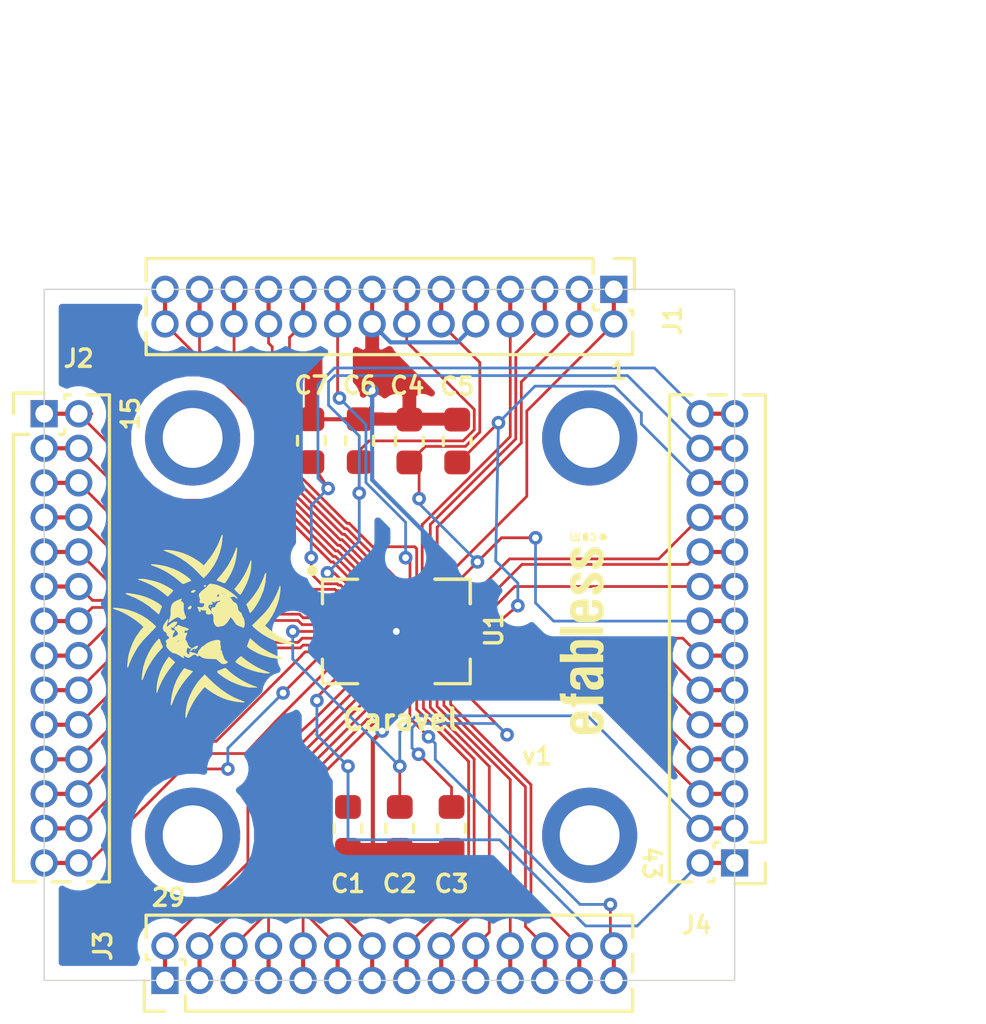
<source format=kicad_pcb>
(kicad_pcb (version 20171130) (host pcbnew "(5.1.10-1-10_14)")

  (general
    (thickness 1.6)
    (drawings 12)
    (tracks 509)
    (zones 0)
    (modules 18)
    (nets 54)
  )

  (page USLetter)
  (layers
    (0 F.Cu signal)
    (31 B.Cu signal)
    (32 B.Adhes user hide)
    (33 F.Adhes user hide)
    (34 B.Paste user hide)
    (35 F.Paste user hide)
    (36 B.SilkS user)
    (37 F.SilkS user)
    (38 B.Mask user)
    (39 F.Mask user)
    (40 Dwgs.User user)
    (41 Cmts.User user)
    (42 Eco1.User user hide)
    (43 Eco2.User user hide)
    (44 Edge.Cuts user)
    (45 Margin user hide)
    (46 B.CrtYd user hide)
    (47 F.CrtYd user)
    (48 B.Fab user hide)
    (49 F.Fab user hide)
  )

  (setup
    (last_trace_width 0.1524)
    (user_trace_width 0.1524)
    (trace_clearance 0.1016)
    (zone_clearance 0.508)
    (zone_45_only no)
    (trace_min 0.1016)
    (via_size 0.8)
    (via_drill 0.4)
    (via_min_size 0.3)
    (via_min_drill 0.2)
    (user_via 0.5 0.25)
    (uvia_size 0.3)
    (uvia_drill 0.1)
    (uvias_allowed no)
    (uvia_min_size 0.2)
    (uvia_min_drill 0.1)
    (edge_width 0.05)
    (segment_width 0.2)
    (pcb_text_width 0.3)
    (pcb_text_size 1.5 1.5)
    (mod_edge_width 0.12)
    (mod_text_size 0.635 0.635)
    (mod_text_width 0.127)
    (pad_size 2.2 2.2)
    (pad_drill 2.2)
    (pad_to_mask_clearance 0)
    (aux_axis_origin 0 0)
    (visible_elements 7FFFFFFF)
    (pcbplotparams
      (layerselection 0x010fc_ffffffff)
      (usegerberextensions false)
      (usegerberattributes false)
      (usegerberadvancedattributes false)
      (creategerberjobfile false)
      (excludeedgelayer true)
      (linewidth 0.100000)
      (plotframeref false)
      (viasonmask false)
      (mode 1)
      (useauxorigin false)
      (hpglpennumber 1)
      (hpglpenspeed 20)
      (hpglpendiameter 15.000000)
      (psnegative false)
      (psa4output false)
      (plotreference true)
      (plotvalue true)
      (plotinvisibletext false)
      (padsonsilk false)
      (subtractmaskfromsilk false)
      (outputformat 1)
      (mirror false)
      (drillshape 0)
      (scaleselection 1)
      (outputdirectory "gerbers"))
  )

  (net 0 "")
  (net 1 GND)
  (net 2 vddio)
  (net 3 vccd2)
  (net 4 vccd1)
  (net 5 vdda1)
  (net 6 vdda2)
  (net 7 mprj_io[18])
  (net 8 mprj_io[17])
  (net 9 mprj_io[16])
  (net 10 mprj_io[15])
  (net 11 mprj_io[14])
  (net 12 mprj_io[13])
  (net 13 mprj_io[12])
  (net 14 mprj_io[11])
  (net 15 mprj_io[10])
  (net 16 mprj_io[9])
  (net 17 mprj_io[8])
  (net 18 mprj_io[7])
  (net 19 mprj_io[6]_ser_tx)
  (net 20 mprj_io[5]_ser_rx)
  (net 21 mprj_io[0])
  (net 22 mprj_io[33])
  (net 23 mprj_io[32])
  (net 24 mprj_io[31])
  (net 25 mprj_io[30])
  (net 26 mprj_io[29])
  (net 27 mprj_io[28])
  (net 28 mprj_io[27])
  (net 29 mprj_io[26])
  (net 30 mprj_io[25])
  (net 31 mprj_io[24])
  (net 32 mprj_io[23])
  (net 33 mprj_io[22])
  (net 34 mprj_io[21])
  (net 35 mprj_io[20])
  (net 36 mprj_io[19])
  (net 37 mprj_io[4]_SCK)
  (net 38 mprj_io[3]_CSB)
  (net 39 mprj_io[2]_SDI)
  (net 40 mprj_io[1]_SDO)
  (net 41 gpio)
  (net 42 Caravel_D0)
  (net 43 Caravel_CSB)
  (net 44 ~RST)
  (net 45 Caravel_D1)
  (net 46 xclk)
  (net 47 mprj_io[36])
  (net 48 mprj_io[37])
  (net 49 Caravel_SCK)
  (net 50 mprj_io[34])
  (net 51 mprj_io[35])
  (net 52 vdda)
  (net 53 vccd)

  (net_class Default "This is the default net class."
    (clearance 0.1016)
    (trace_width 0.1016)
    (via_dia 0.8)
    (via_drill 0.4)
    (uvia_dia 0.3)
    (uvia_drill 0.1)
    (add_net Caravel_CSB)
    (add_net Caravel_D0)
    (add_net Caravel_D1)
    (add_net Caravel_SCK)
    (add_net GND)
    (add_net gpio)
    (add_net mprj_io[0])
    (add_net mprj_io[10])
    (add_net mprj_io[11])
    (add_net mprj_io[12])
    (add_net mprj_io[13])
    (add_net mprj_io[14])
    (add_net mprj_io[15])
    (add_net mprj_io[16])
    (add_net mprj_io[17])
    (add_net mprj_io[18])
    (add_net mprj_io[19])
    (add_net mprj_io[1]_SDO)
    (add_net mprj_io[20])
    (add_net mprj_io[21])
    (add_net mprj_io[22])
    (add_net mprj_io[23])
    (add_net mprj_io[24])
    (add_net mprj_io[25])
    (add_net mprj_io[26])
    (add_net mprj_io[27])
    (add_net mprj_io[28])
    (add_net mprj_io[29])
    (add_net mprj_io[2]_SDI)
    (add_net mprj_io[30])
    (add_net mprj_io[31])
    (add_net mprj_io[32])
    (add_net mprj_io[33])
    (add_net mprj_io[34])
    (add_net mprj_io[35])
    (add_net mprj_io[36])
    (add_net mprj_io[37])
    (add_net mprj_io[3]_CSB)
    (add_net mprj_io[4]_SCK)
    (add_net mprj_io[5]_ser_rx)
    (add_net mprj_io[6]_ser_tx)
    (add_net mprj_io[7])
    (add_net mprj_io[8])
    (add_net mprj_io[9])
    (add_net vccd)
    (add_net vccd1)
    (add_net vccd2)
    (add_net vdda)
    (add_net vdda1)
    (add_net vdda2)
    (add_net vddio)
    (add_net xclk)
    (add_net ~RST)
  )

  (net_class 6mil ""
    (clearance 0.1524)
    (trace_width 0.1524)
    (via_dia 0.8)
    (via_drill 0.4)
    (uvia_dia 0.3)
    (uvia_drill 0.1)
  )

  (module Caravel:ef_logo (layer F.Cu) (tedit 0) (tstamp 6172835E)
    (at 142.77086 93.47708 90)
    (path /61D316CF)
    (fp_text reference T2 (at 0 0 90) (layer F.SilkS) hide
      (effects (font (size 1.524 1.524) (thickness 0.3)))
    )
    (fp_text value Logo (at 0.75 0 90) (layer F.SilkS) hide
      (effects (font (size 1.524 1.524) (thickness 0.3)))
    )
    (fp_poly (pts (xy 3.677537 0.615488) (xy 3.719606 0.656517) (xy 3.741075 0.714237) (xy 3.742266 0.732879)
      (xy 3.727644 0.790815) (xy 3.689663 0.834609) (xy 3.637149 0.860655) (xy 3.57893 0.865348)
      (xy 3.523833 0.84508) (xy 3.5052 0.829733) (xy 3.476867 0.77981) (xy 3.471168 0.71869)
      (xy 3.487739 0.660041) (xy 3.510525 0.629485) (xy 3.564716 0.598278) (xy 3.623147 0.594843)
      (xy 3.677537 0.615488)) (layer F.SilkS) (width 0.01))
    (fp_poly (pts (xy -3.100907 -0.480537) (xy -2.997443 -0.448671) (xy -2.919169 -0.395057) (xy -2.865363 -0.319281)
      (xy -2.846853 -0.271107) (xy -2.8369 -0.223496) (xy -2.827332 -0.152673) (xy -2.819413 -0.069285)
      (xy -2.815351 -0.00562) (xy -2.805901 0.186267) (xy -3.373209 0.186267) (xy -3.367238 0.328434)
      (xy -3.359989 0.418676) (xy -3.344968 0.480243) (xy -3.318879 0.518032) (xy -3.278426 0.536938)
      (xy -3.223566 0.541867) (xy -3.166648 0.534023) (xy -3.127899 0.507075) (xy -3.102666 0.455897)
      (xy -3.089025 0.3937) (xy -3.077538 0.321734) (xy -2.827867 0.321734) (xy -2.828239 0.410634)
      (xy -2.842932 0.520359) (xy -2.884345 0.611314) (xy -2.949967 0.681829) (xy -3.037288 0.730235)
      (xy -3.143795 0.754864) (xy -3.266979 0.754047) (xy -3.33034 0.744315) (xy -3.43662 0.710688)
      (xy -3.518612 0.655166) (xy -3.580103 0.574787) (xy -3.600613 0.533169) (xy -3.612747 0.487492)
      (xy -3.622972 0.415271) (xy -3.631047 0.323787) (xy -3.636735 0.220322) (xy -3.639797 0.112157)
      (xy -3.639995 0.006574) (xy -3.63709 -0.089146) (xy -3.635609 -0.107783) (xy -3.369734 -0.107783)
      (xy -3.369734 -0.016933) (xy -3.081867 -0.016933) (xy -3.081867 -0.107783) (xy -3.09073 -0.191571)
      (xy -3.118376 -0.248164) (xy -3.166384 -0.279541) (xy -3.2258 -0.287867) (xy -3.292769 -0.276777)
      (xy -3.338001 -0.242188) (xy -3.363079 -0.182123) (xy -3.369734 -0.107783) (xy -3.635609 -0.107783)
      (xy -3.630843 -0.167722) (xy -3.624836 -0.206355) (xy -3.58819 -0.309872) (xy -3.526632 -0.391024)
      (xy -3.441498 -0.448846) (xy -3.334125 -0.482376) (xy -3.230282 -0.491066) (xy -3.100907 -0.480537)) (layer F.SilkS) (width 0.01))
    (fp_poly (pts (xy -1.508291 -0.481731) (xy -1.449491 -0.478102) (xy -1.406132 -0.47018) (xy -1.369011 -0.456431)
      (xy -1.337733 -0.440266) (xy -1.302586 -0.419807) (xy -1.274241 -0.399062) (xy -1.251924 -0.374301)
      (xy -1.234856 -0.341792) (xy -1.22226 -0.297806) (xy -1.213361 -0.238611) (xy -1.20738 -0.160477)
      (xy -1.203541 -0.059672) (xy -1.201067 0.067534) (xy -1.19918 0.224871) (xy -1.199178 0.225031)
      (xy -1.1938 0.729463) (xy -1.312333 0.724565) (xy -1.430867 0.719667) (xy -1.436173 0.664633)
      (xy -1.442784 0.623235) (xy -1.454968 0.61312) (xy -1.477859 0.633182) (xy -1.493425 0.652272)
      (xy -1.552939 0.706149) (xy -1.630371 0.736366) (xy -1.722126 0.745004) (xy -1.810149 0.736846)
      (xy -1.874447 0.711945) (xy -1.928955 0.669294) (xy -1.96619 0.614528) (xy -1.991455 0.538691)
      (xy -1.999279 0.501087) (xy -2.004404 0.427535) (xy -1.739312 0.427535) (xy -1.728921 0.478821)
      (xy -1.693885 0.528426) (xy -1.641082 0.552761) (xy -1.577816 0.549325) (xy -1.551341 0.53967)
      (xy -1.51334 0.509311) (xy -1.492555 0.47617) (xy -1.483162 0.43826) (xy -1.474939 0.381809)
      (xy -1.468354 0.314911) (xy -1.463871 0.245662) (xy -1.461957 0.182158) (xy -1.463078 0.132494)
      (xy -1.467701 0.104766) (xy -1.470981 0.1016) (xy -1.494241 0.11088) (xy -1.535687 0.134811)
      (xy -1.586555 0.167534) (xy -1.638084 0.203187) (xy -1.681511 0.235909) (xy -1.708072 0.25984)
      (xy -1.708738 0.260625) (xy -1.728184 0.302874) (xy -1.73883 0.363423) (xy -1.739312 0.427535)
      (xy -2.004404 0.427535) (xy -2.007125 0.388503) (xy -1.990042 0.282504) (xy -1.94972 0.191984)
      (xy -1.937153 0.174048) (xy -1.897979 0.136209) (xy -1.833496 0.093684) (xy -1.740471 0.044409)
      (xy -1.713324 0.031247) (xy -1.616385 -0.016533) (xy -1.54668 -0.055121) (xy -1.500017 -0.087956)
      (xy -1.472205 -0.118474) (xy -1.459053 -0.150112) (xy -1.456267 -0.179542) (xy -1.466125 -0.235618)
      (xy -1.497985 -0.270235) (xy -1.555269 -0.286108) (xy -1.592943 -0.287867) (xy -1.668802 -0.277152)
      (xy -1.718845 -0.245401) (xy -1.742327 -0.193198) (xy -1.744133 -0.169333) (xy -1.744133 -0.118533)
      (xy -1.998133 -0.118533) (xy -1.998133 -0.182679) (xy -1.982301 -0.272559) (xy -1.938832 -0.355799)
      (xy -1.873766 -0.422187) (xy -1.845733 -0.440266) (xy -1.806994 -0.459761) (xy -1.769353 -0.472206)
      (xy -1.723609 -0.479135) (xy -1.66056 -0.48208) (xy -1.591733 -0.4826) (xy -1.508291 -0.481731)) (layer F.SilkS) (width 0.01))
    (fp_poly (pts (xy -0.714585 -0.609574) (xy -0.715756 -0.521194) (xy -0.71561 -0.446189) (xy -0.714249 -0.390407)
      (xy -0.711777 -0.359699) (xy -0.710151 -0.355574) (xy -0.694833 -0.367841) (xy -0.66937 -0.398014)
      (xy -0.664198 -0.404884) (xy -0.607843 -0.454066) (xy -0.530727 -0.482618) (xy -0.440887 -0.487732)
      (xy -0.430037 -0.486683) (xy -0.347033 -0.466485) (xy -0.284414 -0.42383) (xy -0.234174 -0.353209)
      (xy -0.233051 -0.351119) (xy -0.220984 -0.327098) (xy -0.211755 -0.302836) (xy -0.204985 -0.273597)
      (xy -0.200295 -0.234641) (xy -0.197304 -0.181232) (xy -0.195634 -0.108632) (xy -0.194904 -0.012102)
      (xy -0.194734 0.113095) (xy -0.194734 0.127) (xy -0.194877 0.25535) (xy -0.195555 0.354561)
      (xy -0.197141 0.429359) (xy -0.200008 0.484472) (xy -0.204529 0.524628) (xy -0.211077 0.554552)
      (xy -0.220026 0.578973) (xy -0.231748 0.602617) (xy -0.232361 0.603766) (xy -0.280087 0.676662)
      (xy -0.333438 0.720782) (xy -0.40038 0.741137) (xy -0.45525 0.743993) (xy -0.514981 0.740894)
      (xy -0.565278 0.734109) (xy -0.585581 0.728661) (xy -0.619385 0.706538) (xy -0.657791 0.670153)
      (xy -0.664921 0.662001) (xy -0.694792 0.629047) (xy -0.715442 0.610854) (xy -0.718574 0.6096)
      (xy -0.724896 0.624505) (xy -0.728052 0.661148) (xy -0.728134 0.668867) (xy -0.728134 0.728133)
      (xy -0.982133 0.728133) (xy -0.982133 0.028695) (xy -0.709123 0.028695) (xy -0.708031 0.162056)
      (xy -0.707994 0.164283) (xy -0.702734 0.477137) (xy -0.655223 0.517969) (xy -0.609346 0.550132)
      (xy -0.569265 0.557469) (xy -0.534159 0.548281) (xy -0.508511 0.533578) (xy -0.488919 0.508937)
      (xy -0.474635 0.470268) (xy -0.464915 0.41348) (xy -0.459012 0.334481) (xy -0.45618 0.22918)
      (xy -0.455628 0.11762) (xy -0.456716 -0.000519) (xy -0.459595 -0.099313) (xy -0.464057 -0.174738)
      (xy -0.469894 -0.222766) (xy -0.473991 -0.236801) (xy -0.509565 -0.270322) (xy -0.564251 -0.285355)
      (xy -0.619183 -0.280633) (xy -0.64953 -0.268121) (xy -0.672702 -0.245162) (xy -0.689474 -0.20788)
      (xy -0.700618 -0.152395) (xy -0.70691 -0.07483) (xy -0.709123 0.028695) (xy -0.982133 0.028695)
      (xy -0.982133 -0.8636) (xy -0.709503 -0.8636) (xy -0.714585 -0.609574)) (layer F.SilkS) (width 0.01))
    (fp_poly (pts (xy 0.94206 -0.486018) (xy 1.041263 -0.472728) (xy 1.1164 -0.447332) (xy 1.176223 -0.406102)
      (xy 1.208065 -0.372616) (xy 1.238517 -0.329646) (xy 1.261089 -0.279437) (xy 1.277357 -0.215548)
      (xy 1.288898 -0.131541) (xy 1.297287 -0.020976) (xy 1.298233 -0.004233) (xy 1.308678 0.186267)
      (xy 0.741591 0.186267) (xy 0.747563 0.331667) (xy 0.751336 0.403454) (xy 0.75717 0.45015)
      (xy 0.767582 0.480526) (xy 0.785091 0.503354) (xy 0.801044 0.517933) (xy 0.859905 0.551192)
      (xy 0.917522 0.553661) (xy 0.968404 0.528153) (xy 1.007061 0.477476) (xy 1.028001 0.404442)
      (xy 1.028335 0.401608) (xy 1.037338 0.321734) (xy 1.29157 0.321734) (xy 1.282693 0.432317)
      (xy 1.262599 0.541817) (xy 1.221054 0.626456) (xy 1.156716 0.687342) (xy 1.068241 0.725584)
      (xy 0.954287 0.74229) (xy 0.905933 0.743239) (xy 0.83509 0.741003) (xy 0.772048 0.736086)
      (xy 0.728871 0.729481) (xy 0.7246 0.72833) (xy 0.638016 0.684879) (xy 0.567103 0.612189)
      (xy 0.527071 0.5434) (xy 0.511797 0.509502) (xy 0.500505 0.478587) (xy 0.492594 0.444891)
      (xy 0.487461 0.402648) (xy 0.484503 0.346093) (xy 0.483119 0.269461) (xy 0.482706 0.166987)
      (xy 0.482677 0.118534) (xy 0.482831 0.004283) (xy 0.483734 -0.081736) (xy 0.48447 -0.102713)
      (xy 0.745067 -0.102713) (xy 0.745067 -0.016933) (xy 1.032933 -0.016933) (xy 1.032933 -0.118533)
      (xy 1.026266 -0.197956) (xy 1.004011 -0.24988) (xy 0.96279 -0.278392) (xy 0.899223 -0.287583)
      (xy 0.893233 -0.287607) (xy 0.844047 -0.284687) (xy 0.808658 -0.277707) (xy 0.802635 -0.274907)
      (xy 0.768982 -0.233226) (xy 0.749429 -0.165254) (xy 0.745067 -0.102713) (xy 0.48447 -0.102713)
      (xy 0.485961 -0.145155) (xy 0.490087 -0.19161) (xy 0.496684 -0.226733) (xy 0.506326 -0.256158)
      (xy 0.519588 -0.28552) (xy 0.524933 -0.296309) (xy 0.584335 -0.382237) (xy 0.664292 -0.442594)
      (xy 0.765766 -0.477816) (xy 0.889716 -0.488341) (xy 0.94206 -0.486018)) (layer F.SilkS) (width 0.01))
    (fp_poly (pts (xy 1.973034 -0.480769) (xy 2.041349 -0.473761) (xy 2.093165 -0.4593) (xy 2.137106 -0.435113)
      (xy 2.17544 -0.404561) (xy 2.222316 -0.34652) (xy 2.259883 -0.268777) (xy 2.282275 -0.185324)
      (xy 2.286 -0.14086) (xy 2.284163 -0.121375) (xy 2.274057 -0.109705) (xy 2.248784 -0.103854)
      (xy 2.20145 -0.101821) (xy 2.150533 -0.1016) (xy 2.015067 -0.1016) (xy 2.015067 -0.160867)
      (xy 2.001518 -0.225215) (xy 1.962482 -0.268062) (xy 1.900372 -0.287097) (xy 1.882224 -0.287866)
      (xy 1.81862 -0.275279) (xy 1.777387 -0.242248) (xy 1.761325 -0.195869) (xy 1.77323 -0.14324)
      (xy 1.807633 -0.098702) (xy 1.841794 -0.070539) (xy 1.895431 -0.030177) (xy 1.959779 0.015892)
      (xy 1.998133 0.042382) (xy 2.082739 0.10092) (xy 2.14403 0.146279) (xy 2.187355 0.183317)
      (xy 2.218065 0.216891) (xy 2.241508 0.251858) (xy 2.253781 0.274492) (xy 2.279598 0.356984)
      (xy 2.282383 0.44943) (xy 2.263928 0.541177) (xy 2.226025 0.621567) (xy 2.187912 0.666244)
      (xy 2.126962 0.702562) (xy 2.043338 0.728511) (xy 1.94689 0.743174) (xy 1.847465 0.745635)
      (xy 1.754911 0.734977) (xy 1.684867 0.713062) (xy 1.597575 0.655173) (xy 1.534046 0.575548)
      (xy 1.497656 0.479492) (xy 1.490133 0.406944) (xy 1.490133 0.338667) (xy 1.761067 0.338667)
      (xy 1.761067 0.414867) (xy 1.772611 0.48664) (xy 1.805798 0.535092) (xy 1.858457 0.557539)
      (xy 1.877316 0.5588) (xy 1.93182 0.546434) (xy 1.979346 0.514961) (xy 2.009554 0.472819)
      (xy 2.015067 0.446391) (xy 2.010991 0.408328) (xy 1.995801 0.374053) (xy 1.965047 0.338568)
      (xy 1.914281 0.296877) (xy 1.839055 0.243983) (xy 1.828624 0.236949) (xy 1.714273 0.155487)
      (xy 1.628112 0.082456) (xy 1.566924 0.013615) (xy 1.527491 -0.055274) (xy 1.506596 -0.128447)
      (xy 1.501039 -0.194539) (xy 1.513438 -0.291351) (xy 1.553401 -0.368801) (xy 1.620467 -0.426535)
      (xy 1.714172 -0.464201) (xy 1.834054 -0.481449) (xy 1.8796 -0.4826) (xy 1.973034 -0.480769)) (layer F.SilkS) (width 0.01))
    (fp_poly (pts (xy 2.908022 -0.481402) (xy 2.964536 -0.476776) (xy 3.007588 -0.46681) (xy 3.047361 -0.44969)
      (xy 3.064933 -0.440266) (xy 3.138019 -0.381241) (xy 3.189772 -0.301015) (xy 3.215413 -0.207936)
      (xy 3.217333 -0.174212) (xy 3.217333 -0.1016) (xy 2.967764 -0.1016) (xy 2.957806 -0.162967)
      (xy 2.935641 -0.231875) (xy 2.895087 -0.272937) (xy 2.834469 -0.287764) (xy 2.827866 -0.287866)
      (xy 2.765286 -0.275128) (xy 2.724403 -0.239358) (xy 2.709343 -0.184219) (xy 2.709333 -0.182576)
      (xy 2.71363 -0.15123) (xy 2.729238 -0.12078) (xy 2.760229 -0.087118) (xy 2.810679 -0.046136)
      (xy 2.884662 0.006275) (xy 2.921 0.030851) (xy 3.034279 0.111232) (xy 3.118908 0.182803)
      (xy 3.17751 0.249754) (xy 3.212707 0.316272) (xy 3.227124 0.386547) (xy 3.223382 0.464767)
      (xy 3.216631 0.502916) (xy 3.181772 0.596018) (xy 3.121899 0.668829) (xy 3.040602 0.717314)
      (xy 3.019423 0.724548) (xy 2.957779 0.736227) (xy 2.878096 0.742222) (xy 2.792842 0.74254)
      (xy 2.714481 0.737186) (xy 2.655481 0.726165) (xy 2.650066 0.724382) (xy 2.559855 0.675719)
      (xy 2.492562 0.603971) (xy 2.451135 0.513405) (xy 2.4384 0.417987) (xy 2.4384 0.338667)
      (xy 2.687995 0.338667) (xy 2.696986 0.418432) (xy 2.715857 0.488254) (xy 2.751861 0.536559)
      (xy 2.800747 0.558147) (xy 2.811707 0.5588) (xy 2.872778 0.547226) (xy 2.922456 0.517014)
      (xy 2.946043 0.483537) (xy 2.955526 0.437324) (xy 2.945024 0.393349) (xy 2.91168 0.347472)
      (xy 2.852635 0.295553) (xy 2.780524 0.243865) (xy 2.681179 0.174543) (xy 2.606574 0.117011)
      (xy 2.551861 0.06658) (xy 2.512193 0.018562) (xy 2.482722 -0.031732) (xy 2.472444 -0.054141)
      (xy 2.446724 -0.131045) (xy 2.441129 -0.203127) (xy 2.442655 -0.224594) (xy 2.461733 -0.307834)
      (xy 2.504071 -0.373887) (xy 2.574465 -0.42966) (xy 2.5923 -0.44017) (xy 2.632874 -0.460659)
      (xy 2.672841 -0.473304) (xy 2.72229 -0.479919) (xy 2.791313 -0.482318) (xy 2.827866 -0.482504)
      (xy 2.908022 -0.481402)) (layer F.SilkS) (width 0.01))
    (fp_poly (pts (xy -2.150534 -0.662546) (xy -2.205567 -0.657239) (xy -2.236594 -0.652701) (xy -2.253538 -0.641023)
      (xy -2.261428 -0.613614) (xy -2.265295 -0.561882) (xy -2.265679 -0.554566) (xy -2.270757 -0.4572)
      (xy -2.150534 -0.4572) (xy -2.150534 -0.270933) (xy -2.269067 -0.270933) (xy -2.269067 0.728133)
      (xy -2.393245 0.728133) (xy -2.455187 0.726693) (xy -2.503178 0.722896) (xy -2.527804 0.717526)
      (xy -2.528711 0.716845) (xy -2.531601 0.697644) (xy -2.534217 0.64893) (xy -2.536461 0.575055)
      (xy -2.538236 0.480374) (xy -2.539442 0.369238) (xy -2.539981 0.246001) (xy -2.54 0.217311)
      (xy -2.54 -0.270933) (xy -2.5908 -0.270933) (xy -2.619842 -0.272497) (xy -2.634958 -0.282746)
      (xy -2.640695 -0.310016) (xy -2.6416 -0.362642) (xy -2.6416 -0.364067) (xy -2.640682 -0.417321)
      (xy -2.635048 -0.445041) (xy -2.620375 -0.455557) (xy -2.593285 -0.4572) (xy -2.568863 -0.458488)
      (xy -2.553761 -0.467031) (xy -2.544777 -0.48985) (xy -2.538709 -0.533965) (xy -2.533978 -0.587234)
      (xy -2.519027 -0.689052) (xy -2.491124 -0.762589) (xy -2.445905 -0.812323) (xy -2.379008 -0.842734)
      (xy -2.286068 -0.858299) (xy -2.26853 -0.859708) (xy -2.150534 -0.86815) (xy -2.150534 -0.662546)) (layer F.SilkS) (width 0.01))
    (fp_poly (pts (xy 0.148167 -0.860079) (xy 0.2794 -0.855133) (xy 0.2794 0.719667) (xy 0.148167 0.724612)
      (xy 0.016933 0.729558) (xy 0.016933 -0.865024) (xy 0.148167 -0.860079)) (layer F.SilkS) (width 0.01))
    (fp_poly (pts (xy -4.069645 0.513645) (xy -4.067618 0.533741) (xy -4.069645 0.536222) (xy -4.079711 0.533898)
      (xy -4.080933 0.524933) (xy -4.074738 0.510995) (xy -4.069645 0.513645)) (layer F.SilkS) (width 0.01))
    (fp_poly (pts (xy 3.533243 0.26563) (xy 3.539066 0.288398) (xy 3.528353 0.315559) (xy 3.513666 0.321734)
      (xy 3.492998 0.335927) (xy 3.488266 0.356374) (xy 3.49104 0.374653) (xy 3.504299 0.38448)
      (xy 3.535453 0.387777) (xy 3.591911 0.386463) (xy 3.602566 0.386007) (xy 3.666401 0.381401)
      (xy 3.702296 0.373526) (xy 3.716135 0.360817) (xy 3.716866 0.3556) (xy 3.70242 0.333873)
      (xy 3.677777 0.324659) (xy 3.647563 0.310647) (xy 3.644524 0.290793) (xy 3.662532 0.270996)
      (xy 3.696636 0.270526) (xy 3.735188 0.289288) (xy 3.738033 0.291549) (xy 3.755328 0.324204)
      (xy 3.757636 0.369587) (xy 3.745285 0.410222) (xy 3.735593 0.421846) (xy 3.70323 0.435309)
      (xy 3.650362 0.445401) (xy 3.590295 0.450681) (xy 3.536337 0.449707) (xy 3.513666 0.445872)
      (xy 3.46295 0.421724) (xy 3.439966 0.381829) (xy 3.437466 0.3556) (xy 3.44772 0.308492)
      (xy 3.482545 0.277169) (xy 3.509433 0.265627) (xy 3.533243 0.26563)) (layer F.SilkS) (width 0.01))
    (fp_poly (pts (xy 3.653358 -0.014002) (xy 3.712993 -0.001441) (xy 3.715764 -0.000419) (xy 3.745195 0.01689)
      (xy 3.757379 0.046478) (xy 3.7592 0.080861) (xy 3.754684 0.131338) (xy 3.737119 0.162895)
      (xy 3.700475 0.179682) (xy 3.638724 0.185846) (xy 3.606038 0.186267) (xy 3.53853 0.183886)
      (xy 3.495813 0.175446) (xy 3.46906 0.159003) (xy 3.465491 0.1553) (xy 3.440739 0.107369)
      (xy 3.442207 0.056146) (xy 3.469074 0.014078) (xy 3.475101 0.009427) (xy 3.520449 -0.007996)
      (xy 3.584522 -0.015996) (xy 3.653358 -0.014002)) (layer F.SilkS) (width 0.01))
    (fp_poly (pts (xy 3.696361 -0.473347) (xy 3.734773 -0.469755) (xy 3.753312 -0.46151) (xy 3.758969 -0.446765)
      (xy 3.7592 -0.440266) (xy 3.756372 -0.423393) (xy 3.743345 -0.41328) (xy 3.713309 -0.408225)
      (xy 3.65945 -0.406524) (xy 3.623733 -0.4064) (xy 3.556547 -0.405949) (xy 3.516318 -0.403156)
      (xy 3.496135 -0.395862) (xy 3.489088 -0.381907) (xy 3.488266 -0.364067) (xy 3.48971 -0.343071)
      (xy 3.498647 -0.330499) (xy 3.521988 -0.324192) (xy 3.566642 -0.32199) (xy 3.623733 -0.321733)
      (xy 3.691147 -0.321067) (xy 3.731541 -0.31789) (xy 3.751755 -0.310437) (xy 3.758628 -0.296942)
      (xy 3.7592 -0.286761) (xy 3.756754 -0.26923) (xy 3.74478 -0.259139) (xy 3.716327 -0.254838)
      (xy 3.664441 -0.254677) (xy 3.627966 -0.25562) (xy 3.562078 -0.257065) (xy 3.523023 -0.255312)
      (xy 3.503789 -0.248385) (xy 3.497364 -0.234308) (xy 3.496733 -0.218626) (xy 3.498629 -0.198039)
      (xy 3.508982 -0.185488) (xy 3.534796 -0.178531) (xy 3.583071 -0.174725) (xy 3.627966 -0.172854)
      (xy 3.69736 -0.16874) (xy 3.738457 -0.161999) (xy 3.7568 -0.151379) (xy 3.7592 -0.143221)
      (xy 3.752912 -0.131389) (xy 3.730365 -0.123901) (xy 3.686029 -0.119907) (xy 3.614379 -0.11856)
      (xy 3.598333 -0.118533) (xy 3.520754 -0.11956) (xy 3.471652 -0.123171) (xy 3.445685 -0.130163)
      (xy 3.437512 -0.141333) (xy 3.437466 -0.142522) (xy 3.448935 -0.168278) (xy 3.456707 -0.172924)
      (xy 3.465916 -0.187468) (xy 3.452634 -0.216669) (xy 3.438034 -0.250993) (xy 3.447363 -0.282598)
      (xy 3.451717 -0.289863) (xy 3.464787 -0.324594) (xy 3.45579 -0.34405) (xy 3.438671 -0.381246)
      (xy 3.443546 -0.423985) (xy 3.468267 -0.455498) (xy 3.47022 -0.456604) (xy 3.50267 -0.46517)
      (xy 3.557681 -0.471414) (xy 3.623961 -0.474107) (xy 3.631087 -0.474133) (xy 3.696361 -0.473347)) (layer F.SilkS) (width 0.01))
  )

  (module Caravel:logo (layer F.Cu) (tedit 0) (tstamp 616E01CA)
    (at 128.778 93.15704)
    (path /645BAA09)
    (fp_text reference T1 (at 0 0) (layer F.SilkS) hide
      (effects (font (size 1.524 1.524) (thickness 0.3)))
    )
    (fp_text value Logo (at 0.05588 0.52324) (layer F.SilkS) hide
      (effects (font (size 1.524 1.524) (thickness 0.3)))
    )
    (fp_poly (pts (xy 0.189944 1.897722) (xy 0.429374 2.126825) (xy 0.666835 2.322557) (xy 0.902909 2.485316)
      (xy 1.138179 2.615502) (xy 1.373226 2.713513) (xy 1.388534 2.718788) (xy 1.446189 2.740438)
      (xy 1.494854 2.762233) (xy 1.515534 2.773936) (xy 1.527056 2.784311) (xy 1.521833 2.790198)
      (xy 1.495392 2.792006) (xy 1.443262 2.790141) (xy 1.380067 2.78628) (xy 1.217237 2.768206)
      (xy 1.047697 2.736328) (xy 0.883983 2.693552) (xy 0.738631 2.642785) (xy 0.7112 2.631199)
      (xy 0.541419 2.549685) (xy 0.379082 2.458193) (xy 0.234737 2.362884) (xy 0.176548 2.31887)
      (xy 0.126216 2.279664) (xy 0.086499 2.250299) (xy 0.064354 2.235874) (xy 0.062361 2.2352)
      (xy 0.045008 2.248023) (xy 0.011797 2.283089) (xy -0.033154 2.335289) (xy -0.085729 2.399518)
      (xy -0.141811 2.470669) (xy -0.197282 2.543636) (xy -0.248024 2.613311) (xy -0.280993 2.66107)
      (xy -0.3524 2.775974) (xy -0.424148 2.905765) (xy -0.490934 3.03983) (xy -0.547452 3.167557)
      (xy -0.586442 3.272244) (xy -0.605455 3.323642) (xy -0.622905 3.358934) (xy -0.633229 3.369611)
      (xy -0.638924 3.353906) (xy -0.641517 3.311111) (xy -0.640787 3.24788) (xy -0.638762 3.204633)
      (xy -0.622881 3.055116) (xy -0.593744 2.898132) (xy -0.554396 2.747364) (xy -0.507884 2.616495)
      (xy -0.50776 2.6162) (xy -0.408756 2.401278) (xy -0.304787 2.215317) (xy -0.192813 2.053467)
      (xy -0.069795 1.910878) (xy -0.058555 1.89931) (xy 0.066621 1.771676) (xy 0.189944 1.897722)) (layer F.SilkS) (width 0.01))
    (fp_poly (pts (xy -0.651114 1.547464) (xy -0.639018 1.55392) (xy -0.613286 1.567221) (xy -0.565193 1.586507)
      (xy -0.504742 1.60779) (xy -0.499533 1.609505) (xy -0.441262 1.628937) (xy -0.397028 1.64435)
      (xy -0.375367 1.65276) (xy -0.374647 1.653189) (xy -0.382925 1.666654) (xy -0.410199 1.699559)
      (xy -0.452102 1.746828) (xy -0.499655 1.798464) (xy -0.64908 1.971697) (xy -0.787731 2.158878)
      (xy -0.911161 2.352878) (xy -1.014924 2.546568) (xy -1.094572 2.732819) (xy -1.110089 2.777067)
      (xy -1.131282 2.832809) (xy -1.152876 2.877605) (xy -1.165031 2.8956) (xy -1.17601 2.903553)
      (xy -1.181878 2.894976) (xy -1.183106 2.864974) (xy -1.180163 2.808652) (xy -1.177238 2.7686)
      (xy -1.153002 2.577756) (xy -1.110471 2.380661) (xy -1.052771 2.188519) (xy -0.983031 2.012533)
      (xy -0.943891 1.932716) (xy -0.903538 1.860378) (xy -0.857465 1.783803) (xy -0.809689 1.708992)
      (xy -0.76423 1.641944) (xy -0.725104 1.588662) (xy -0.696329 1.555146) (xy -0.685629 1.546991)
      (xy -0.651114 1.547464)) (layer F.SilkS) (width 0.01))
    (fp_poly (pts (xy -1.251376 1.121959) (xy -1.235006 1.134514) (xy -1.200177 1.16442) (xy -1.153345 1.206088)
      (xy -1.134818 1.222866) (xy -1.028416 1.319665) (xy -1.133642 1.442999) (xy -1.265892 1.611984)
      (xy -1.390301 1.797778) (xy -1.501395 1.99103) (xy -1.593696 2.182393) (xy -1.648108 2.321391)
      (xy -1.669724 2.380584) (xy -1.688653 2.426752) (xy -1.701157 2.450858) (xy -1.702033 2.451825)
      (xy -1.706416 2.441197) (xy -1.708287 2.403144) (xy -1.707532 2.344024) (xy -1.704972 2.286)
      (xy -1.680953 2.081487) (xy -1.633131 1.869053) (xy -1.564865 1.661012) (xy -1.485665 1.481667)
      (xy -1.454231 1.423548) (xy -1.415555 1.357536) (xy -1.3736 1.28971) (xy -1.332325 1.226151)
      (xy -1.29569 1.172939) (xy -1.267656 1.136155) (xy -1.252183 1.121878) (xy -1.251376 1.121959)) (layer F.SilkS) (width 0.01))
    (fp_poly (pts (xy 0.8407 1.545763) (xy 0.879396 1.575338) (xy 0.922381 1.618878) (xy 0.960002 1.653975)
      (xy 1.018483 1.702435) (xy 1.090586 1.75871) (xy 1.169074 1.817256) (xy 1.246709 1.872526)
      (xy 1.302212 1.909923) (xy 1.408395 1.974203) (xy 1.531417 2.040786) (xy 1.660024 2.104117)
      (xy 1.782964 2.158642) (xy 1.884126 2.197179) (xy 1.937697 2.216381) (xy 1.977502 2.232724)
      (xy 1.992782 2.241138) (xy 1.982307 2.245441) (xy 1.946287 2.248237) (xy 1.893006 2.249539)
      (xy 1.830752 2.24936) (xy 1.767812 2.247713) (xy 1.71247 2.24461) (xy 1.6764 2.240647)
      (xy 1.455499 2.191078) (xy 1.230946 2.115208) (xy 1.011241 2.016958) (xy 0.804882 1.900245)
      (xy 0.620368 1.768991) (xy 0.578723 1.734428) (xy 0.539094 1.697491) (xy 0.522984 1.670446)
      (xy 0.532638 1.648638) (xy 0.570305 1.627414) (xy 0.63823 1.602117) (xy 0.643467 1.600317)
      (xy 0.70296 1.578641) (xy 0.755345 1.55741) (xy 0.778393 1.546705) (xy 0.809305 1.537358)
      (xy 0.8407 1.545763)) (layer F.SilkS) (width 0.01))
    (fp_poly (pts (xy -1.597087 0.472097) (xy -1.579014 0.507971) (xy -1.574653 0.5207) (xy -1.547822 0.598137)
      (xy -1.516612 0.674973) (xy -1.488135 0.734024) (xy -1.483396 0.752858) (xy -1.491798 0.776431)
      (xy -1.516879 0.810338) (xy -1.562178 0.860173) (xy -1.579172 0.877957) (xy -1.720084 1.039929)
      (xy -1.855432 1.224759) (xy -1.979338 1.42296) (xy -2.085926 1.625042) (xy -2.169317 1.821517)
      (xy -2.177134 1.843267) (xy -2.203435 1.911476) (xy -2.225729 1.957008) (xy -2.24217 1.977104)
      (xy -2.250913 1.969006) (xy -2.25184 1.954953) (xy -2.248551 1.893521) (xy -2.240484 1.810054)
      (xy -2.229091 1.715805) (xy -2.215826 1.622027) (xy -2.202141 1.539973) (xy -2.191819 1.490134)
      (xy -2.114044 1.237089) (xy -2.005256 0.991469) (xy -1.868254 0.758779) (xy -1.718733 0.559706)
      (xy -1.67607 0.511753) (xy -1.639824 0.475943) (xy -1.616689 0.458776) (xy -1.614213 0.458152)
      (xy -1.597087 0.472097)) (layer F.SilkS) (width 0.01))
    (fp_poly (pts (xy 1.42466 1.111613) (xy 1.441176 1.128286) (xy 1.474904 1.160907) (xy 1.530794 1.206361)
      (xy 1.602121 1.259804) (xy 1.682161 1.31639) (xy 1.764189 1.371273) (xy 1.841482 1.419608)
      (xy 1.863013 1.432264) (xy 1.992783 1.504888) (xy 2.106882 1.563111) (xy 2.217013 1.612473)
      (xy 2.334881 1.658512) (xy 2.3622 1.668451) (xy 2.413166 1.688286) (xy 2.451178 1.705776)
      (xy 2.462953 1.713066) (xy 2.455673 1.719196) (xy 2.422695 1.72301) (xy 2.372118 1.724427)
      (xy 2.312036 1.723371) (xy 2.250545 1.719761) (xy 2.2098 1.715519) (xy 2.005727 1.677497)
      (xy 1.795864 1.617457) (xy 1.591947 1.539474) (xy 1.405714 1.447626) (xy 1.357761 1.419629)
      (xy 1.28191 1.373392) (xy 1.232513 1.339926) (xy 1.207612 1.313568) (xy 1.205252 1.288655)
      (xy 1.223477 1.259523) (xy 1.26033 1.22051) (xy 1.281587 1.199114) (xy 1.336889 1.145216)
      (xy 1.37545 1.114317) (xy 1.402849 1.103941) (xy 1.42466 1.111613)) (layer F.SilkS) (width 0.01))
    (fp_poly (pts (xy -3.212424 -0.676265) (xy -3.138609 -0.670698) (xy -3.053284 -0.660696) (xy -2.961869 -0.646834)
      (xy -2.869783 -0.629686) (xy -2.782448 -0.609826) (xy -2.750094 -0.601261) (xy -2.490645 -0.512052)
      (xy -2.244186 -0.391858) (xy -2.070674 -0.28352) (xy -2.007225 -0.237556) (xy -1.940157 -0.184864)
      (xy -1.874627 -0.130027) (xy -1.815791 -0.077625) (xy -1.768803 -0.032242) (xy -1.738822 0.00154)
      (xy -1.730735 0.018578) (xy -1.743546 0.03428) (xy -1.776752 0.070453) (xy -1.826929 0.123495)
      (xy -1.890651 0.189803) (xy -1.964495 0.265775) (xy -2.0066 0.308761) (xy -2.13203 0.439447)
      (xy -2.234342 0.552834) (xy -2.316864 0.652782) (xy -2.382921 0.743153) (xy -2.390046 0.753757)
      (xy -2.470569 0.882377) (xy -2.548565 1.020921) (xy -2.619014 1.159649) (xy -2.676898 1.288821)
      (xy -2.708237 1.371198) (xy -2.734673 1.446192) (xy -2.753228 1.492252) (xy -2.765898 1.512839)
      (xy -2.774678 1.511413) (xy -2.780366 1.496279) (xy -2.781983 1.465256) (xy -2.779248 1.40919)
      (xy -2.7731 1.336489) (xy -2.764476 1.255559) (xy -2.754315 1.174808) (xy -2.743555 1.102645)
      (xy -2.733133 1.047477) (xy -2.728153 1.028278) (xy -2.714544 0.984112) (xy -2.695299 0.921317)
      (xy -2.675085 0.855134) (xy -2.584175 0.612814) (xy -2.464355 0.38527) (xy -2.317879 0.176617)
      (xy -2.275262 0.125452) (xy -2.186251 0.022304) (xy -2.265759 -0.053707) (xy -2.374233 -0.147846)
      (xy -2.503843 -0.244853) (xy -2.647126 -0.340272) (xy -2.796619 -0.42965) (xy -2.944858 -0.508533)
      (xy -3.084379 -0.572466) (xy -3.207721 -0.616996) (xy -3.211431 -0.618084) (xy -3.262752 -0.635349)
      (xy -3.299545 -0.652073) (xy -3.310604 -0.660622) (xy -3.303842 -0.671801) (xy -3.269308 -0.676824)
      (xy -3.212424 -0.676265)) (layer F.SilkS) (width 0.01))
    (fp_poly (pts (xy -1.277766 -0.267411) (xy -1.278754 -0.249275) (xy -1.287 -0.20686) (xy -1.300822 -0.148554)
      (xy -1.304342 -0.134821) (xy -1.320019 -0.07304) (xy -1.331703 -0.024313) (xy -1.337257 0.002381)
      (xy -1.337443 0.004233) (xy -1.328758 0.01656) (xy -1.30081 0.004457) (xy -1.25243 -0.032672)
      (xy -1.234284 -0.048316) (xy -1.182473 -0.090289) (xy -1.130877 -0.126618) (xy -1.105741 -0.141449)
      (xy -1.055735 -0.16039) (xy -1.006378 -0.168534) (xy -0.96745 -0.165521) (xy -0.948735 -0.150988)
      (xy -0.948266 -0.147269) (xy -0.95776 -0.121325) (xy -0.981391 -0.08209) (xy -1.011885 -0.039517)
      (xy -1.04197 -0.00356) (xy -1.064372 0.015829) (xy -1.068265 0.016933) (xy -1.081995 0.030671)
      (xy -1.083733 0.042333) (xy -1.090607 0.065508) (xy -1.109778 0.058274) (xy -1.127266 0.0381)
      (xy -1.144264 0.019695) (xy -1.155778 0.0285) (xy -1.164862 0.050592) (xy -1.170759 0.101302)
      (xy -1.147875 0.136481) (xy -1.099314 0.15201) (xy -1.088127 0.1524) (xy -1.046341 0.158937)
      (xy -1.03505 0.179137) (xy -1.054033 0.213886) (xy -1.068761 0.230688) (xy -1.096166 0.277444)
      (xy -1.1127 0.341323) (xy -1.113387 0.346878) (xy -1.122184 0.424931) (xy -1.018574 0.369099)
      (xy -0.95459 0.329935) (xy -0.920275 0.297742) (xy -0.914682 0.282793) (xy -0.924923 0.235465)
      (xy -0.950765 0.187183) (xy -0.983718 0.151949) (xy -0.998841 0.144005) (xy -1.032888 0.11995)
      (xy -1.045944 0.083462) (xy -1.040167 0.044961) (xy -1.017711 0.014868) (xy -0.980734 0.003602)
      (xy -0.970042 0.004838) (xy -0.941816 0.005923) (xy -0.938211 -0.010959) (xy -0.94052 -0.019201)
      (xy -0.944132 -0.040669) (xy -0.933893 -0.048491) (xy -0.904988 -0.042226) (xy -0.852601 -0.021436)
      (xy -0.822891 -0.008467) (xy -0.764732 0.014378) (xy -0.713152 0.029749) (xy -0.686316 0.033867)
      (xy -0.651251 0.039333) (xy -0.636352 0.048613) (xy -0.614706 0.062109) (xy -0.576086 0.07359)
      (xy -0.535941 0.08964) (xy -0.528081 0.112604) (xy -0.552749 0.138422) (xy -0.571581 0.148547)
      (xy -0.606948 0.16112) (xy -0.62829 0.153892) (xy -0.639182 0.141078) (xy -0.655493 0.121974)
      (xy -0.660187 0.132672) (xy -0.6604 0.145777) (xy -0.670453 0.184559) (xy -0.681425 0.200519)
      (xy -0.690431 0.223367) (xy -0.675335 0.239413) (xy -0.645886 0.242835) (xy -0.623212 0.23529)
      (xy -0.601404 0.228501) (xy -0.593432 0.245418) (xy -0.592666 0.26657) (xy -0.601613 0.315897)
      (xy -0.617469 0.349608) (xy -0.63292 0.379294) (xy -0.63303 0.394259) (xy -0.63297 0.414314)
      (xy -0.643545 0.440414) (xy -0.653791 0.472401) (xy -0.640566 0.501256) (xy -0.62969 0.513831)
      (xy -0.60455 0.55145) (xy -0.578682 0.605751) (xy -0.567747 0.635) (xy -0.535461 0.712155)
      (xy -0.500412 0.76103) (xy -0.464581 0.778902) (xy -0.463042 0.778933) (xy -0.442246 0.788981)
      (xy -0.440266 0.795867) (xy -0.454758 0.808596) (xy -0.4826 0.8128) (xy -0.514423 0.807004)
      (xy -0.524933 0.795867) (xy -0.534392 0.778824) (xy -0.556084 0.783267) (xy -0.579987 0.805156)
      (xy -0.589948 0.822064) (xy -0.606567 0.883798) (xy -0.603851 0.944027) (xy -0.584501 0.994289)
      (xy -0.551218 1.026125) (xy -0.522628 1.032934) (xy -0.499632 1.028023) (xy -0.495154 1.00681)
      (xy -0.499533 0.982134) (xy -0.500664 0.942931) (xy -0.482008 0.930645) (xy -0.445063 0.945852)
      (xy -0.430803 0.955738) (xy -0.387121 0.971764) (xy -0.358471 0.970494) (xy -0.30888 0.975101)
      (xy -0.271418 0.996031) (xy -0.238292 1.018347) (xy -0.218486 1.020542) (xy -0.198766 1.003512)
      (xy -0.19658 1.001108) (xy -0.175455 0.961019) (xy -0.169333 0.925767) (xy -0.161599 0.890623)
      (xy -0.145863 0.880534) (xy -0.12391 0.866578) (xy -0.099701 0.832136) (xy -0.095287 0.823414)
      (xy -0.061372 0.776437) (xy -0.018382 0.745667) (xy 0.028367 0.719223) (xy 0.062276 0.690523)
      (xy 0.123084 0.639825) (xy 0.208894 0.591689) (xy 0.310862 0.549839) (xy 0.420143 0.518002)
      (xy 0.510159 0.50184) (xy 0.577959 0.502907) (xy 0.62099 0.524613) (xy 0.637541 0.565587)
      (xy 0.633609 0.600648) (xy 0.631497 0.647073) (xy 0.641125 0.703161) (xy 0.644435 0.714133)
      (xy 0.657286 0.769047) (xy 0.65165 0.805398) (xy 0.648714 0.810691) (xy 0.64144 0.837189)
      (xy 0.656465 0.868408) (xy 0.671174 0.886689) (xy 0.695465 0.920998) (xy 0.703646 0.945488)
      (xy 0.70276 0.948223) (xy 0.699906 0.961016) (xy 0.704715 0.984421) (xy 0.719219 1.02514)
      (xy 0.745452 1.089878) (xy 0.746416 1.0922) (xy 0.761935 1.130209) (xy 0.782064 1.18026)
      (xy 0.785777 1.189567) (xy 0.805693 1.229537) (xy 0.824433 1.251568) (xy 0.828869 1.253067)
      (xy 0.849112 1.262455) (xy 0.87696 1.284147) (xy 0.901672 1.308434) (xy 0.912507 1.325606)
      (xy 0.911578 1.327826) (xy 0.832305 1.374233) (xy 0.760941 1.388604) (xy 0.695321 1.371239)
      (xy 0.676868 1.360181) (xy 0.640287 1.332499) (xy 0.59242 1.292637) (xy 0.563412 1.267048)
      (xy 0.532513 1.238935) (xy 0.508159 1.219513) (xy 0.483391 1.207086) (xy 0.451247 1.19996)
      (xy 0.404765 1.196439) (xy 0.336984 1.194828) (xy 0.262467 1.193772) (xy 0.144419 1.188282)
      (xy 0.05317 1.174697) (xy -0.01774 1.151296) (xy -0.074773 1.116362) (xy -0.09534 1.098594)
      (xy -0.125541 1.076015) (xy -0.151172 1.077499) (xy -0.16682 1.086094) (xy -0.195064 1.098009)
      (xy -0.220562 1.088563) (xy -0.241674 1.070426) (xy -0.275846 1.044183) (xy -0.30286 1.03294)
      (xy -0.303279 1.032934) (xy -0.336983 1.042638) (xy -0.384239 1.067034) (xy -0.432656 1.099041)
      (xy -0.462232 1.12374) (xy -0.504896 1.144163) (xy -0.56097 1.145542) (xy -0.616481 1.128761)
      (xy -0.641333 1.112431) (xy -0.679873 1.08699) (xy -0.700385 1.077649) (xy -0.722718 1.074244)
      (xy -0.720941 1.092966) (xy -0.719631 1.096241) (xy -0.701968 1.143177) (xy -0.69995 1.165964)
      (xy -0.716752 1.165657) (xy -0.755549 1.143313) (xy -0.790613 1.11983) (xy -0.887241 1.059012)
      (xy -0.974215 1.014267) (xy -1.045938 0.988214) (xy -1.083797 0.982505) (xy -1.125217 0.967987)
      (xy -1.18351 0.925489) (xy -1.223928 0.888969) (xy -1.289946 0.820803) (xy -1.329945 0.765053)
      (xy -1.346655 0.716241) (xy -1.342808 0.668885) (xy -1.339278 0.657552) (xy -1.331871 0.624143)
      (xy -1.337053 0.60962) (xy -1.337473 0.6096) (xy -1.347393 0.601133) (xy -0.8636 0.601133)
      (xy -0.855133 0.6096) (xy -0.846666 0.601133) (xy -0.855133 0.592667) (xy -0.8636 0.601133)
      (xy -1.347393 0.601133) (xy -1.353857 0.595616) (xy -1.361214 0.579645) (xy -0.9652 0.579645)
      (xy -0.95488 0.583049) (xy -0.929769 0.565857) (xy -0.9271 0.563442) (xy -0.888155 0.534984)
      (xy -0.855133 0.520122) (xy -0.830964 0.513558) (xy -0.839918 0.510941) (xy -0.855599 0.509964)
      (xy -0.894012 0.517654) (xy -0.93333 0.53897) (xy -0.960355 0.565522) (xy -0.9652 0.579645)
      (xy -1.361214 0.579645) (xy -1.363391 0.574921) (xy -1.361323 0.531124) (xy -1.329571 0.492974)
      (xy -1.291428 0.472624) (xy -1.256935 0.451013) (xy -1.242112 0.431424) (xy -1.245462 0.400085)
      (xy -1.268058 0.365944) (xy -1.299375 0.342345) (xy -1.31528 0.338667) (xy -1.330678 0.327481)
      (xy -1.327753 0.296333) (xy -1.325419 0.263908) (xy -1.334756 0.254) (xy -1.353576 0.240021)
      (xy -1.362859 0.220998) (xy -1.380956 0.197566) (xy -1.396722 0.19697) (xy -1.4194 0.189792)
      (xy -1.443458 0.159527) (xy -1.463205 0.116208) (xy -1.472948 0.069871) (xy -1.4732 0.062176)
      (xy -1.466617 0.018475) (xy -1.450578 -0.032948) (xy -1.448666 -0.037649) (xy -1.429606 -0.073747)
      (xy -1.399741 -0.120463) (xy -1.3645 -0.170498) (xy -1.329313 -0.216554) (xy -1.299608 -0.251331)
      (xy -1.280814 -0.26753) (xy -1.277766 -0.267411)) (layer F.SilkS) (width 0.01))
    (fp_poly (pts (xy 1.83219 0.528873) (xy 1.887444 0.577434) (xy 1.938696 0.622735) (xy 1.975791 0.655796)
      (xy 1.978762 0.658473) (xy 2.058991 0.722843) (xy 2.163446 0.794711) (xy 2.284588 0.869833)
      (xy 2.414879 0.943965) (xy 2.546778 1.012862) (xy 2.672747 1.072281) (xy 2.785245 1.117977)
      (xy 2.810934 1.126944) (xy 2.866499 1.147852) (xy 2.911009 1.168687) (xy 2.928862 1.180196)
      (xy 2.937591 1.191322) (xy 2.931075 1.197961) (xy 2.905409 1.200196) (xy 2.856688 1.198109)
      (xy 2.781007 1.191781) (xy 2.709334 1.184817) (xy 2.474532 1.145627) (xy 2.230987 1.074298)
      (xy 2.150534 1.044398) (xy 2.062137 1.006988) (xy 1.969969 0.962993) (xy 1.87919 0.915456)
      (xy 1.794965 0.867415) (xy 1.722456 0.821912) (xy 1.666826 0.781989) (xy 1.633237 0.750684)
      (xy 1.6256 0.735232) (xy 1.631348 0.710584) (xy 1.646674 0.663127) (xy 1.668706 0.601545)
      (xy 1.677995 0.576886) (xy 1.730389 0.439679) (xy 1.83219 0.528873)) (layer F.SilkS) (width 0.01))
    (fp_poly (pts (xy -0.193752 0.715004) (xy -0.194301 0.735141) (xy -0.209627 0.770673) (xy -0.213515 0.777502)
      (xy -0.23959 0.812316) (xy -0.271298 0.825785) (xy -0.308974 0.826672) (xy -0.360246 0.830863)
      (xy -0.392496 0.851717) (xy -0.39957 0.860798) (xy -0.430673 0.892819) (xy -0.45583 0.892592)
      (xy -0.464145 0.882995) (xy -0.459208 0.862959) (xy -0.435301 0.833131) (xy -0.431278 0.829243)
      (xy -0.403672 0.806827) (xy -0.389839 0.802485) (xy -0.389466 0.804006) (xy -0.378888 0.805947)
      (xy -0.359833 0.793419) (xy -0.320675 0.765976) (xy -0.274252 0.740251) (xy -0.2308 0.721078)
      (xy -0.200559 0.71329) (xy -0.193752 0.715004)) (layer F.SilkS) (width 0.01))
    (fp_poly (pts (xy -0.3048 0.872067) (xy -0.313266 0.880534) (xy -0.321733 0.872067) (xy -0.313266 0.8636)
      (xy -0.3048 0.872067)) (layer F.SilkS) (width 0.01))
    (fp_poly (pts (xy 2.844263 -1.458467) (xy 2.846422 -1.414431) (xy 2.844672 -1.354442) (xy 2.839234 -1.282895)
      (xy 2.830328 -1.204184) (xy 2.818175 -1.122701) (xy 2.802996 -1.04284) (xy 2.788575 -0.982133)
      (xy 2.722016 -0.769656) (xy 2.637949 -0.565618) (xy 2.539748 -0.376688) (xy 2.430789 -0.209535)
      (xy 2.34271 -0.101) (xy 2.278193 -0.029587) (xy 2.369816 0.054661) (xy 2.559979 0.21031)
      (xy 2.777853 0.353997) (xy 3.018456 0.482602) (xy 3.142413 0.538855) (xy 3.220201 0.57159)
      (xy 3.287545 0.59877) (xy 3.337959 0.617862) (xy 3.36496 0.626332) (xy 3.366779 0.626533)
      (xy 3.385518 0.637809) (xy 3.386667 0.643467) (xy 3.371223 0.651696) (xy 3.33051 0.656533)
      (xy 3.272954 0.657982) (xy 3.206982 0.656046) (xy 3.141021 0.650726) (xy 3.090334 0.643373)
      (xy 2.921108 0.608023) (xy 2.775528 0.569447) (xy 2.643372 0.524379) (xy 2.51442 0.469551)
      (xy 2.451492 0.439224) (xy 2.309333 0.361874) (xy 2.16832 0.273108) (xy 2.03679 0.1788)
      (xy 1.923081 0.084819) (xy 1.856433 0.02013) (xy 1.807866 -0.031429) (xy 2.078025 -0.299348)
      (xy 2.18761 -0.409908) (xy 2.276033 -0.503718) (xy 2.347876 -0.586027) (xy 2.407724 -0.662085)
      (xy 2.459803 -0.7366) (xy 2.513296 -0.821495) (xy 2.568867 -0.916137) (xy 2.622979 -1.013814)
      (xy 2.672097 -1.107819) (xy 2.712681 -1.191439) (xy 2.741196 -1.257965) (xy 2.752221 -1.291326)
      (xy 2.765624 -1.328593) (xy 2.778943 -1.347359) (xy 2.792937 -1.370729) (xy 2.794 -1.379964)
      (xy 2.799746 -1.412056) (xy 2.812124 -1.450931) (xy 2.827335 -1.481111) (xy 2.837974 -1.482158)
      (xy 2.844263 -1.458467)) (layer F.SilkS) (width 0.01))
    (fp_poly (pts (xy 0.38224 -1.550725) (xy 0.483908 -1.52796) (xy 0.598124 -1.487559) (xy 0.724683 -1.430962)
      (xy 0.810763 -1.386064) (xy 0.899901 -1.333471) (xy 0.98792 -1.276368) (xy 1.070643 -1.217941)
      (xy 1.143893 -1.161379) (xy 1.203494 -1.109866) (xy 1.245269 -1.066589) (xy 1.265042 -1.034734)
      (xy 1.262965 -1.0203) (xy 1.244719 -1.022569) (xy 1.219146 -1.045776) (xy 1.167887 -1.084242)
      (xy 1.104089 -1.095309) (xy 1.037111 -1.077414) (xy 1.035279 -1.076479) (xy 0.999939 -1.055835)
      (xy 0.982439 -1.041222) (xy 0.986927 -1.037105) (xy 1.0033 -1.042059) (xy 1.023053 -1.032894)
      (xy 1.0511 -0.999106) (xy 1.07201 -0.965327) (xy 1.106722 -0.912889) (xy 1.137433 -0.884239)
      (xy 1.149492 -0.880533) (xy 1.191806 -0.864971) (xy 1.231379 -0.823644) (xy 1.2634 -0.764592)
      (xy 1.28306 -0.695851) (xy 1.286934 -0.650831) (xy 1.296009 -0.598812) (xy 1.326855 -0.553998)
      (xy 1.384903 -0.508575) (xy 1.38659 -0.507469) (xy 1.420168 -0.468668) (xy 1.431593 -0.432813)
      (xy 1.445826 -0.383744) (xy 1.470852 -0.338221) (xy 1.497946 -0.286731) (xy 1.517261 -0.220999)
      (xy 1.528474 -0.148846) (xy 1.531264 -0.078093) (xy 1.525308 -0.016559) (xy 1.510283 0.027934)
      (xy 1.48674 0.047415) (xy 1.456934 0.042663) (xy 1.44838 0.034804) (xy 1.423603 0.019047)
      (xy 1.408944 0.016933) (xy 1.375915 0.009403) (xy 1.329431 -0.009701) (xy 1.279298 -0.035148)
      (xy 1.235327 -0.061709) (xy 1.207326 -0.084151) (xy 1.202267 -0.093278) (xy 1.190753 -0.118695)
      (xy 1.1684 -0.143933) (xy 1.142789 -0.173188) (xy 1.133829 -0.193124) (xy 1.12296 -0.215582)
      (xy 1.095963 -0.252568) (xy 1.07532 -0.277111) (xy 1.017516 -0.342556) (xy 0.970191 -0.261194)
      (xy 0.915315 -0.178198) (xy 0.855206 -0.106158) (xy 0.796016 -0.05152) (xy 0.743893 -0.020736)
      (xy 0.739474 -0.019268) (xy 0.690264 -0.007539) (xy 0.626809 0.003552) (xy 0.596524 0.007629)
      (xy 0.542857 0.01234) (xy 0.509114 0.007529) (xy 0.481771 -0.01101) (xy 0.458305 -0.035386)
      (xy 0.421542 -0.08661) (xy 0.399947 -0.147319) (xy 0.391267 -0.226191) (xy 0.391535 -0.292845)
      (xy 0.389507 -0.358533) (xy 0.375714 -0.406696) (xy 0.355364 -0.440598) (xy 0.329392 -0.474552)
      (xy 0.313321 -0.483617) (xy 0.298398 -0.47117) (xy 0.293392 -0.464508) (xy 0.261587 -0.441654)
      (xy 0.20878 -0.437531) (xy 0.208096 -0.437576) (xy 0.147986 -0.447668) (xy 0.116289 -0.470799)
      (xy 0.10862 -0.511562) (xy 0.112079 -0.538168) (xy 0.117792 -0.577117) (xy 0.110844 -0.591039)
      (xy 0.085586 -0.588041) (xy 0.078539 -0.5863) (xy 0.043212 -0.583493) (xy 0.033867 -0.594417)
      (xy 0.026115 -0.603849) (xy 0.008149 -0.592403) (xy -0.016183 -0.580795) (xy -0.042534 -0.593982)
      (xy -0.051117 -0.601421) (xy -0.075459 -0.621099) (xy -0.083772 -0.614051) (xy -0.084667 -0.587824)
      (xy -0.090058 -0.551293) (xy -0.100235 -0.534244) (xy -0.123815 -0.536018) (xy -0.147849 -0.558722)
      (xy -0.163099 -0.590833) (xy -0.163496 -0.61316) (xy -0.166865 -0.644422) (xy -0.179114 -0.654781)
      (xy -0.200797 -0.677389) (xy -0.2032 -0.689274) (xy -0.197467 -0.703057) (xy -0.175503 -0.70825)
      (xy -0.130164 -0.705855) (xy -0.10475 -0.703099) (xy -0.038304 -0.698989) (xy 0.003331 -0.708714)
      (xy 0.024685 -0.733233) (xy 0.19594 -0.733233) (xy 0.197433 -0.69157) (xy 0.219267 -0.661266)
      (xy 0.244343 -0.632669) (xy 0.254 -0.615167) (xy 0.265898 -0.591604) (xy 0.292389 -0.563308)
      (xy 0.319669 -0.544) (xy 0.327745 -0.541866) (xy 0.334229 -0.550406) (xy 0.32512 -0.562186)
      (xy 0.308155 -0.595199) (xy 0.3048 -0.618066) (xy 0.318393 -0.664469) (xy 0.357781 -0.68986)
      (xy 0.393718 -0.694266) (xy 0.428394 -0.700193) (xy 0.451927 -0.723888) (xy 0.468154 -0.757766)
      (xy 0.501766 -0.821746) (xy 0.54112 -0.869956) (xy 0.579888 -0.895303) (xy 0.592796 -0.897466)
      (xy 0.628278 -0.906352) (xy 0.635014 -0.932254) (xy 0.632644 -0.939834) (xy 0.62079 -0.952769)
      (xy 0.59562 -0.946643) (xy 0.578777 -0.938397) (xy 0.536929 -0.924117) (xy 0.505024 -0.923827)
      (xy 0.47372 -0.91835) (xy 0.459835 -0.902775) (xy 0.444401 -0.884074) (xy 0.421006 -0.882486)
      (xy 0.385409 -0.893567) (xy 0.334954 -0.91006) (xy 0.312568 -0.911842) (xy 0.315533 -0.898309)
      (xy 0.329629 -0.881164) (xy 0.351624 -0.842304) (xy 0.345125 -0.813277) (xy 0.313759 -0.801268)
      (xy 0.290579 -0.803737) (xy 0.246148 -0.804366) (xy 0.215842 -0.779738) (xy 0.19594 -0.733233)
      (xy 0.024685 -0.733233) (xy 0.027961 -0.736994) (xy 0.043393 -0.788547) (xy 0.04435 -0.793247)
      (xy 0.055033 -0.846666) (xy -0.022442 -0.846666) (xy -0.08455 -0.854117) (xy -0.117591 -0.877711)
      (xy -0.123207 -0.919311) (xy -0.114852 -0.951548) (xy -0.107314 -0.998906) (xy -0.121893 -1.049762)
      (xy -0.125228 -1.05699) (xy -0.143535 -1.104564) (xy -0.147773 -1.124156) (xy 0.514444 -1.124156)
      (xy 0.519997 -1.09009) (xy 0.543832 -1.079324) (xy 0.577043 -1.094966) (xy 0.582806 -1.100301)
      (xy 0.604082 -1.127991) (xy 0.599777 -1.150613) (xy 0.593614 -1.158792) (xy 0.57523 -1.1684)
      (xy 0.778933 -1.1684) (xy 0.791819 -1.151959) (xy 0.795867 -1.151466) (xy 0.812308 -1.164352)
      (xy 0.8128 -1.1684) (xy 0.799914 -1.184841) (xy 0.795867 -1.185333) (xy 0.779426 -1.172447)
      (xy 0.778933 -1.1684) (xy 0.57523 -1.1684) (xy 0.564353 -1.174084) (xy 0.534484 -1.162807)
      (xy 0.515543 -1.130007) (xy 0.514444 -1.124156) (xy -0.147773 -1.124156) (xy -0.152276 -1.144965)
      (xy -0.1524 -1.148493) (xy -0.137624 -1.19274) (xy -0.130355 -1.202266) (xy 0.7112 -1.202266)
      (xy 0.724983 -1.187406) (xy 0.7376 -1.185333) (xy 0.755126 -1.193542) (xy 0.753533 -1.202266)
      (xy 0.731885 -1.218554) (xy 0.727134 -1.2192) (xy 0.711656 -1.206284) (xy 0.7112 -1.202266)
      (xy -0.130355 -1.202266) (xy -0.09805 -1.2446) (xy 0.6604 -1.2446) (xy 0.668867 -1.236133)
      (xy 0.677333 -1.2446) (xy 0.668867 -1.253066) (xy 0.6604 -1.2446) (xy -0.09805 -1.2446)
      (xy -0.095308 -1.248192) (xy -0.028468 -1.311451) (xy 0.039297 -1.364425) (xy 0.096391 -1.410299)
      (xy 0.147705 -1.458957) (xy 0.18038 -1.497568) (xy 0.212227 -1.537156) (xy 0.244867 -1.554417)
      (xy 0.286166 -1.557867) (xy 0.38224 -1.550725)) (layer F.SilkS) (width 0.01))
    (fp_poly (pts (xy -0.7836 -1.009378) (xy -0.786052 -0.991132) (xy -0.804333 -0.9652) (xy -0.823293 -0.936743)
      (xy -0.823985 -0.91994) (xy -0.813171 -0.917979) (xy -0.8128 -0.92064) (xy -0.803364 -0.927689)
      (xy -0.780417 -0.915135) (xy -0.751996 -0.889501) (xy -0.726141 -0.857309) (xy -0.718245 -0.843917)
      (xy -0.702048 -0.804499) (xy -0.705935 -0.783235) (xy -0.711411 -0.778803) (xy -0.721186 -0.762476)
      (xy -0.715788 -0.756369) (xy -0.708354 -0.735406) (xy -0.705889 -0.691643) (xy -0.707712 -0.651426)
      (xy -0.709277 -0.590255) (xy -0.700826 -0.533915) (xy -0.679653 -0.467973) (xy -0.66754 -0.436971)
      (xy -0.619483 -0.317594) (xy -0.659016 -0.285582) (xy -0.719775 -0.248096) (xy -0.770216 -0.242658)
      (xy -0.810876 -0.269237) (xy -0.816225 -0.276067) (xy -0.846875 -0.305569) (xy -0.872868 -0.310616)
      (xy -0.894022 -0.314161) (xy -0.897466 -0.327786) (xy -0.910114 -0.339725) (xy -0.944396 -0.333888)
      (xy -0.994826 -0.312779) (xy -1.055915 -0.278904) (xy -1.122174 -0.234765) (xy -1.15427 -0.210616)
      (xy -1.210649 -0.167448) (xy -1.245667 -0.143728) (xy -1.263815 -0.137024) (xy -1.269583 -0.144907)
      (xy -1.269643 -0.148166) (xy -1.263993 -0.169207) (xy -1.249409 -0.213041) (xy -1.228872 -0.270761)
      (xy -1.225708 -0.2794) (xy -1.203096 -0.351576) (xy -1.189626 -0.416703) (xy -1.187434 -0.4572)
      (xy -1.190715 -0.596377) (xy -1.174242 -0.713765) (xy -1.138657 -0.807321) (xy -1.084598 -0.875004)
      (xy -1.048533 -0.899765) (xy -0.979895 -0.934784) (xy -0.912085 -0.966246) (xy -0.852192 -0.99122)
      (xy -0.807305 -1.006771) (xy -0.784515 -1.009965) (xy -0.7836 -1.009378)) (layer F.SilkS) (width 0.01))
    (fp_poly (pts (xy -2.737022 -1.214671) (xy -2.651969 -1.203304) (xy -2.551953 -1.186569) (xy -2.445849 -1.166152)
      (xy -2.342536 -1.143743) (xy -2.250889 -1.121029) (xy -2.191354 -1.103582) (xy -2.038108 -1.047612)
      (xy -1.88812 -0.981606) (xy -1.749479 -0.90967) (xy -1.630269 -0.835908) (xy -1.559849 -0.783007)
      (xy -1.525012 -0.751966) (xy -1.512589 -0.729813) (xy -1.518563 -0.704259) (xy -1.527844 -0.685078)
      (xy -1.547054 -0.64058) (xy -1.569425 -0.579709) (xy -1.583213 -0.537633) (xy -1.600674 -0.486347)
      (xy -1.615672 -0.451369) (xy -1.623685 -0.441044) (xy -1.640117 -0.452117) (xy -1.674651 -0.48087)
      (xy -1.720723 -0.521772) (xy -1.735667 -0.535449) (xy -1.973415 -0.73444) (xy -2.223231 -0.903349)
      (xy -2.490021 -1.045196) (xy -2.722033 -1.142366) (xy -2.792463 -1.171384) (xy -2.832846 -1.194183)
      (xy -2.842424 -1.210001) (xy -2.820441 -1.218078) (xy -2.798233 -1.21898) (xy -2.737022 -1.214671)) (layer F.SilkS) (width 0.01))
    (fp_poly (pts (xy 2.316944 -1.952592) (xy 2.319374 -1.929295) (xy 2.317553 -1.882439) (xy 2.312455 -1.811789)
      (xy 2.305314 -1.732337) (xy 2.296865 -1.657543) (xy 2.288534 -1.599491) (xy 2.28547 -1.583267)
      (xy 2.26341 -1.48195) (xy 2.246677 -1.408577) (xy 2.23399 -1.357879) (xy 2.224065 -1.324584)
      (xy 2.219544 -1.312333) (xy 2.206426 -1.278824) (xy 2.186236 -1.226154) (xy 2.167555 -1.176866)
      (xy 2.121492 -1.068591) (xy 2.062992 -0.952087) (xy 1.996492 -0.834583) (xy 1.926428 -0.72331)
      (xy 1.857236 -0.625498) (xy 1.793354 -0.548379) (xy 1.763906 -0.519036) (xy 1.738237 -0.498585)
      (xy 1.723679 -0.502392) (xy 1.711614 -0.522415) (xy 1.696588 -0.559333) (xy 1.692804 -0.578853)
      (xy 1.685695 -0.60487) (xy 1.667648 -0.650926) (xy 1.644602 -0.702629) (xy 1.596928 -0.804125)
      (xy 1.712128 -0.931229) (xy 1.843965 -1.089891) (xy 1.966351 -1.262389) (xy 2.062472 -1.4224)
      (xy 2.098635 -1.49218) (xy 2.137431 -1.572366) (xy 2.175947 -1.656271) (xy 2.211273 -1.73721)
      (xy 2.240499 -1.808498) (xy 2.260713 -1.863449) (xy 2.269005 -1.895379) (xy 2.269067 -1.896909)
      (xy 2.281268 -1.931256) (xy 2.296976 -1.949416) (xy 2.309674 -1.957557) (xy 2.316944 -1.952592)) (layer F.SilkS) (width 0.01))
    (fp_poly (pts (xy -0.446868 -0.75516) (xy -0.426785 -0.732222) (xy -0.426483 -0.695366) (xy -0.445563 -0.657872)
      (xy -0.449943 -0.653143) (xy -0.48642 -0.631269) (xy -0.524196 -0.628718) (xy -0.549992 -0.64589)
      (xy -0.55196 -0.650068) (xy -0.546844 -0.677259) (xy -0.522611 -0.710835) (xy -0.489595 -0.740462)
      (xy -0.458132 -0.755805) (xy -0.446868 -0.75516)) (layer F.SilkS) (width 0.01))
    (fp_poly (pts (xy -2.242775 -1.742749) (xy -2.170613 -1.737223) (xy -2.099432 -1.726409) (xy -2.096792 -1.72588)
      (xy -1.959142 -1.697195) (xy -1.848777 -1.67221) (xy -1.759518 -1.649421) (xy -1.685185 -1.627327)
      (xy -1.667933 -1.621643) (xy -1.596295 -1.5945) (xy -1.514212 -1.558504) (xy -1.427124 -1.516625)
      (xy -1.34047 -1.471834) (xy -1.25969 -1.427102) (xy -1.190223 -1.385398) (xy -1.137508 -1.349695)
      (xy -1.106986 -1.322963) (xy -1.101588 -1.312333) (xy -1.112702 -1.29262) (xy -1.141093 -1.257153)
      (xy -1.179855 -1.213337) (xy -1.222082 -1.168572) (xy -1.260866 -1.130262) (xy -1.289303 -1.105808)
      (xy -1.298898 -1.100849) (xy -1.317646 -1.111773) (xy -1.351708 -1.139712) (xy -1.380067 -1.165725)
      (xy -1.446869 -1.222987) (xy -1.535692 -1.28977) (xy -1.638236 -1.360505) (xy -1.746199 -1.429625)
      (xy -1.851283 -1.491562) (xy -1.922583 -1.529635) (xy -2.003194 -1.568593) (xy -2.089581 -1.607594)
      (xy -2.175 -1.643899) (xy -2.252708 -1.674766) (xy -2.31596 -1.697456) (xy -2.358015 -1.709227)
      (xy -2.367046 -1.710267) (xy -2.381415 -1.719577) (xy -2.379133 -1.7272) (xy -2.355637 -1.737778)
      (xy -2.307317 -1.742947) (xy -2.242775 -1.742749)) (layer F.SilkS) (width 0.01))
    (fp_poly (pts (xy 1.774495 -2.405773) (xy 1.776947 -2.363814) (xy 1.775705 -2.302396) (xy 1.77127 -2.228563)
      (xy 1.764139 -2.149354) (xy 1.754812 -2.071811) (xy 1.743789 -2.002975) (xy 1.735462 -1.964266)
      (xy 1.708526 -1.864035) (xy 1.678667 -1.770042) (xy 1.641475 -1.669273) (xy 1.603376 -1.5748)
      (xy 1.576089 -1.513963) (xy 1.540788 -1.442483) (xy 1.501224 -1.367129) (xy 1.461147 -1.294666)
      (xy 1.424307 -1.231864) (xy 1.394454 -1.185488) (xy 1.37534 -1.162306) (xy 1.374434 -1.161685)
      (xy 1.357156 -1.169032) (xy 1.322837 -1.195987) (xy 1.277641 -1.237493) (xy 1.256834 -1.258115)
      (xy 1.153129 -1.363133) (xy 1.238106 -1.464733) (xy 1.363081 -1.628356) (xy 1.480345 -1.809087)
      (xy 1.584557 -1.997428) (xy 1.670377 -2.183883) (xy 1.722391 -2.325906) (xy 1.740899 -2.376732)
      (xy 1.758014 -2.411329) (xy 1.767852 -2.421233) (xy 1.774495 -2.405773)) (layer F.SilkS) (width 0.01))
    (fp_poly (pts (xy -0.281037 -1.315991) (xy -0.271301 -1.298789) (xy -0.286235 -1.287733) (xy -0.296333 -1.286933)
      (xy -0.318789 -1.273643) (xy -0.321733 -1.262049) (xy -0.333882 -1.244278) (xy -0.373209 -1.239192)
      (xy -0.381 -1.239393) (xy -0.420032 -1.24549) (xy -0.43929 -1.2576) (xy -0.439734 -1.260044)
      (xy -0.424323 -1.288591) (xy -0.388368 -1.314371) (xy -0.344899 -1.330182) (xy -0.312227 -1.330519)
      (xy -0.281037 -1.315991)) (layer F.SilkS) (width 0.01))
    (fp_poly (pts (xy 0.103136 -1.5055) (xy 0.118123 -1.490151) (xy 0.102774 -1.474234) (xy 0.1016 -1.473459)
      (xy 0.063955 -1.457715) (xy 0.039141 -1.464133) (xy 0.033867 -1.479855) (xy 0.047157 -1.506178)
      (xy 0.077734 -1.514233) (xy 0.103136 -1.5055)) (layer F.SilkS) (width 0.01))
    (fp_poly (pts (xy -1.791024 -2.275849) (xy -1.711594 -2.267046) (xy -1.622732 -2.254483) (xy -1.530363 -2.238968)
      (xy -1.440415 -2.221313) (xy -1.358813 -2.202326) (xy -1.312333 -2.189437) (xy -1.084428 -2.109202)
      (xy -0.877816 -2.011549) (xy -0.719666 -1.916838) (xy -0.617663 -1.846829) (xy -0.537527 -1.785646)
      (xy -0.480731 -1.734814) (xy -0.448748 -1.695858) (xy -0.443048 -1.670305) (xy -0.465105 -1.659679)
      (xy -0.471311 -1.659467) (xy -0.503282 -1.654142) (xy -0.513254 -1.648568) (xy -0.535487 -1.63559)
      (xy -0.578411 -1.616062) (xy -0.631091 -1.594359) (xy -0.682593 -1.574859) (xy -0.721983 -1.561939)
      (xy -0.7366 -1.55916) (xy -0.755609 -1.570219) (xy -0.793707 -1.59922) (xy -0.844856 -1.641395)
      (xy -0.888083 -1.678746) (xy -1.043053 -1.803758) (xy -1.215818 -1.923376) (xy -1.396627 -2.031669)
      (xy -1.575727 -2.122707) (xy -1.710267 -2.178774) (xy -1.794358 -2.210088) (xy -1.851613 -2.232277)
      (xy -1.887073 -2.247643) (xy -1.905781 -2.258492) (xy -1.91278 -2.267125) (xy -1.913466 -2.271592)
      (xy -1.897887 -2.278932) (xy -1.855097 -2.280081) (xy -1.791024 -2.275849)) (layer F.SilkS) (width 0.01))
    (fp_poly (pts (xy 1.248084 -2.879982) (xy 1.250783 -2.837314) (xy 1.248535 -2.773877) (xy 1.241867 -2.695951)
      (xy 1.231308 -2.609818) (xy 1.217386 -2.521757) (xy 1.201883 -2.443631) (xy 1.176875 -2.337786)
      (xy 1.151575 -2.247985) (xy 1.121865 -2.162051) (xy 1.083624 -2.067808) (xy 1.045451 -1.9812)
      (xy 1.022171 -1.934762) (xy 0.988232 -1.873467) (xy 0.94815 -1.80475) (xy 0.906439 -1.736051)
      (xy 0.867612 -1.674806) (xy 0.836185 -1.628452) (xy 0.816856 -1.604589) (xy 0.79356 -1.588983)
      (xy 0.767788 -1.589249) (xy 0.728133 -1.604155) (xy 0.681964 -1.624429) (xy 0.646292 -1.640773)
      (xy 0.642911 -1.64241) (xy 0.608306 -1.655013) (xy 0.562478 -1.667125) (xy 0.52297 -1.68121)
      (xy 0.511287 -1.702542) (xy 0.527649 -1.734887) (xy 0.56902 -1.778911) (xy 0.620547 -1.833453)
      (xy 0.684206 -1.908794) (xy 0.753952 -1.997157) (xy 0.823742 -2.090766) (xy 0.887532 -2.181843)
      (xy 0.917037 -2.226733) (xy 0.949499 -2.280621) (xy 0.987747 -2.348806) (xy 1.02842 -2.424695)
      (xy 1.068158 -2.501698) (xy 1.103601 -2.573223) (xy 1.131391 -2.632677) (xy 1.148165 -2.67347)
      (xy 1.151571 -2.686862) (xy 1.158831 -2.710655) (xy 1.175375 -2.746293) (xy 1.197145 -2.798361)
      (xy 1.210483 -2.843659) (xy 1.22348 -2.879713) (xy 1.239247 -2.895566) (xy 1.239909 -2.8956)
      (xy 1.248084 -2.879982)) (layer F.SilkS) (width 0.01))
    (fp_poly (pts (xy 0.718916 -3.337862) (xy 0.718401 -3.276735) (xy 0.717194 -3.255329) (xy 0.683994 -2.987055)
      (xy 0.619712 -2.726598) (xy 0.525766 -2.477267) (xy 0.403575 -2.242374) (xy 0.25456 -2.025229)
      (xy 0.12544 -1.875366) (xy 0.080656 -1.829844) (xy 0.044381 -1.796027) (xy 0.023013 -1.779795)
      (xy 0.020744 -1.779174) (xy 0.005127 -1.791319) (xy -0.02857 -1.823603) (xy -0.075513 -1.871227)
      (xy -0.13087 -1.929391) (xy -0.135466 -1.934302) (xy -0.361526 -2.157443) (xy -0.593539 -2.34888)
      (xy -0.834474 -2.510643) (xy -1.087299 -2.644762) (xy -1.3081 -2.736467) (xy -1.368414 -2.760404)
      (xy -1.414108 -2.781883) (xy -1.437684 -2.797256) (xy -1.439333 -2.800329) (xy -1.423753 -2.807056)
      (xy -1.381517 -2.808805) (xy -1.319382 -2.80612) (xy -1.244107 -2.799543) (xy -1.16245 -2.78962)
      (xy -1.081167 -2.776893) (xy -1.032933 -2.767626) (xy -0.900687 -2.737551) (xy -0.786997 -2.7054)
      (xy -0.679128 -2.666764) (xy -0.564346 -2.617238) (xy -0.474133 -2.574252) (xy -0.372287 -2.520242)
      (xy -0.265274 -2.456382) (xy -0.162478 -2.388798) (xy -0.07328 -2.323613) (xy -0.01514 -2.274646)
      (xy 0.028986 -2.23354) (xy 0.11186 -2.329507) (xy 0.282075 -2.54576) (xy 0.431365 -2.77464)
      (xy 0.555765 -3.009407) (xy 0.651313 -3.243323) (xy 0.654014 -3.2512) (xy 0.680482 -3.322554)
      (xy 0.700055 -3.360778) (xy 0.712833 -3.365879) (xy 0.718916 -3.337862)) (layer F.SilkS) (width 0.01))
    (fp_poly (pts (xy 0.287375 -0.732181) (xy 0.287867 -0.728133) (xy 0.274981 -0.711692) (xy 0.270933 -0.7112)
      (xy 0.254492 -0.724086) (xy 0.254 -0.728133) (xy 0.266886 -0.744574) (xy 0.270933 -0.745066)
      (xy 0.287375 -0.732181)) (layer F.SilkS) (width 0.01))
  )

  (module Connector_PinHeader_1.27mm:PinHeader_2x14_P1.27mm_Vertical (layer F.Cu) (tedit 59FED6E3) (tstamp 61689E4C)
    (at 122.936 85.344)
    (descr "Through hole straight pin header, 2x14, 1.27mm pitch, double rows")
    (tags "Through hole pin header THT 2x14 1.27mm double row")
    (path /618D323A)
    (fp_text reference J2 (at 1.27 -2.032) (layer F.SilkS)
      (effects (font (size 0.635 0.635) (thickness 0.127)))
    )
    (fp_text value Conn_01x14_Female (at 0.635 18.205) (layer F.Fab)
      (effects (font (size 1 1) (thickness 0.15)))
    )
    (fp_text user %R (at 0.635 8.255 90) (layer F.Fab)
      (effects (font (size 0.635 0.635) (thickness 0.127)))
    )
    (fp_line (start -0.2175 -0.635) (end 2.34 -0.635) (layer F.Fab) (width 0.1))
    (fp_line (start 2.34 -0.635) (end 2.34 17.145) (layer F.Fab) (width 0.1))
    (fp_line (start 2.34 17.145) (end -1.07 17.145) (layer F.Fab) (width 0.1))
    (fp_line (start -1.07 17.145) (end -1.07 0.2175) (layer F.Fab) (width 0.1))
    (fp_line (start -1.07 0.2175) (end -0.2175 -0.635) (layer F.Fab) (width 0.1))
    (fp_line (start -1.13 17.205) (end -0.30753 17.205) (layer F.SilkS) (width 0.12))
    (fp_line (start 1.57753 17.205) (end 2.4 17.205) (layer F.SilkS) (width 0.12))
    (fp_line (start 0.30753 17.205) (end 0.96247 17.205) (layer F.SilkS) (width 0.12))
    (fp_line (start -1.13 0.76) (end -1.13 17.205) (layer F.SilkS) (width 0.12))
    (fp_line (start 2.4 -0.695) (end 2.4 17.205) (layer F.SilkS) (width 0.12))
    (fp_line (start -1.13 0.76) (end -0.563471 0.76) (layer F.SilkS) (width 0.12))
    (fp_line (start 0.563471 0.76) (end 0.706529 0.76) (layer F.SilkS) (width 0.12))
    (fp_line (start 0.76 0.706529) (end 0.76 0.563471) (layer F.SilkS) (width 0.12))
    (fp_line (start 0.76 -0.563471) (end 0.76 -0.695) (layer F.SilkS) (width 0.12))
    (fp_line (start 0.76 -0.695) (end 0.96247 -0.695) (layer F.SilkS) (width 0.12))
    (fp_line (start 1.57753 -0.695) (end 2.4 -0.695) (layer F.SilkS) (width 0.12))
    (fp_line (start -1.13 0) (end -1.13 -0.76) (layer F.SilkS) (width 0.12))
    (fp_line (start -1.13 -0.76) (end 0 -0.76) (layer F.SilkS) (width 0.12))
    (fp_line (start -1.6 -1.15) (end -1.6 17.65) (layer F.CrtYd) (width 0.05))
    (fp_line (start -1.6 17.65) (end 2.85 17.65) (layer F.CrtYd) (width 0.05))
    (fp_line (start 2.85 17.65) (end 2.85 -1.15) (layer F.CrtYd) (width 0.05))
    (fp_line (start 2.85 -1.15) (end -1.6 -1.15) (layer F.CrtYd) (width 0.05))
    (pad 28 thru_hole oval (at 1.27 16.51) (size 1 1) (drill 0.65) (layers *.Cu *.Mask)
      (net 11 mprj_io[14]))
    (pad 27 thru_hole oval (at 0 16.51) (size 1 1) (drill 0.65) (layers *.Cu *.Mask)
      (net 11 mprj_io[14]))
    (pad 26 thru_hole oval (at 1.27 15.24) (size 1 1) (drill 0.65) (layers *.Cu *.Mask)
      (net 10 mprj_io[15]))
    (pad 25 thru_hole oval (at 0 15.24) (size 1 1) (drill 0.65) (layers *.Cu *.Mask)
      (net 10 mprj_io[15]))
    (pad 24 thru_hole oval (at 1.27 13.97) (size 1 1) (drill 0.65) (layers *.Cu *.Mask)
      (net 9 mprj_io[16]))
    (pad 23 thru_hole oval (at 0 13.97) (size 1 1) (drill 0.65) (layers *.Cu *.Mask)
      (net 9 mprj_io[16]))
    (pad 22 thru_hole oval (at 1.27 12.7) (size 1 1) (drill 0.65) (layers *.Cu *.Mask)
      (net 8 mprj_io[17]))
    (pad 21 thru_hole oval (at 0 12.7) (size 1 1) (drill 0.65) (layers *.Cu *.Mask)
      (net 8 mprj_io[17]))
    (pad 20 thru_hole oval (at 1.27 11.43) (size 1 1) (drill 0.65) (layers *.Cu *.Mask)
      (net 7 mprj_io[18]))
    (pad 19 thru_hole oval (at 0 11.43) (size 1 1) (drill 0.65) (layers *.Cu *.Mask)
      (net 7 mprj_io[18]))
    (pad 18 thru_hole oval (at 1.27 10.16) (size 1 1) (drill 0.65) (layers *.Cu *.Mask)
      (net 36 mprj_io[19]))
    (pad 17 thru_hole oval (at 0 10.16) (size 1 1) (drill 0.65) (layers *.Cu *.Mask)
      (net 36 mprj_io[19]))
    (pad 16 thru_hole oval (at 1.27 8.89) (size 1 1) (drill 0.65) (layers *.Cu *.Mask)
      (net 35 mprj_io[20]))
    (pad 15 thru_hole oval (at 0 8.89) (size 1 1) (drill 0.65) (layers *.Cu *.Mask)
      (net 35 mprj_io[20]))
    (pad 14 thru_hole oval (at 1.27 7.62) (size 1 1) (drill 0.65) (layers *.Cu *.Mask)
      (net 34 mprj_io[21]))
    (pad 13 thru_hole oval (at 0 7.62) (size 1 1) (drill 0.65) (layers *.Cu *.Mask)
      (net 34 mprj_io[21]))
    (pad 12 thru_hole oval (at 1.27 6.35) (size 1 1) (drill 0.65) (layers *.Cu *.Mask)
      (net 33 mprj_io[22]))
    (pad 11 thru_hole oval (at 0 6.35) (size 1 1) (drill 0.65) (layers *.Cu *.Mask)
      (net 33 mprj_io[22]))
    (pad 10 thru_hole oval (at 1.27 5.08) (size 1 1) (drill 0.65) (layers *.Cu *.Mask)
      (net 32 mprj_io[23]))
    (pad 9 thru_hole oval (at 0 5.08) (size 1 1) (drill 0.65) (layers *.Cu *.Mask)
      (net 32 mprj_io[23]))
    (pad 8 thru_hole oval (at 1.27 3.81) (size 1 1) (drill 0.65) (layers *.Cu *.Mask)
      (net 31 mprj_io[24]))
    (pad 7 thru_hole oval (at 0 3.81) (size 1 1) (drill 0.65) (layers *.Cu *.Mask)
      (net 31 mprj_io[24]))
    (pad 6 thru_hole oval (at 1.27 2.54) (size 1 1) (drill 0.65) (layers *.Cu *.Mask)
      (net 30 mprj_io[25]))
    (pad 5 thru_hole oval (at 0 2.54) (size 1 1) (drill 0.65) (layers *.Cu *.Mask)
      (net 30 mprj_io[25]))
    (pad 4 thru_hole oval (at 1.27 1.27) (size 1 1) (drill 0.65) (layers *.Cu *.Mask)
      (net 29 mprj_io[26]))
    (pad 3 thru_hole oval (at 0 1.27) (size 1 1) (drill 0.65) (layers *.Cu *.Mask)
      (net 29 mprj_io[26]))
    (pad 2 thru_hole oval (at 1.27 0) (size 1 1) (drill 0.65) (layers *.Cu *.Mask)
      (net 28 mprj_io[27]))
    (pad 1 thru_hole rect (at 0 0) (size 1 1) (drill 0.65) (layers *.Cu *.Mask)
      (net 28 mprj_io[27]))
    (model ${KISYS3DMOD}/Connector_PinHeader_1.27mm.3dshapes/PinHeader_2x14_P1.27mm_Vertical.wrl
      (at (xyz 0 0 0))
      (scale (xyz 1 1 1))
      (rotate (xyz 0 0 0))
    )
  )

  (module Caravel:Caravel_WCSP (layer F.Cu) (tedit 6171CFD5) (tstamp 613025E1)
    (at 135.89 93.345 90)
    (path /612E097B)
    (attr smd)
    (fp_text reference U1 (at 0.06604 3.58902 270) (layer F.SilkS)
      (effects (font (size 0.635 0.635) (thickness 0.127)))
    )
    (fp_text value Caravel (at 0 4.2926 90) (layer F.Fab)
      (effects (font (size 1 1) (thickness 0.15)))
    )
    (fp_line (start 1.0177 -2.7178) (end 1.9177 -2.7178) (layer F.SilkS) (width 0.12))
    (fp_line (start 1.9177 -1.42) (end 1.9177 -2.72) (layer F.SilkS) (width 0.12))
    (fp_line (start -2.05 -2.85) (end 2.05 -2.85) (layer F.CrtYd) (width 0.05))
    (fp_line (start -2.05 2.85) (end -2.05 -2.85) (layer F.CrtYd) (width 0.05))
    (fp_line (start 2.05 2.85) (end -2.05 2.85) (layer F.CrtYd) (width 0.05))
    (fp_line (start 2.05 -2.85) (end 2.05 2.85) (layer F.CrtYd) (width 0.05))
    (fp_circle (center 2.2352 -3.0988) (end 2.1352 -3.0988) (layer F.SilkS) (width 0.2))
    (fp_line (start -1.92 -2.72) (end -1.02 -2.72) (layer F.SilkS) (width 0.12))
    (fp_line (start -1.92 -1.42) (end -1.92 -2.72) (layer F.SilkS) (width 0.12))
    (fp_line (start 1.92 2.72) (end 1.02 2.72) (layer F.SilkS) (width 0.12))
    (fp_line (start 1.92 1.42) (end 1.92 2.72) (layer F.SilkS) (width 0.12))
    (fp_line (start -1.92 2.72) (end -1.02 2.72) (layer F.SilkS) (width 0.12))
    (fp_line (start -1.92 1.42) (end -1.92 2.72) (layer F.SilkS) (width 0.12))
    (fp_line (start 1.92 2.72) (end 1.02 2.72) (layer F.SilkS) (width 0.12))
    (fp_line (start 1.92 1.42) (end 1.92 2.72) (layer F.SilkS) (width 0.12))
    (fp_line (start 1.92 2.72) (end 1.02 2.72) (layer F.SilkS) (width 0.12))
    (fp_line (start 1.92 1.42) (end 1.92 2.72) (layer F.SilkS) (width 0.12))
    (fp_line (start 1.8 2.6) (end 1.8 -2.6035) (layer F.Fab) (width 0.1))
    (fp_line (start -1.8 2.6) (end 1.8 2.6) (layer F.Fab) (width 0.1))
    (fp_line (start -1.8 -2.6) (end -1.8 2.6) (layer F.Fab) (width 0.1))
    (fp_line (start 1.7907 -2.6) (end -1.8 -2.6) (layer F.Fab) (width 0.1))
    (pad F10 smd circle (at -1.25 2.25) (size 0.19 0.19) (layers F.Cu F.Paste F.Mask)
      (net 52 vdda))
    (pad E10 smd circle (at -0.75 2.25) (size 0.19 0.19) (layers F.Cu F.Paste F.Mask)
      (net 41 gpio))
    (pad D10 smd circle (at -0.25 2.25) (size 0.19 0.19) (layers F.Cu F.Paste F.Mask)
      (net 42 Caravel_D0))
    (pad C10 smd circle (at 0.25 2.25) (size 0.19 0.19) (layers F.Cu F.Paste F.Mask)
      (net 43 Caravel_CSB))
    (pad B10 smd circle (at 0.75 2.25) (size 0.19 0.19) (layers F.Cu F.Paste F.Mask)
      (net 44 ~RST))
    (pad A10 smd circle (at 1.25 2.25) (size 0.19 0.19) (layers F.Cu F.Paste F.Mask)
      (net 53 vccd))
    (pad F9 smd circle (at -1.25 1.75) (size 0.19 0.19) (layers F.Cu F.Paste F.Mask)
      (net 39 mprj_io[2]_SDI))
    (pad E9 smd circle (at -0.75 1.75) (size 0.19 0.19) (layers F.Cu F.Paste F.Mask)
      (net 40 mprj_io[1]_SDO))
    (pad D9 smd circle (at -0.25 1.75) (size 0.19 0.19) (layers F.Cu F.Paste F.Mask)
      (net 45 Caravel_D1))
    (pad C9 smd circle (at 0.25 1.75) (size 0.19 0.19) (layers F.Cu F.Paste F.Mask)
      (net 46 xclk))
    (pad B9 smd circle (at 0.75 1.75) (size 0.19 0.19) (layers F.Cu F.Paste F.Mask)
      (net 47 mprj_io[36]))
    (pad A9 smd circle (at 1.25 1.75) (size 0.19 0.19) (layers F.Cu F.Paste F.Mask)
      (net 48 mprj_io[37]))
    (pad F8 smd circle (at -1.25 1.25) (size 0.19 0.19) (layers F.Cu F.Paste F.Mask)
      (net 37 mprj_io[4]_SCK))
    (pad E8 smd circle (at -0.75 1.25) (size 0.19 0.19) (layers F.Cu F.Paste F.Mask)
      (net 38 mprj_io[3]_CSB))
    (pad D8 smd circle (at -0.25 1.25) (size 0.19 0.19) (layers F.Cu F.Paste F.Mask)
      (net 49 Caravel_SCK))
    (pad C8 smd circle (at 0.25 1.25) (size 0.19 0.19) (layers F.Cu F.Paste F.Mask)
      (net 22 mprj_io[33]))
    (pad B8 smd circle (at 0.75 1.25) (size 0.19 0.19) (layers F.Cu F.Paste F.Mask)
      (net 50 mprj_io[34]))
    (pad A8 smd circle (at 1.25 1.25) (size 0.19 0.19) (layers F.Cu F.Paste F.Mask)
      (net 51 mprj_io[35]))
    (pad F7 smd circle (at -1.25 0.75) (size 0.19 0.19) (layers F.Cu F.Paste F.Mask)
      (net 19 mprj_io[6]_ser_tx))
    (pad E7 smd circle (at -0.75 0.75) (size 0.19 0.19) (layers F.Cu F.Paste F.Mask)
      (net 20 mprj_io[5]_ser_rx))
    (pad D7 smd circle (at -0.25 0.75) (size 0.19 0.19) (layers F.Cu F.Paste F.Mask)
      (net 21 mprj_io[0]))
    (pad C7 smd circle (at 0.25 0.75) (size 0.19 0.19) (layers F.Cu F.Paste F.Mask)
      (net 6 vdda2))
    (pad B7 smd circle (at 0.75 0.75) (size 0.19 0.19) (layers F.Cu F.Paste F.Mask)
      (net 1 GND))
    (pad A7 smd circle (at 1.25 0.75) (size 0.19 0.19) (layers F.Cu F.Paste F.Mask)
      (net 23 mprj_io[32]))
    (pad F6 smd circle (at -1.25 0.25) (size 0.19 0.19) (layers F.Cu F.Paste F.Mask)
      (net 1 GND))
    (pad E6 smd circle (at -0.75 0.25) (size 0.19 0.19) (layers F.Cu F.Paste F.Mask)
      (net 1 GND))
    (pad D6 smd circle (at -0.25 0.25) (size 0.19 0.19) (layers F.Cu F.Paste F.Mask)
      (net 1 GND))
    (pad C6 smd circle (at 0.25 0.25) (size 0.19 0.19) (layers F.Cu F.Paste F.Mask)
      (net 1 GND))
    (pad B6 smd circle (at 0.75 0.25) (size 0.19 0.19) (layers F.Cu F.Paste F.Mask)
      (net 25 mprj_io[30]))
    (pad A6 smd circle (at 1.25 0.25) (size 0.19 0.19) (layers F.Cu F.Paste F.Mask)
      (net 24 mprj_io[31]))
    (pad F5 smd circle (at -1.25 -0.25) (size 0.19 0.19) (layers F.Cu F.Paste F.Mask)
      (net 17 mprj_io[8]))
    (pad E5 smd circle (at -0.75 -0.25) (size 0.19 0.19) (layers F.Cu F.Paste F.Mask)
      (net 18 mprj_io[7]))
    (pad D5 smd circle (at -0.25 -0.25) (size 0.19 0.19) (layers F.Cu F.Paste F.Mask)
      (net 1 GND))
    (pad C5 smd circle (at 0.25 -0.25) (size 0.19 0.19) (layers F.Cu F.Paste F.Mask)
      (net 1 GND))
    (pad B5 smd circle (at 0.75 -0.25) (size 0.19 0.19) (layers F.Cu F.Paste F.Mask)
      (net 27 mprj_io[28]))
    (pad A5 smd circle (at 1.25 -0.25) (size 0.19 0.19) (layers F.Cu F.Paste F.Mask)
      (net 26 mprj_io[29]))
    (pad F4 smd circle (at -1.25 -0.75) (size 0.19 0.19) (layers F.Cu F.Paste F.Mask)
      (net 15 mprj_io[10]))
    (pad E4 smd circle (at -0.75 -0.75) (size 0.19 0.19) (layers F.Cu F.Paste F.Mask)
      (net 16 mprj_io[9]))
    (pad D4 smd circle (at -0.25 -0.75) (size 0.19 0.19) (layers F.Cu F.Paste F.Mask)
      (net 5 vdda1))
    (pad C4 smd circle (at 0.25 -0.75) (size 0.19 0.19) (layers F.Cu F.Paste F.Mask)
      (net 2 vddio))
    (pad B4 smd circle (at 0.75 -0.75) (size 0.19 0.19) (layers F.Cu F.Paste F.Mask)
      (net 29 mprj_io[26]))
    (pad A4 smd circle (at 1.25 -0.75) (size 0.19 0.19) (layers F.Cu F.Paste F.Mask)
      (net 28 mprj_io[27]))
    (pad F3 smd circle (at -1.25 -1.25) (size 0.19 0.19) (layers F.Cu F.Paste F.Mask)
      (net 13 mprj_io[12]))
    (pad E3 smd circle (at -0.75 -1.25) (size 0.19 0.19) (layers F.Cu F.Paste F.Mask)
      (net 14 mprj_io[11]))
    (pad D3 smd circle (at -0.25 -1.25) (size 0.19 0.19) (layers F.Cu F.Paste F.Mask)
      (net 12 mprj_io[13]))
    (pad C3 smd circle (at 0.25 -1.25) (size 0.19 0.19) (layers F.Cu F.Paste F.Mask)
      (net 31 mprj_io[24]))
    (pad B3 smd circle (at 0.75 -1.25) (size 0.19 0.19) (layers F.Cu F.Paste F.Mask)
      (net 1 GND))
    (pad A3 smd circle (at 1.25 -1.25) (size 0.19 0.19) (layers F.Cu F.Paste F.Mask)
      (net 30 mprj_io[25]))
    (pad F2 smd circle (at -1.25 -1.75) (size 0.19 0.19) (layers F.Cu F.Paste F.Mask)
      (net 4 vccd1))
    (pad E2 smd circle (at -0.75 -1.75) (size 0.19 0.19) (layers F.Cu F.Paste F.Mask)
      (net 11 mprj_io[14]))
    (pad D2 smd circle (at -0.25 -1.75) (size 0.19 0.19) (layers F.Cu F.Paste F.Mask)
      (net 8 mprj_io[17]))
    (pad C2 smd circle (at 0.25 -1.75) (size 0.19 0.19) (layers F.Cu F.Paste F.Mask)
      (net 35 mprj_io[20]))
    (pad B2 smd circle (at 0.75 -1.75) (size 0.19 0.19) (layers F.Cu F.Paste F.Mask)
      (net 33 mprj_io[22]))
    (pad A2 smd circle (at 1.25 -1.75) (size 0.19 0.19) (layers F.Cu F.Paste F.Mask)
      (net 3 vccd2))
    (pad F1 smd circle (at -1.25 -2.25) (size 0.19 0.19) (layers F.Cu F.Paste F.Mask)
      (net 10 mprj_io[15]))
    (pad E1 smd circle (at -0.75 -2.25) (size 0.19 0.19) (layers F.Cu F.Paste F.Mask)
      (net 9 mprj_io[16]))
    (pad D1 smd circle (at -0.25 -2.25) (size 0.19 0.19) (layers F.Cu F.Paste F.Mask)
      (net 7 mprj_io[18]))
    (pad C1 smd circle (at 0.25 -2.25) (size 0.19 0.19) (layers F.Cu F.Paste F.Mask)
      (net 36 mprj_io[19]))
    (pad B1 smd circle (at 0.75 -2.25) (size 0.19 0.19) (layers F.Cu F.Paste F.Mask)
      (net 34 mprj_io[21]))
    (pad A1 smd circle (at 1.25 -2.25 180) (size 0.19 0.19) (layers F.Cu F.Paste F.Mask)
      (net 32 mprj_io[23]))
  )

  (module MountingHole:MountingHole_2.2mm_M2_ISO7380_Pad (layer F.Cu) (tedit 56D1B4CB) (tstamp 616FD74E)
    (at 128.397 86.233)
    (descr "Mounting Hole 2.2mm, M2, ISO7380")
    (tags "mounting hole 2.2mm m2 iso7380")
    (path /61A3A0E2)
    (attr virtual)
    (fp_text reference H4 (at 0 -2.75) (layer F.Fab)
      (effects (font (size 1 1) (thickness 0.15)))
    )
    (fp_text value "Positioning Holes" (at 0 2.75) (layer F.Fab)
      (effects (font (size 1 1) (thickness 0.15)))
    )
    (fp_text user %R (at 0.3 0) (layer F.Fab)
      (effects (font (size 1 1) (thickness 0.15)))
    )
    (fp_circle (center 0 0) (end 1.75 0) (layer Cmts.User) (width 0.15))
    (fp_circle (center 0 0) (end 2 0) (layer F.CrtYd) (width 0.05))
    (pad 1 thru_hole circle (at 0 0) (size 3.5 3.5) (drill 2.2) (layers *.Cu *.Mask))
  )

  (module MountingHole:MountingHole_2.2mm_M2_ISO7380_Pad (layer F.Cu) (tedit 56D1B4CB) (tstamp 616FD740)
    (at 143.002 86.233)
    (descr "Mounting Hole 2.2mm, M2, ISO7380")
    (tags "mounting hole 2.2mm m2 iso7380")
    (path /61A39E08)
    (attr virtual)
    (fp_text reference H3 (at 0 -2.75) (layer F.Fab)
      (effects (font (size 1 1) (thickness 0.15)))
    )
    (fp_text value "Positioning Holes" (at 0 2.75) (layer F.Fab)
      (effects (font (size 1 1) (thickness 0.15)))
    )
    (fp_circle (center 0 0) (end 2 0) (layer F.CrtYd) (width 0.05))
    (fp_circle (center 0 0) (end 1.75 0) (layer Cmts.User) (width 0.15))
    (fp_text user %R (at 0.3 0) (layer F.Fab)
      (effects (font (size 1 1) (thickness 0.15)))
    )
    (pad 1 thru_hole circle (at 0 0) (size 3.5 3.5) (drill 2.2) (layers *.Cu *.Mask))
  )

  (module MountingHole:MountingHole_2.2mm_M2_ISO7380_Pad (layer F.Cu) (tedit 56D1B4CB) (tstamp 616FDA47)
    (at 143.002 100.838)
    (descr "Mounting Hole 2.2mm, M2, ISO7380")
    (tags "mounting hole 2.2mm m2 iso7380")
    (path /61A39A14)
    (attr virtual)
    (fp_text reference H2 (at 0 -2.75) (layer F.Fab)
      (effects (font (size 1 1) (thickness 0.15)))
    )
    (fp_text value "Positioning Holes" (at 0 2.75) (layer F.Fab)
      (effects (font (size 1 1) (thickness 0.15)))
    )
    (fp_text user %R (at 0.3 0) (layer F.Fab)
      (effects (font (size 1 1) (thickness 0.15)))
    )
    (fp_circle (center 0 0) (end 1.75 0) (layer Cmts.User) (width 0.15))
    (fp_circle (center 0 0) (end 2 0) (layer F.CrtYd) (width 0.05))
    (pad 1 thru_hole circle (at 0 0) (size 3.5 3.5) (drill 2.2) (layers *.Cu *.Mask))
  )

  (module MountingHole:MountingHole_2.2mm_M2_ISO7380_Pad (layer F.Cu) (tedit 56D1B4CB) (tstamp 616FD42A)
    (at 128.397 100.838)
    (descr "Mounting Hole 2.2mm, M2, ISO7380")
    (tags "mounting hole 2.2mm m2 iso7380")
    (path /61A12204)
    (attr virtual)
    (fp_text reference H1 (at 0 -2.75) (layer F.Fab)
      (effects (font (size 1 1) (thickness 0.15)))
    )
    (fp_text value "Positioning Holes" (at 0 2.75) (layer F.Fab)
      (effects (font (size 1 1) (thickness 0.15)))
    )
    (fp_circle (center 0 0) (end 2 0) (layer F.CrtYd) (width 0.05))
    (fp_circle (center 0 0) (end 1.75 0) (layer Cmts.User) (width 0.15))
    (fp_text user %R (at 0.3 0) (layer F.Fab)
      (effects (font (size 1 1) (thickness 0.15)))
    )
    (pad 1 thru_hole circle (at 0 0) (size 3.5 3.5) (drill 2.2) (layers *.Cu *.Mask))
  )

  (module Connector_PinHeader_1.27mm:PinHeader_2x14_P1.27mm_Vertical (layer F.Cu) (tedit 59FED6E3) (tstamp 61727190)
    (at 148.336 101.854 180)
    (descr "Through hole straight pin header, 2x14, 1.27mm pitch, double rows")
    (tags "Through hole pin header THT 2x14 1.27mm double row")
    (path /618D855D)
    (fp_text reference J4 (at 1.397 -2.286) (layer F.SilkS)
      (effects (font (size 0.635 0.635) (thickness 0.127)))
    )
    (fp_text value Conn_01x14_Female (at 0.635 18.205) (layer F.Fab)
      (effects (font (size 1 1) (thickness 0.15)))
    )
    (fp_text user %R (at 0.635 8.255 90) (layer F.Fab)
      (effects (font (size 0.635 0.635) (thickness 0.127)))
    )
    (fp_line (start -0.2175 -0.635) (end 2.34 -0.635) (layer F.Fab) (width 0.1))
    (fp_line (start 2.34 -0.635) (end 2.34 17.145) (layer F.Fab) (width 0.1))
    (fp_line (start 2.34 17.145) (end -1.07 17.145) (layer F.Fab) (width 0.1))
    (fp_line (start -1.07 17.145) (end -1.07 0.2175) (layer F.Fab) (width 0.1))
    (fp_line (start -1.07 0.2175) (end -0.2175 -0.635) (layer F.Fab) (width 0.1))
    (fp_line (start -1.13 17.205) (end -0.30753 17.205) (layer F.SilkS) (width 0.12))
    (fp_line (start 1.57753 17.205) (end 2.4 17.205) (layer F.SilkS) (width 0.12))
    (fp_line (start 0.30753 17.205) (end 0.96247 17.205) (layer F.SilkS) (width 0.12))
    (fp_line (start -1.13 0.76) (end -1.13 17.205) (layer F.SilkS) (width 0.12))
    (fp_line (start 2.4 -0.695) (end 2.4 17.205) (layer F.SilkS) (width 0.12))
    (fp_line (start -1.13 0.76) (end -0.563471 0.76) (layer F.SilkS) (width 0.12))
    (fp_line (start 0.563471 0.76) (end 0.706529 0.76) (layer F.SilkS) (width 0.12))
    (fp_line (start 0.76 0.706529) (end 0.76 0.563471) (layer F.SilkS) (width 0.12))
    (fp_line (start 0.76 -0.563471) (end 0.76 -0.695) (layer F.SilkS) (width 0.12))
    (fp_line (start 0.76 -0.695) (end 0.96247 -0.695) (layer F.SilkS) (width 0.12))
    (fp_line (start 1.57753 -0.695) (end 2.4 -0.695) (layer F.SilkS) (width 0.12))
    (fp_line (start -1.13 0) (end -1.13 -0.76) (layer F.SilkS) (width 0.12))
    (fp_line (start -1.13 -0.76) (end 0 -0.76) (layer F.SilkS) (width 0.12))
    (fp_line (start -1.6 -1.15) (end -1.6 17.65) (layer F.CrtYd) (width 0.05))
    (fp_line (start -1.6 17.65) (end 2.85 17.65) (layer F.CrtYd) (width 0.05))
    (fp_line (start 2.85 17.65) (end 2.85 -1.15) (layer F.CrtYd) (width 0.05))
    (fp_line (start 2.85 -1.15) (end -1.6 -1.15) (layer F.CrtYd) (width 0.05))
    (pad 28 thru_hole oval (at 1.27 16.51 180) (size 1 1) (drill 0.65) (layers *.Cu *.Mask)
      (net 3 vccd2))
    (pad 27 thru_hole oval (at 0 16.51 180) (size 1 1) (drill 0.65) (layers *.Cu *.Mask)
      (net 3 vccd2))
    (pad 26 thru_hole oval (at 1.27 15.24 180) (size 1 1) (drill 0.65) (layers *.Cu *.Mask)
      (net 2 vddio))
    (pad 25 thru_hole oval (at 0 15.24 180) (size 1 1) (drill 0.65) (layers *.Cu *.Mask)
      (net 2 vddio))
    (pad 24 thru_hole oval (at 1.27 13.97 180) (size 1 1) (drill 0.65) (layers *.Cu *.Mask)
      (net 6 vdda2))
    (pad 23 thru_hole oval (at 0 13.97 180) (size 1 1) (drill 0.65) (layers *.Cu *.Mask)
      (net 6 vdda2))
    (pad 22 thru_hole oval (at 1.27 12.7 180) (size 1 1) (drill 0.65) (layers *.Cu *.Mask)
      (net 44 ~RST))
    (pad 21 thru_hole oval (at 0 12.7 180) (size 1 1) (drill 0.65) (layers *.Cu *.Mask)
      (net 44 ~RST))
    (pad 20 thru_hole oval (at 1.27 11.43 180) (size 1 1) (drill 0.65) (layers *.Cu *.Mask)
      (net 46 xclk))
    (pad 19 thru_hole oval (at 0 11.43 180) (size 1 1) (drill 0.65) (layers *.Cu *.Mask)
      (net 46 xclk))
    (pad 18 thru_hole oval (at 1.27 10.16 180) (size 1 1) (drill 0.65) (layers *.Cu *.Mask)
      (net 43 Caravel_CSB))
    (pad 17 thru_hole oval (at 0 10.16 180) (size 1 1) (drill 0.65) (layers *.Cu *.Mask)
      (net 43 Caravel_CSB))
    (pad 16 thru_hole oval (at 1.27 8.89 180) (size 1 1) (drill 0.65) (layers *.Cu *.Mask)
      (net 53 vccd))
    (pad 15 thru_hole oval (at 0 8.89 180) (size 1 1) (drill 0.65) (layers *.Cu *.Mask)
      (net 53 vccd))
    (pad 14 thru_hole oval (at 1.27 7.62 180) (size 1 1) (drill 0.65) (layers *.Cu *.Mask)
      (net 42 Caravel_D0))
    (pad 13 thru_hole oval (at 0 7.62 180) (size 1 1) (drill 0.65) (layers *.Cu *.Mask)
      (net 42 Caravel_D0))
    (pad 12 thru_hole oval (at 1.27 6.35 180) (size 1 1) (drill 0.65) (layers *.Cu *.Mask)
      (net 45 Caravel_D1))
    (pad 11 thru_hole oval (at 0 6.35 180) (size 1 1) (drill 0.65) (layers *.Cu *.Mask)
      (net 45 Caravel_D1))
    (pad 10 thru_hole oval (at 1.27 5.08 180) (size 1 1) (drill 0.65) (layers *.Cu *.Mask)
      (net 41 gpio))
    (pad 9 thru_hole oval (at 0 5.08 180) (size 1 1) (drill 0.65) (layers *.Cu *.Mask)
      (net 41 gpio))
    (pad 8 thru_hole oval (at 1.27 3.81 180) (size 1 1) (drill 0.65) (layers *.Cu *.Mask)
      (net 49 Caravel_SCK))
    (pad 7 thru_hole oval (at 0 3.81 180) (size 1 1) (drill 0.65) (layers *.Cu *.Mask)
      (net 49 Caravel_SCK))
    (pad 6 thru_hole oval (at 1.27 2.54 180) (size 1 1) (drill 0.65) (layers *.Cu *.Mask)
      (net 52 vdda))
    (pad 5 thru_hole oval (at 0 2.54 180) (size 1 1) (drill 0.65) (layers *.Cu *.Mask)
      (net 52 vdda))
    (pad 4 thru_hole oval (at 1.27 1.27 180) (size 1 1) (drill 0.65) (layers *.Cu *.Mask)
      (net 5 vdda1))
    (pad 3 thru_hole oval (at 0 1.27 180) (size 1 1) (drill 0.65) (layers *.Cu *.Mask)
      (net 5 vdda1))
    (pad 2 thru_hole oval (at 1.27 0 180) (size 1 1) (drill 0.65) (layers *.Cu *.Mask)
      (net 4 vccd1))
    (pad 1 thru_hole rect (at 0 0 180) (size 1 1) (drill 0.65) (layers *.Cu *.Mask)
      (net 4 vccd1))
    (model ${KISYS3DMOD}/Connector_PinHeader_1.27mm.3dshapes/PinHeader_2x14_P1.27mm_Vertical.wrl
      (at (xyz 0 0 0))
      (scale (xyz 1 1 1))
      (rotate (xyz 0 0 0))
    )
  )

  (module Connector_PinHeader_1.27mm:PinHeader_2x14_P1.27mm_Vertical (layer F.Cu) (tedit 59FED6E3) (tstamp 61689E6E)
    (at 127.381 106.172 90)
    (descr "Through hole straight pin header, 2x14, 1.27mm pitch, double rows")
    (tags "Through hole pin header THT 2x14 1.27mm double row")
    (path /618D4827)
    (fp_text reference J3 (at 1.27 -2.286 90) (layer F.SilkS)
      (effects (font (size 0.635 0.635) (thickness 0.127)))
    )
    (fp_text value Conn_01x14_Female (at 0.635 18.205 90) (layer F.Fab)
      (effects (font (size 1 1) (thickness 0.15)))
    )
    (fp_text user %R (at 0.635 8.255) (layer F.Fab)
      (effects (font (size 0.635 0.635) (thickness 0.127)))
    )
    (fp_line (start -0.2175 -0.635) (end 2.34 -0.635) (layer F.Fab) (width 0.1))
    (fp_line (start 2.34 -0.635) (end 2.34 17.145) (layer F.Fab) (width 0.1))
    (fp_line (start 2.34 17.145) (end -1.07 17.145) (layer F.Fab) (width 0.1))
    (fp_line (start -1.07 17.145) (end -1.07 0.2175) (layer F.Fab) (width 0.1))
    (fp_line (start -1.07 0.2175) (end -0.2175 -0.635) (layer F.Fab) (width 0.1))
    (fp_line (start -1.13 17.205) (end -0.30753 17.205) (layer F.SilkS) (width 0.12))
    (fp_line (start 1.57753 17.205) (end 2.4 17.205) (layer F.SilkS) (width 0.12))
    (fp_line (start 0.30753 17.205) (end 0.96247 17.205) (layer F.SilkS) (width 0.12))
    (fp_line (start -1.13 0.76) (end -1.13 17.205) (layer F.SilkS) (width 0.12))
    (fp_line (start 2.4 -0.695) (end 2.4 17.205) (layer F.SilkS) (width 0.12))
    (fp_line (start -1.13 0.76) (end -0.563471 0.76) (layer F.SilkS) (width 0.12))
    (fp_line (start 0.563471 0.76) (end 0.706529 0.76) (layer F.SilkS) (width 0.12))
    (fp_line (start 0.76 0.706529) (end 0.76 0.563471) (layer F.SilkS) (width 0.12))
    (fp_line (start 0.76 -0.563471) (end 0.76 -0.695) (layer F.SilkS) (width 0.12))
    (fp_line (start 0.76 -0.695) (end 0.96247 -0.695) (layer F.SilkS) (width 0.12))
    (fp_line (start 1.57753 -0.695) (end 2.4 -0.695) (layer F.SilkS) (width 0.12))
    (fp_line (start -1.13 0) (end -1.13 -0.76) (layer F.SilkS) (width 0.12))
    (fp_line (start -1.13 -0.76) (end 0 -0.76) (layer F.SilkS) (width 0.12))
    (fp_line (start -1.6 -1.15) (end -1.6 17.65) (layer F.CrtYd) (width 0.05))
    (fp_line (start -1.6 17.65) (end 2.85 17.65) (layer F.CrtYd) (width 0.05))
    (fp_line (start 2.85 17.65) (end 2.85 -1.15) (layer F.CrtYd) (width 0.05))
    (fp_line (start 2.85 -1.15) (end -1.6 -1.15) (layer F.CrtYd) (width 0.05))
    (pad 28 thru_hole oval (at 1.27 16.51 90) (size 1 1) (drill 0.65) (layers *.Cu *.Mask)
      (net 21 mprj_io[0]))
    (pad 27 thru_hole oval (at 0 16.51 90) (size 1 1) (drill 0.65) (layers *.Cu *.Mask)
      (net 21 mprj_io[0]))
    (pad 26 thru_hole oval (at 1.27 15.24 90) (size 1 1) (drill 0.65) (layers *.Cu *.Mask)
      (net 40 mprj_io[1]_SDO))
    (pad 25 thru_hole oval (at 0 15.24 90) (size 1 1) (drill 0.65) (layers *.Cu *.Mask)
      (net 40 mprj_io[1]_SDO))
    (pad 24 thru_hole oval (at 1.27 13.97 90) (size 1 1) (drill 0.65) (layers *.Cu *.Mask)
      (net 39 mprj_io[2]_SDI))
    (pad 23 thru_hole oval (at 0 13.97 90) (size 1 1) (drill 0.65) (layers *.Cu *.Mask)
      (net 39 mprj_io[2]_SDI))
    (pad 22 thru_hole oval (at 1.27 12.7 90) (size 1 1) (drill 0.65) (layers *.Cu *.Mask)
      (net 38 mprj_io[3]_CSB))
    (pad 21 thru_hole oval (at 0 12.7 90) (size 1 1) (drill 0.65) (layers *.Cu *.Mask)
      (net 38 mprj_io[3]_CSB))
    (pad 20 thru_hole oval (at 1.27 11.43 90) (size 1 1) (drill 0.65) (layers *.Cu *.Mask)
      (net 37 mprj_io[4]_SCK))
    (pad 19 thru_hole oval (at 0 11.43 90) (size 1 1) (drill 0.65) (layers *.Cu *.Mask)
      (net 37 mprj_io[4]_SCK))
    (pad 18 thru_hole oval (at 1.27 10.16 90) (size 1 1) (drill 0.65) (layers *.Cu *.Mask)
      (net 20 mprj_io[5]_ser_rx))
    (pad 17 thru_hole oval (at 0 10.16 90) (size 1 1) (drill 0.65) (layers *.Cu *.Mask)
      (net 20 mprj_io[5]_ser_rx))
    (pad 16 thru_hole oval (at 1.27 8.89 90) (size 1 1) (drill 0.65) (layers *.Cu *.Mask)
      (net 19 mprj_io[6]_ser_tx))
    (pad 15 thru_hole oval (at 0 8.89 90) (size 1 1) (drill 0.65) (layers *.Cu *.Mask)
      (net 19 mprj_io[6]_ser_tx))
    (pad 14 thru_hole oval (at 1.27 7.62 90) (size 1 1) (drill 0.65) (layers *.Cu *.Mask)
      (net 18 mprj_io[7]))
    (pad 13 thru_hole oval (at 0 7.62 90) (size 1 1) (drill 0.65) (layers *.Cu *.Mask)
      (net 18 mprj_io[7]))
    (pad 12 thru_hole oval (at 1.27 6.35 90) (size 1 1) (drill 0.65) (layers *.Cu *.Mask)
      (net 17 mprj_io[8]))
    (pad 11 thru_hole oval (at 0 6.35 90) (size 1 1) (drill 0.65) (layers *.Cu *.Mask)
      (net 17 mprj_io[8]))
    (pad 10 thru_hole oval (at 1.27 5.08 90) (size 1 1) (drill 0.65) (layers *.Cu *.Mask)
      (net 16 mprj_io[9]))
    (pad 9 thru_hole oval (at 0 5.08 90) (size 1 1) (drill 0.65) (layers *.Cu *.Mask)
      (net 16 mprj_io[9]))
    (pad 8 thru_hole oval (at 1.27 3.81 90) (size 1 1) (drill 0.65) (layers *.Cu *.Mask)
      (net 15 mprj_io[10]))
    (pad 7 thru_hole oval (at 0 3.81 90) (size 1 1) (drill 0.65) (layers *.Cu *.Mask)
      (net 15 mprj_io[10]))
    (pad 6 thru_hole oval (at 1.27 2.54 90) (size 1 1) (drill 0.65) (layers *.Cu *.Mask)
      (net 14 mprj_io[11]))
    (pad 5 thru_hole oval (at 0 2.54 90) (size 1 1) (drill 0.65) (layers *.Cu *.Mask)
      (net 14 mprj_io[11]))
    (pad 4 thru_hole oval (at 1.27 1.27 90) (size 1 1) (drill 0.65) (layers *.Cu *.Mask)
      (net 13 mprj_io[12]))
    (pad 3 thru_hole oval (at 0 1.27 90) (size 1 1) (drill 0.65) (layers *.Cu *.Mask)
      (net 13 mprj_io[12]))
    (pad 2 thru_hole oval (at 1.27 0 90) (size 1 1) (drill 0.65) (layers *.Cu *.Mask)
      (net 12 mprj_io[13]))
    (pad 1 thru_hole rect (at 0 0 90) (size 1 1) (drill 0.65) (layers *.Cu *.Mask)
      (net 12 mprj_io[13]))
    (model ${KISYS3DMOD}/Connector_PinHeader_1.27mm.3dshapes/PinHeader_2x14_P1.27mm_Vertical.wrl
      (at (xyz 0 0 0))
      (scale (xyz 1 1 1))
      (rotate (xyz 0 0 0))
    )
  )

  (module Connector_PinHeader_1.27mm:PinHeader_2x14_P1.27mm_Vertical (layer F.Cu) (tedit 59FED6E3) (tstamp 61689E2A)
    (at 143.891 80.772 270)
    (descr "Through hole straight pin header, 2x14, 1.27mm pitch, double rows")
    (tags "Through hole pin header THT 2x14 1.27mm double row")
    (path /618D0E1E)
    (fp_text reference J1 (at 1.143 -2.159 90) (layer F.SilkS)
      (effects (font (size 0.635 0.635) (thickness 0.127)))
    )
    (fp_text value Conn_01x14_Female (at 0.635 18.205 90) (layer F.Fab)
      (effects (font (size 1 1) (thickness 0.15)))
    )
    (fp_text user %R (at 0.635 8.255) (layer F.Fab)
      (effects (font (size 0.635 0.635) (thickness 0.127)))
    )
    (fp_line (start -0.2175 -0.635) (end 2.34 -0.635) (layer F.Fab) (width 0.1))
    (fp_line (start 2.34 -0.635) (end 2.34 17.145) (layer F.Fab) (width 0.1))
    (fp_line (start 2.34 17.145) (end -1.07 17.145) (layer F.Fab) (width 0.1))
    (fp_line (start -1.07 17.145) (end -1.07 0.2175) (layer F.Fab) (width 0.1))
    (fp_line (start -1.07 0.2175) (end -0.2175 -0.635) (layer F.Fab) (width 0.1))
    (fp_line (start -1.13 17.205) (end -0.30753 17.205) (layer F.SilkS) (width 0.12))
    (fp_line (start 1.57753 17.205) (end 2.4 17.205) (layer F.SilkS) (width 0.12))
    (fp_line (start 0.30753 17.205) (end 0.96247 17.205) (layer F.SilkS) (width 0.12))
    (fp_line (start -1.13 0.76) (end -1.13 17.205) (layer F.SilkS) (width 0.12))
    (fp_line (start 2.4 -0.695) (end 2.4 17.205) (layer F.SilkS) (width 0.12))
    (fp_line (start -1.13 0.76) (end -0.563471 0.76) (layer F.SilkS) (width 0.12))
    (fp_line (start 0.563471 0.76) (end 0.706529 0.76) (layer F.SilkS) (width 0.12))
    (fp_line (start 0.76 0.706529) (end 0.76 0.563471) (layer F.SilkS) (width 0.12))
    (fp_line (start 0.76 -0.563471) (end 0.76 -0.695) (layer F.SilkS) (width 0.12))
    (fp_line (start 0.76 -0.695) (end 0.96247 -0.695) (layer F.SilkS) (width 0.12))
    (fp_line (start 1.57753 -0.695) (end 2.4 -0.695) (layer F.SilkS) (width 0.12))
    (fp_line (start -1.13 0) (end -1.13 -0.76) (layer F.SilkS) (width 0.12))
    (fp_line (start -1.13 -0.76) (end 0 -0.76) (layer F.SilkS) (width 0.12))
    (fp_line (start -1.6 -1.15) (end -1.6 17.65) (layer F.CrtYd) (width 0.05))
    (fp_line (start -1.6 17.65) (end 2.85 17.65) (layer F.CrtYd) (width 0.05))
    (fp_line (start 2.85 17.65) (end 2.85 -1.15) (layer F.CrtYd) (width 0.05))
    (fp_line (start 2.85 -1.15) (end -1.6 -1.15) (layer F.CrtYd) (width 0.05))
    (pad 28 thru_hole oval (at 1.27 16.51 270) (size 1 1) (drill 0.65) (layers *.Cu *.Mask)
      (net 27 mprj_io[28]))
    (pad 27 thru_hole oval (at 0 16.51 270) (size 1 1) (drill 0.65) (layers *.Cu *.Mask)
      (net 27 mprj_io[28]))
    (pad 26 thru_hole oval (at 1.27 15.24 270) (size 1 1) (drill 0.65) (layers *.Cu *.Mask)
      (net 26 mprj_io[29]))
    (pad 25 thru_hole oval (at 0 15.24 270) (size 1 1) (drill 0.65) (layers *.Cu *.Mask)
      (net 26 mprj_io[29]))
    (pad 24 thru_hole oval (at 1.27 13.97 270) (size 1 1) (drill 0.65) (layers *.Cu *.Mask)
      (net 25 mprj_io[30]))
    (pad 23 thru_hole oval (at 0 13.97 270) (size 1 1) (drill 0.65) (layers *.Cu *.Mask)
      (net 25 mprj_io[30]))
    (pad 22 thru_hole oval (at 1.27 12.7 270) (size 1 1) (drill 0.65) (layers *.Cu *.Mask)
      (net 24 mprj_io[31]))
    (pad 21 thru_hole oval (at 0 12.7 270) (size 1 1) (drill 0.65) (layers *.Cu *.Mask)
      (net 24 mprj_io[31]))
    (pad 20 thru_hole oval (at 1.27 11.43 270) (size 1 1) (drill 0.65) (layers *.Cu *.Mask)
      (net 23 mprj_io[32]))
    (pad 19 thru_hole oval (at 0 11.43 270) (size 1 1) (drill 0.65) (layers *.Cu *.Mask)
      (net 23 mprj_io[32]))
    (pad 18 thru_hole oval (at 1.27 10.16 270) (size 1 1) (drill 0.65) (layers *.Cu *.Mask)
      (net 22 mprj_io[33]))
    (pad 17 thru_hole oval (at 0 10.16 270) (size 1 1) (drill 0.65) (layers *.Cu *.Mask)
      (net 22 mprj_io[33]))
    (pad 16 thru_hole oval (at 1.27 8.89 270) (size 1 1) (drill 0.65) (layers *.Cu *.Mask)
      (net 1 GND))
    (pad 15 thru_hole oval (at 0 8.89 270) (size 1 1) (drill 0.65) (layers *.Cu *.Mask)
      (net 1 GND))
    (pad 14 thru_hole oval (at 1.27 7.62 270) (size 1 1) (drill 0.65) (layers *.Cu *.Mask)
      (net 2 vddio))
    (pad 13 thru_hole oval (at 0 7.62 270) (size 1 1) (drill 0.65) (layers *.Cu *.Mask)
      (net 2 vddio))
    (pad 12 thru_hole oval (at 1.27 6.35 270) (size 1 1) (drill 0.65) (layers *.Cu *.Mask)
      (net 53 vccd))
    (pad 11 thru_hole oval (at 0 6.35 270) (size 1 1) (drill 0.65) (layers *.Cu *.Mask)
      (net 53 vccd))
    (pad 10 thru_hole oval (at 1.27 5.08 270) (size 1 1) (drill 0.65) (layers *.Cu *.Mask)
      (net 1 GND))
    (pad 9 thru_hole oval (at 0 5.08 270) (size 1 1) (drill 0.65) (layers *.Cu *.Mask)
      (net 1 GND))
    (pad 8 thru_hole oval (at 1.27 3.81 270) (size 1 1) (drill 0.65) (layers *.Cu *.Mask)
      (net 50 mprj_io[34]))
    (pad 7 thru_hole oval (at 0 3.81 270) (size 1 1) (drill 0.65) (layers *.Cu *.Mask)
      (net 50 mprj_io[34]))
    (pad 6 thru_hole oval (at 1.27 2.54 270) (size 1 1) (drill 0.65) (layers *.Cu *.Mask)
      (net 51 mprj_io[35]))
    (pad 5 thru_hole oval (at 0 2.54 270) (size 1 1) (drill 0.65) (layers *.Cu *.Mask)
      (net 51 mprj_io[35]))
    (pad 4 thru_hole oval (at 1.27 1.27 270) (size 1 1) (drill 0.65) (layers *.Cu *.Mask)
      (net 47 mprj_io[36]))
    (pad 3 thru_hole oval (at 0 1.27 270) (size 1 1) (drill 0.65) (layers *.Cu *.Mask)
      (net 47 mprj_io[36]))
    (pad 2 thru_hole oval (at 1.27 0 270) (size 1 1) (drill 0.65) (layers *.Cu *.Mask)
      (net 48 mprj_io[37]))
    (pad 1 thru_hole rect (at 0 0 270) (size 1 1) (drill 0.65) (layers *.Cu *.Mask)
      (net 48 mprj_io[37]))
    (model ${KISYS3DMOD}/Connector_PinHeader_1.27mm.3dshapes/PinHeader_2x14_P1.27mm_Vertical.wrl
      (at (xyz 0 0 0))
      (scale (xyz 1 1 1))
      (rotate (xyz 0 0 0))
    )
  )

  (module Capacitor_SMD:C_0603_1608Metric (layer F.Cu) (tedit 5B301BBE) (tstamp 6167EC54)
    (at 132.7658 86.3346 270)
    (descr "Capacitor SMD 0603 (1608 Metric), square (rectangular) end terminal, IPC_7351 nominal, (Body size source: http://www.tortai-tech.com/upload/download/2011102023233369053.pdf), generated with kicad-footprint-generator")
    (tags capacitor)
    (path /63C4EE5A)
    (attr smd)
    (fp_text reference C7 (at -2.032 0 180) (layer F.SilkS)
      (effects (font (size 0.635 0.635) (thickness 0.127)))
    )
    (fp_text value 0.1uf (at 0 1.43 90) (layer F.Fab)
      (effects (font (size 1 1) (thickness 0.15)))
    )
    (fp_line (start -0.8 0.4) (end -0.8 -0.4) (layer F.Fab) (width 0.1))
    (fp_line (start -0.8 -0.4) (end 0.8 -0.4) (layer F.Fab) (width 0.1))
    (fp_line (start 0.8 -0.4) (end 0.8 0.4) (layer F.Fab) (width 0.1))
    (fp_line (start 0.8 0.4) (end -0.8 0.4) (layer F.Fab) (width 0.1))
    (fp_line (start -0.162779 -0.51) (end 0.162779 -0.51) (layer F.SilkS) (width 0.12))
    (fp_line (start -0.162779 0.51) (end 0.162779 0.51) (layer F.SilkS) (width 0.12))
    (fp_line (start -1.48 0.73) (end -1.48 -0.73) (layer F.CrtYd) (width 0.05))
    (fp_line (start -1.48 -0.73) (end 1.48 -0.73) (layer F.CrtYd) (width 0.05))
    (fp_line (start 1.48 -0.73) (end 1.48 0.73) (layer F.CrtYd) (width 0.05))
    (fp_line (start 1.48 0.73) (end -1.48 0.73) (layer F.CrtYd) (width 0.05))
    (pad 2 smd roundrect (at 0.7875 0 270) (size 0.875 0.95) (layers F.Cu F.Paste F.Mask) (roundrect_rratio 0.25)
      (net 3 vccd2))
    (pad 1 smd roundrect (at -0.7875 0 270) (size 0.875 0.95) (layers F.Cu F.Paste F.Mask) (roundrect_rratio 0.25)
      (net 1 GND))
    (model ${KISYS3DMOD}/Capacitor_SMD.3dshapes/C_0603_1608Metric.wrl
      (at (xyz 0 0 0))
      (scale (xyz 1 1 1))
      (rotate (xyz 0 0 0))
    )
  )

  (module Capacitor_SMD:C_0603_1608Metric (layer F.Cu) (tedit 5B301BBE) (tstamp 6167ED20)
    (at 137.922 100.584 270)
    (descr "Capacitor SMD 0603 (1608 Metric), square (rectangular) end terminal, IPC_7351 nominal, (Body size source: http://www.tortai-tech.com/upload/download/2011102023233369053.pdf), generated with kicad-footprint-generator")
    (tags capacitor)
    (path /61E8C6B1)
    (attr smd)
    (fp_text reference C3 (at 2.032 0 180) (layer F.SilkS)
      (effects (font (size 0.635 0.635) (thickness 0.127)))
    )
    (fp_text value 0.1uf (at 0 1.43 90) (layer F.Fab)
      (effects (font (size 1 1) (thickness 0.15)))
    )
    (fp_line (start -0.8 0.4) (end -0.8 -0.4) (layer F.Fab) (width 0.1))
    (fp_line (start -0.8 -0.4) (end 0.8 -0.4) (layer F.Fab) (width 0.1))
    (fp_line (start 0.8 -0.4) (end 0.8 0.4) (layer F.Fab) (width 0.1))
    (fp_line (start 0.8 0.4) (end -0.8 0.4) (layer F.Fab) (width 0.1))
    (fp_line (start -0.162779 -0.51) (end 0.162779 -0.51) (layer F.SilkS) (width 0.12))
    (fp_line (start -0.162779 0.51) (end 0.162779 0.51) (layer F.SilkS) (width 0.12))
    (fp_line (start -1.48 0.73) (end -1.48 -0.73) (layer F.CrtYd) (width 0.05))
    (fp_line (start -1.48 -0.73) (end 1.48 -0.73) (layer F.CrtYd) (width 0.05))
    (fp_line (start 1.48 -0.73) (end 1.48 0.73) (layer F.CrtYd) (width 0.05))
    (fp_line (start 1.48 0.73) (end -1.48 0.73) (layer F.CrtYd) (width 0.05))
    (pad 2 smd roundrect (at 0.7875 0 270) (size 0.875 0.95) (layers F.Cu F.Paste F.Mask) (roundrect_rratio 0.25)
      (net 1 GND))
    (pad 1 smd roundrect (at -0.7875 0 270) (size 0.875 0.95) (layers F.Cu F.Paste F.Mask) (roundrect_rratio 0.25)
      (net 52 vdda))
    (model ${KISYS3DMOD}/Capacitor_SMD.3dshapes/C_0603_1608Metric.wrl
      (at (xyz 0 0 0))
      (scale (xyz 1 1 1))
      (rotate (xyz 0 0 0))
    )
  )

  (module Capacitor_SMD:C_0603_1608Metric (layer F.Cu) (tedit 5B301BBE) (tstamp 6167ECFE)
    (at 136.37006 86.3473 270)
    (descr "Capacitor SMD 0603 (1608 Metric), square (rectangular) end terminal, IPC_7351 nominal, (Body size source: http://www.tortai-tech.com/upload/download/2011102023233369053.pdf), generated with kicad-footprint-generator")
    (tags capacitor)
    (path /62E55902)
    (attr smd)
    (fp_text reference C4 (at -2.0319 0.0762) (layer F.SilkS)
      (effects (font (size 0.635 0.635) (thickness 0.127)))
    )
    (fp_text value 0.1uf (at 0 1.43 90) (layer F.Fab)
      (effects (font (size 1 1) (thickness 0.15)))
    )
    (fp_line (start -0.8 0.4) (end -0.8 -0.4) (layer F.Fab) (width 0.1))
    (fp_line (start -0.8 -0.4) (end 0.8 -0.4) (layer F.Fab) (width 0.1))
    (fp_line (start 0.8 -0.4) (end 0.8 0.4) (layer F.Fab) (width 0.1))
    (fp_line (start 0.8 0.4) (end -0.8 0.4) (layer F.Fab) (width 0.1))
    (fp_line (start -0.162779 -0.51) (end 0.162779 -0.51) (layer F.SilkS) (width 0.12))
    (fp_line (start -0.162779 0.51) (end 0.162779 0.51) (layer F.SilkS) (width 0.12))
    (fp_line (start -1.48 0.73) (end -1.48 -0.73) (layer F.CrtYd) (width 0.05))
    (fp_line (start -1.48 -0.73) (end 1.48 -0.73) (layer F.CrtYd) (width 0.05))
    (fp_line (start 1.48 -0.73) (end 1.48 0.73) (layer F.CrtYd) (width 0.05))
    (fp_line (start 1.48 0.73) (end -1.48 0.73) (layer F.CrtYd) (width 0.05))
    (pad 2 smd roundrect (at 0.7875 0 270) (size 0.875 0.95) (layers F.Cu F.Paste F.Mask) (roundrect_rratio 0.25)
      (net 53 vccd))
    (pad 1 smd roundrect (at -0.7875 0 270) (size 0.875 0.95) (layers F.Cu F.Paste F.Mask) (roundrect_rratio 0.25)
      (net 1 GND))
    (model ${KISYS3DMOD}/Capacitor_SMD.3dshapes/C_0603_1608Metric.wrl
      (at (xyz 0 0 0))
      (scale (xyz 1 1 1))
      (rotate (xyz 0 0 0))
    )
  )

  (module Capacitor_SMD:C_0603_1608Metric (layer F.Cu) (tedit 5B301BBE) (tstamp 6167ECED)
    (at 134.5438 86.3346 270)
    (descr "Capacitor SMD 0603 (1608 Metric), square (rectangular) end terminal, IPC_7351 nominal, (Body size source: http://www.tortai-tech.com/upload/download/2011102023233369053.pdf), generated with kicad-footprint-generator")
    (tags capacitor)
    (path /62E54C40)
    (attr smd)
    (fp_text reference C6 (at -2.032 0) (layer F.SilkS)
      (effects (font (size 0.635 0.635) (thickness 0.127)))
    )
    (fp_text value 0.1uf (at 0 1.43 90) (layer F.Fab)
      (effects (font (size 1 1) (thickness 0.15)))
    )
    (fp_line (start -0.8 0.4) (end -0.8 -0.4) (layer F.Fab) (width 0.1))
    (fp_line (start -0.8 -0.4) (end 0.8 -0.4) (layer F.Fab) (width 0.1))
    (fp_line (start 0.8 -0.4) (end 0.8 0.4) (layer F.Fab) (width 0.1))
    (fp_line (start 0.8 0.4) (end -0.8 0.4) (layer F.Fab) (width 0.1))
    (fp_line (start -0.162779 -0.51) (end 0.162779 -0.51) (layer F.SilkS) (width 0.12))
    (fp_line (start -0.162779 0.51) (end 0.162779 0.51) (layer F.SilkS) (width 0.12))
    (fp_line (start -1.48 0.73) (end -1.48 -0.73) (layer F.CrtYd) (width 0.05))
    (fp_line (start -1.48 -0.73) (end 1.48 -0.73) (layer F.CrtYd) (width 0.05))
    (fp_line (start 1.48 -0.73) (end 1.48 0.73) (layer F.CrtYd) (width 0.05))
    (fp_line (start 1.48 0.73) (end -1.48 0.73) (layer F.CrtYd) (width 0.05))
    (pad 2 smd roundrect (at 0.7875 0 270) (size 0.875 0.95) (layers F.Cu F.Paste F.Mask) (roundrect_rratio 0.25)
      (net 2 vddio))
    (pad 1 smd roundrect (at -0.7875 0 270) (size 0.875 0.95) (layers F.Cu F.Paste F.Mask) (roundrect_rratio 0.25)
      (net 1 GND))
    (model ${KISYS3DMOD}/Capacitor_SMD.3dshapes/C_0603_1608Metric.wrl
      (at (xyz 0 0 0))
      (scale (xyz 1 1 1))
      (rotate (xyz 0 0 0))
    )
  )

  (module Capacitor_SMD:C_0603_1608Metric (layer F.Cu) (tedit 5B301BBE) (tstamp 6167ECBA)
    (at 136.017 100.584 270)
    (descr "Capacitor SMD 0603 (1608 Metric), square (rectangular) end terminal, IPC_7351 nominal, (Body size source: http://www.tortai-tech.com/upload/download/2011102023233369053.pdf), generated with kicad-footprint-generator")
    (tags capacitor)
    (path /63AADFFF)
    (attr smd)
    (fp_text reference C2 (at 2.032 0 180) (layer F.SilkS)
      (effects (font (size 0.635 0.635) (thickness 0.127)))
    )
    (fp_text value 0.1uf (at 0 1.43 90) (layer F.Fab)
      (effects (font (size 1 1) (thickness 0.15)))
    )
    (fp_line (start -0.8 0.4) (end -0.8 -0.4) (layer F.Fab) (width 0.1))
    (fp_line (start -0.8 -0.4) (end 0.8 -0.4) (layer F.Fab) (width 0.1))
    (fp_line (start 0.8 -0.4) (end 0.8 0.4) (layer F.Fab) (width 0.1))
    (fp_line (start 0.8 0.4) (end -0.8 0.4) (layer F.Fab) (width 0.1))
    (fp_line (start -0.162779 -0.51) (end 0.162779 -0.51) (layer F.SilkS) (width 0.12))
    (fp_line (start -0.162779 0.51) (end 0.162779 0.51) (layer F.SilkS) (width 0.12))
    (fp_line (start -1.48 0.73) (end -1.48 -0.73) (layer F.CrtYd) (width 0.05))
    (fp_line (start -1.48 -0.73) (end 1.48 -0.73) (layer F.CrtYd) (width 0.05))
    (fp_line (start 1.48 -0.73) (end 1.48 0.73) (layer F.CrtYd) (width 0.05))
    (fp_line (start 1.48 0.73) (end -1.48 0.73) (layer F.CrtYd) (width 0.05))
    (pad 2 smd roundrect (at 0.7875 0 270) (size 0.875 0.95) (layers F.Cu F.Paste F.Mask) (roundrect_rratio 0.25)
      (net 1 GND))
    (pad 1 smd roundrect (at -0.7875 0 270) (size 0.875 0.95) (layers F.Cu F.Paste F.Mask) (roundrect_rratio 0.25)
      (net 5 vdda1))
    (model ${KISYS3DMOD}/Capacitor_SMD.3dshapes/C_0603_1608Metric.wrl
      (at (xyz 0 0 0))
      (scale (xyz 1 1 1))
      (rotate (xyz 0 0 0))
    )
  )

  (module Capacitor_SMD:C_0603_1608Metric (layer F.Cu) (tedit 5B301BBE) (tstamp 617230D4)
    (at 138.13028 86.3473 270)
    (descr "Capacitor SMD 0603 (1608 Metric), square (rectangular) end terminal, IPC_7351 nominal, (Body size source: http://www.tortai-tech.com/upload/download/2011102023233369053.pdf), generated with kicad-footprint-generator")
    (tags capacitor)
    (path /63E819D0)
    (attr smd)
    (fp_text reference C5 (at -2.0065 0 180) (layer F.SilkS)
      (effects (font (size 0.635 0.635) (thickness 0.127)))
    )
    (fp_text value 0.1uf (at 0 1.43 90) (layer F.Fab)
      (effects (font (size 1 1) (thickness 0.15)))
    )
    (fp_line (start -0.8 0.4) (end -0.8 -0.4) (layer F.Fab) (width 0.1))
    (fp_line (start -0.8 -0.4) (end 0.8 -0.4) (layer F.Fab) (width 0.1))
    (fp_line (start 0.8 -0.4) (end 0.8 0.4) (layer F.Fab) (width 0.1))
    (fp_line (start 0.8 0.4) (end -0.8 0.4) (layer F.Fab) (width 0.1))
    (fp_line (start -0.162779 -0.51) (end 0.162779 -0.51) (layer F.SilkS) (width 0.12))
    (fp_line (start -0.162779 0.51) (end 0.162779 0.51) (layer F.SilkS) (width 0.12))
    (fp_line (start -1.48 0.73) (end -1.48 -0.73) (layer F.CrtYd) (width 0.05))
    (fp_line (start -1.48 -0.73) (end 1.48 -0.73) (layer F.CrtYd) (width 0.05))
    (fp_line (start 1.48 -0.73) (end 1.48 0.73) (layer F.CrtYd) (width 0.05))
    (fp_line (start 1.48 0.73) (end -1.48 0.73) (layer F.CrtYd) (width 0.05))
    (pad 2 smd roundrect (at 0.7875 0 270) (size 0.875 0.95) (layers F.Cu F.Paste F.Mask) (roundrect_rratio 0.25)
      (net 6 vdda2))
    (pad 1 smd roundrect (at -0.7875 0 270) (size 0.875 0.95) (layers F.Cu F.Paste F.Mask) (roundrect_rratio 0.25)
      (net 1 GND))
    (model ${KISYS3DMOD}/Capacitor_SMD.3dshapes/C_0603_1608Metric.wrl
      (at (xyz 0 0 0))
      (scale (xyz 1 1 1))
      (rotate (xyz 0 0 0))
    )
  )

  (module Capacitor_SMD:C_0603_1608Metric (layer F.Cu) (tedit 5B301BBE) (tstamp 6167EC76)
    (at 134.112 100.584 90)
    (descr "Capacitor SMD 0603 (1608 Metric), square (rectangular) end terminal, IPC_7351 nominal, (Body size source: http://www.tortai-tech.com/upload/download/2011102023233369053.pdf), generated with kicad-footprint-generator")
    (tags capacitor)
    (path /640B1EEC)
    (attr smd)
    (fp_text reference C1 (at -2.032 0) (layer F.SilkS)
      (effects (font (size 0.635 0.635) (thickness 0.127)))
    )
    (fp_text value 0.1uf (at 0 1.43 90) (layer F.Fab)
      (effects (font (size 1 1) (thickness 0.15)))
    )
    (fp_line (start -0.8 0.4) (end -0.8 -0.4) (layer F.Fab) (width 0.1))
    (fp_line (start -0.8 -0.4) (end 0.8 -0.4) (layer F.Fab) (width 0.1))
    (fp_line (start 0.8 -0.4) (end 0.8 0.4) (layer F.Fab) (width 0.1))
    (fp_line (start 0.8 0.4) (end -0.8 0.4) (layer F.Fab) (width 0.1))
    (fp_line (start -0.162779 -0.51) (end 0.162779 -0.51) (layer F.SilkS) (width 0.12))
    (fp_line (start -0.162779 0.51) (end 0.162779 0.51) (layer F.SilkS) (width 0.12))
    (fp_line (start -1.48 0.73) (end -1.48 -0.73) (layer F.CrtYd) (width 0.05))
    (fp_line (start -1.48 -0.73) (end 1.48 -0.73) (layer F.CrtYd) (width 0.05))
    (fp_line (start 1.48 -0.73) (end 1.48 0.73) (layer F.CrtYd) (width 0.05))
    (fp_line (start 1.48 0.73) (end -1.48 0.73) (layer F.CrtYd) (width 0.05))
    (pad 2 smd roundrect (at 0.7875 0 90) (size 0.875 0.95) (layers F.Cu F.Paste F.Mask) (roundrect_rratio 0.25)
      (net 4 vccd1))
    (pad 1 smd roundrect (at -0.7875 0 90) (size 0.875 0.95) (layers F.Cu F.Paste F.Mask) (roundrect_rratio 0.25)
      (net 1 GND))
    (model ${KISYS3DMOD}/Capacitor_SMD.3dshapes/C_0603_1608Metric.wrl
      (at (xyz 0 0 0))
      (scale (xyz 1 1 1))
      (rotate (xyz 0 0 0))
    )
  )

  (gr_text Caravel (at 136.0424 96.59112) (layer F.SilkS) (tstamp 616EC47E)
    (effects (font (size 0.762 0.762) (thickness 0.1524)))
  )
  (gr_text v1 (at 141.0716 97.92462) (layer F.SilkS)
    (effects (font (size 0.635 0.635) (thickness 0.127)))
  )
  (gr_text 1 (at 144.06626 83.76158) (layer F.SilkS) (tstamp 616A6C88)
    (effects (font (size 0.635 0.635) (thickness 0.127)))
  )
  (gr_text 15 (at 126.111 85.344 90) (layer F.SilkS) (tstamp 616A6C85)
    (effects (font (size 0.635 0.635) (thickness 0.127)))
  )
  (gr_text 29 (at 127.508 103.124) (layer F.SilkS) (tstamp 616A6C83)
    (effects (font (size 0.635 0.635) (thickness 0.127)))
  )
  (gr_text 43 (at 145.288 101.854 270) (layer F.SilkS)
    (effects (font (size 0.635 0.635) (thickness 0.127)))
  )
  (gr_line (start 122.936 106.172) (end 122.936 80.772) (layer Edge.Cuts) (width 0.05) (tstamp 6168E78C))
  (gr_line (start 148.336 106.172) (end 122.936 106.172) (layer Edge.Cuts) (width 0.05))
  (gr_line (start 148.336 80.772) (end 148.336 106.172) (layer Edge.Cuts) (width 0.05))
  (gr_line (start 122.936 80.772) (end 148.336 80.772) (layer Edge.Cuts) (width 0.05))
  (dimension 25.4 (width 0.12) (layer Dwgs.User) (tstamp 61303B7F)
    (gr_text "1.0000 in" (at 156.21 93.472 90) (layer Dwgs.User) (tstamp 61303B7F)
      (effects (font (size 1 1) (thickness 0.15)))
    )
    (feature1 (pts (xy 148.336 80.772) (xy 155.526421 80.772)))
    (feature2 (pts (xy 148.336 106.172) (xy 155.526421 106.172)))
    (crossbar (pts (xy 154.94 106.172) (xy 154.94 80.772)))
    (arrow1a (pts (xy 154.94 80.772) (xy 155.526421 81.898504)))
    (arrow1b (pts (xy 154.94 80.772) (xy 154.353579 81.898504)))
    (arrow2a (pts (xy 154.94 106.172) (xy 155.526421 105.045496)))
    (arrow2b (pts (xy 154.94 106.172) (xy 154.353579 105.045496)))
  )
  (dimension 25.4 (width 0.12) (layer Dwgs.User) (tstamp 61303B85)
    (gr_text "1.0000 in" (at 135.636 70.866) (layer Dwgs.User) (tstamp 61303B85)
      (effects (font (size 1 1) (thickness 0.15)))
    )
    (feature1 (pts (xy 148.336 80.772) (xy 148.336 71.549579)))
    (feature2 (pts (xy 122.936 80.772) (xy 122.936 71.549579)))
    (crossbar (pts (xy 122.936 72.136) (xy 148.336 72.136)))
    (arrow1a (pts (xy 148.336 72.136) (xy 147.209496 72.722421)))
    (arrow1b (pts (xy 148.336 72.136) (xy 147.209496 71.549579)))
    (arrow2a (pts (xy 122.936 72.136) (xy 124.062504 72.722421)))
    (arrow2b (pts (xy 122.936 72.136) (xy 124.062504 71.549579)))
  )

  (via (at 135.89 93.345) (size 0.5) (drill 0.25) (layers F.Cu B.Cu) (net 1))
  (segment (start 136.0169 101.4223) (end 136.0424 101.3968) (width 0.1524) (layer F.Cu) (net 1))
  (segment (start 124.206 90.424) (end 123.13881 90.424) (width 0.1524) (layer F.Cu) (net 32))
  (segment (start 124.206 89.154) (end 123.13881 89.154) (width 0.1524) (layer F.Cu) (net 31))
  (segment (start 124.206 87.884) (end 123.13881 87.884) (width 0.1524) (layer F.Cu) (net 30))
  (segment (start 124.206 86.614) (end 123.13881 86.614) (width 0.1524) (layer F.Cu) (net 29))
  (segment (start 124.206 85.344) (end 123.13881 85.344) (width 0.1524) (layer F.Cu) (net 28))
  (segment (start 124.692446 85.344) (end 124.206 85.344) (width 0.1016) (layer F.Cu) (net 28))
  (segment (start 127.381 82.042) (end 127.381 80.97481) (width 0.1524) (layer F.Cu) (net 27))
  (segment (start 128.651 82.042) (end 128.651 80.97481) (width 0.1524) (layer F.Cu) (net 26))
  (segment (start 129.921 82.042) (end 129.921 83.82) (width 0.1016) (layer F.Cu) (net 25))
  (segment (start 129.921 82.042) (end 129.921 80.97481) (width 0.1524) (layer F.Cu) (net 25))
  (segment (start 131.191 82.042) (end 131.191 80.97481) (width 0.1524) (layer F.Cu) (net 24))
  (segment (start 132.461 82.042) (end 132.461 80.97481) (width 0.1524) (layer F.Cu) (net 23))
  (segment (start 133.731 82.042) (end 133.731 80.97481) (width 0.1524) (layer F.Cu) (net 22))
  (segment (start 133.731 104.902) (end 133.731 105.96919) (width 0.1524) (layer F.Cu) (net 17))
  (segment (start 135.001 82.042) (end 135.001 80.97481) (width 0.1524) (layer F.Cu) (net 1))
  (segment (start 135.001 104.902) (end 135.001 105.96919) (width 0.1524) (layer F.Cu) (net 18))
  (segment (start 136.271 82.042) (end 136.271 80.97481) (width 0.1524) (layer F.Cu) (net 2))
  (segment (start 136.271 104.902) (end 136.271 105.96919) (width 0.1524) (layer F.Cu) (net 19))
  (segment (start 137.541 82.042) (end 137.541 80.97481) (width 0.1524) (layer F.Cu) (net 53))
  (segment (start 137.541 104.902) (end 137.541 105.96919) (width 0.1524) (layer F.Cu) (net 20))
  (segment (start 143.891 82.042) (end 143.891 80.97481) (width 0.1524) (layer F.Cu) (net 48))
  (segment (start 124.206 101.854) (end 123.13881 101.854) (width 0.1524) (layer F.Cu) (net 11))
  (segment (start 124.206 100.584) (end 123.13881 100.584) (width 0.1524) (layer F.Cu) (net 10))
  (segment (start 124.206 99.314) (end 123.13881 99.314) (width 0.1524) (layer F.Cu) (net 9))
  (segment (start 124.206 98.044) (end 123.13881 98.044) (width 0.1524) (layer F.Cu) (net 8))
  (segment (start 124.206 96.774) (end 123.13881 96.774) (width 0.1524) (layer F.Cu) (net 7))
  (segment (start 124.206 95.504) (end 123.13881 95.504) (width 0.1524) (layer F.Cu) (net 36))
  (segment (start 124.206 94.234) (end 123.13881 94.234) (width 0.1524) (layer F.Cu) (net 35))
  (segment (start 132.539764 94.095) (end 132.400764 94.234) (width 0.1016) (layer F.Cu) (net 9))
  (segment (start 133.64 94.095) (end 132.539764 94.095) (width 0.1016) (layer F.Cu) (net 9))
  (segment (start 124.206 92.964) (end 123.13881 92.964) (width 0.1524) (layer F.Cu) (net 34))
  (segment (start 124.206 91.694) (end 123.13881 91.694) (width 0.1524) (layer F.Cu) (net 33))
  (segment (start 133.636 93.599) (end 133.64 93.595) (width 0.1016) (layer F.Cu) (net 7))
  (segment (start 138.811 82.042) (end 138.811 80.97481) (width 0.1524) (layer F.Cu) (net 1))
  (segment (start 138.828828 82.059828) (end 138.811 82.042) (width 0.1016) (layer F.Cu) (net 1))
  (segment (start 140.081 82.042) (end 140.081 80.97481) (width 0.1524) (layer F.Cu) (net 50))
  (segment (start 136.017 101.3715) (end 137.922 101.3715) (width 0.1524) (layer F.Cu) (net 1))
  (segment (start 132.7658 85.5471) (end 134.5438 85.5471) (width 0.1524) (layer F.Cu) (net 1))
  (segment (start 136.2963 85.5471) (end 136.3218 85.5726) (width 0.1524) (layer F.Cu) (net 1))
  (segment (start 134.5438 85.5471) (end 136.2963 85.5471) (width 0.1524) (layer F.Cu) (net 1))
  (segment (start 136.3218 85.5726) (end 138.0998 85.5726) (width 0.1524) (layer F.Cu) (net 1))
  (segment (start 135.0265 101.3715) (end 136.017 101.3715) (width 0.1524) (layer F.Cu) (net 1))
  (segment (start 134.112 101.3715) (end 135.0265 101.3715) (width 0.1524) (layer F.Cu) (net 1))
  (segment (start 136.14 93.595) (end 136.14 94.595) (width 0.1524) (layer F.Cu) (net 1))
  (segment (start 135.89 93.345) (end 136.0805 93.1545) (width 0.1524) (layer F.Cu) (net 1))
  (segment (start 136.14 93.095) (end 136.0805 93.1545) (width 0.1016) (layer F.Cu) (net 1))
  (segment (start 135.89 93.345) (end 135.64 93.095) (width 0.1524) (layer F.Cu) (net 1))
  (segment (start 135.89 93.345) (end 135.64 93.595) (width 0.1524) (layer F.Cu) (net 1))
  (segment (start 135.89 93.345) (end 136.14 93.595) (width 0.1524) (layer F.Cu) (net 1))
  (segment (start 134.64 92.595) (end 134.64 92.743062) (width 0.1016) (layer F.Cu) (net 1))
  (segment (start 134.64 92.743062) (end 134.88924 92.992302) (width 0.1016) (layer F.Cu) (net 1))
  (segment (start 134.88924 92.992302) (end 134.88924 93.19768) (width 0.1016) (layer F.Cu) (net 1))
  (segment (start 135.039159 93.347599) (end 135.392599 93.347599) (width 0.1016) (layer F.Cu) (net 1))
  (segment (start 134.88924 93.19768) (end 135.039159 93.347599) (width 0.1016) (layer F.Cu) (net 1))
  (segment (start 135.392599 93.347599) (end 135.64 93.595) (width 0.1016) (layer F.Cu) (net 1))
  (segment (start 136.64 92.595) (end 136.14 93.095) (width 0.1524) (layer F.Cu) (net 1))
  (segment (start 135.001 85.0899) (end 134.5438 85.5471) (width 0.1524) (layer F.Cu) (net 1))
  (segment (start 135.001 82.042) (end 135.001 83.1977) (width 0.1524) (layer F.Cu) (net 1))
  (segment (start 138.133199 82.719801) (end 138.811 82.042) (width 0.1524) (layer B.Cu) (net 1))
  (segment (start 135.678801 82.719801) (end 138.133199 82.719801) (width 0.1524) (layer B.Cu) (net 1))
  (segment (start 135.001 82.042) (end 135.678801 82.719801) (width 0.1524) (layer B.Cu) (net 1))
  (segment (start 136.14 94.595) (end 136.14 96.234128) (width 0.1524) (layer F.Cu) (net 1))
  (segment (start 136.14 96.234128) (end 135.367874 97.006254) (width 0.1524) (layer F.Cu) (net 1))
  (segment (start 135.0265 97.347628) (end 135.0265 101.3715) (width 0.1524) (layer F.Cu) (net 1))
  (segment (start 135.367874 97.006254) (end 135.0265 97.347628) (width 0.1524) (layer F.Cu) (net 1) (tstamp 6172AAC6))
  (via (at 135.367874 97.006254) (size 0.5) (drill 0.25) (layers F.Cu B.Cu) (net 1))
  (segment (start 135.001 83.1977) (end 135.001 84.50326) (width 0.1524) (layer F.Cu) (net 1) (tstamp 6172AAC8))
  (segment (start 135.001 84.50326) (end 135.001 85.0899) (width 0.1524) (layer F.Cu) (net 1) (tstamp 6172AAD9))
  (via (at 135.001 84.50326) (size 0.5) (drill 0.25) (layers F.Cu B.Cu) (net 1))
  (segment (start 135.001 84.50326) (end 135.001 87.77732) (width 0.1524) (layer B.Cu) (net 1))
  (segment (start 135.001 87.77732) (end 137.15238 89.9287) (width 0.1524) (layer B.Cu) (net 1))
  (segment (start 137.15238 95.221748) (end 135.367874 97.006254) (width 0.1524) (layer B.Cu) (net 1))
  (segment (start 137.15238 89.9287) (end 137.15238 95.221748) (width 0.1524) (layer B.Cu) (net 1))
  (segment (start 141.351 82.042) (end 141.351 80.97481) (width 0.1524) (layer F.Cu) (net 51))
  (segment (start 147.066 101.854) (end 148.13319 101.854) (width 0.1524) (layer F.Cu) (net 4))
  (via (at 134.52602 88.25992) (size 0.5) (drill 0.25) (layers F.Cu B.Cu) (net 2))
  (segment (start 134.52602 87.13988) (end 134.5438 87.1221) (width 0.1016) (layer F.Cu) (net 2))
  (segment (start 134.52602 88.25992) (end 134.52602 87.13988) (width 0.1016) (layer F.Cu) (net 2))
  (segment (start 134.52602 88.25992) (end 134.52602 90.022475) (width 0.1016) (layer B.Cu) (net 2))
  (segment (start 133.927097 91.441177) (end 133.851194 91.441177) (width 0.1016) (layer F.Cu) (net 2))
  (segment (start 133.602328 91.192311) (end 133.356184 91.192311) (width 0.1016) (layer F.Cu) (net 2))
  (segment (start 134.293823 91.883805) (end 134.293823 91.807903) (width 0.1016) (layer F.Cu) (net 2))
  (segment (start 134.293823 91.807903) (end 133.927097 91.441177) (width 0.1016) (layer F.Cu) (net 2))
  (segment (start 134.887401 92.703081) (end 134.887401 92.490084) (width 0.1016) (layer F.Cu) (net 2))
  (segment (start 134.387401 92.203083) (end 134.387401 91.977384) (width 0.1016) (layer F.Cu) (net 2))
  (segment (start 134.887401 92.490084) (end 134.744916 92.347599) (width 0.1016) (layer F.Cu) (net 2))
  (segment (start 134.531917 92.347599) (end 134.387401 92.203083) (width 0.1016) (layer F.Cu) (net 2))
  (via (at 133.356184 91.192311) (size 0.5) (drill 0.25) (layers F.Cu B.Cu) (net 2))
  (segment (start 134.52602 90.022475) (end 133.356184 91.192311) (width 0.1016) (layer B.Cu) (net 2))
  (segment (start 135.14 93.095) (end 135.14 92.95568) (width 0.1016) (layer F.Cu) (net 2))
  (segment (start 135.14 92.95568) (end 134.887401 92.703081) (width 0.1016) (layer F.Cu) (net 2))
  (segment (start 134.744916 92.347599) (end 134.531917 92.347599) (width 0.1016) (layer F.Cu) (net 2))
  (segment (start 133.851194 91.441177) (end 133.602328 91.192311) (width 0.1016) (layer F.Cu) (net 2))
  (segment (start 134.387401 91.977384) (end 134.293823 91.883805) (width 0.1016) (layer F.Cu) (net 2))
  (segment (start 134.5438 86.6846) (end 134.886721 86.341679) (width 0.1016) (layer F.Cu) (net 2))
  (segment (start 134.5438 87.1221) (end 134.5438 86.6846) (width 0.1016) (layer F.Cu) (net 2))
  (segment (start 138.75769 85.187307) (end 136.271 82.700617) (width 0.1016) (layer F.Cu) (net 2))
  (segment (start 134.886721 86.341679) (end 138.348303 86.341679) (width 0.1016) (layer F.Cu) (net 2))
  (segment (start 138.348303 86.341679) (end 138.75769 85.932292) (width 0.1016) (layer F.Cu) (net 2))
  (segment (start 138.75769 85.932292) (end 138.75769 85.187307) (width 0.1016) (layer F.Cu) (net 2))
  (segment (start 136.271 82.700617) (end 136.271 82.042) (width 0.1016) (layer F.Cu) (net 2))
  (segment (start 147.066 100.584) (end 148.13319 100.584) (width 0.1524) (layer F.Cu) (net 5))
  (via (at 133.38302 88.08974) (size 0.5) (drill 0.25) (layers F.Cu B.Cu) (net 3))
  (segment (start 133.38302 88.08974) (end 132.7658 87.1221) (width 0.1016) (layer F.Cu) (net 3))
  (segment (start 132.760652 91.227903) (end 132.760652 90.632348) (width 0.1016) (layer F.Cu) (net 3))
  (segment (start 134.090612 91.892075) (end 133.842925 91.644388) (width 0.1016) (layer F.Cu) (net 3))
  (segment (start 133.767024 91.644388) (end 133.717357 91.594721) (width 0.1016) (layer F.Cu) (net 3))
  (via (at 132.760652 90.632348) (size 0.5) (drill 0.25) (layers F.Cu B.Cu) (net 3))
  (segment (start 134.090612 92.045612) (end 134.090612 91.892075) (width 0.1016) (layer F.Cu) (net 3))
  (segment (start 133.717357 91.594721) (end 133.127471 91.594722) (width 0.1016) (layer F.Cu) (net 3))
  (segment (start 132.760652 88.712108) (end 132.760652 90.632348) (width 0.1016) (layer B.Cu) (net 3))
  (segment (start 134.14 92.095) (end 134.090612 92.045612) (width 0.1016) (layer F.Cu) (net 3))
  (segment (start 133.38302 88.08974) (end 132.760652 88.712108) (width 0.1016) (layer B.Cu) (net 3))
  (segment (start 133.842925 91.644388) (end 133.767024 91.644388) (width 0.1016) (layer F.Cu) (net 3))
  (segment (start 133.127471 91.594722) (end 132.760652 91.227903) (width 0.1016) (layer F.Cu) (net 3))
  (segment (start 147.066 85.344) (end 148.13319 85.344) (width 0.1524) (layer F.Cu) (net 3))
  (via (at 132.969 95.885) (size 0.5) (drill 0.25) (layers F.Cu B.Cu) (net 4))
  (segment (start 134.14 94.595) (end 132.969 95.766) (width 0.1016) (layer F.Cu) (net 4))
  (segment (start 132.969 95.766) (end 132.969 95.885) (width 0.1016) (layer F.Cu) (net 4))
  (segment (start 132.969 95.885) (end 132.969 97.155) (width 0.1016) (layer B.Cu) (net 4))
  (via (at 134.112 98.298) (size 0.5) (drill 0.25) (layers F.Cu B.Cu) (net 4))
  (segment (start 132.969 97.155) (end 134.112 98.298) (width 0.1016) (layer B.Cu) (net 4))
  (segment (start 134.112 98.298) (end 134.112 99.7965) (width 0.1016) (layer F.Cu) (net 4))
  (segment (start 147.066 87.884) (end 148.13319 87.884) (width 0.1524) (layer F.Cu) (net 6))
  (via (at 132.08 93.345) (size 0.5) (drill 0.25) (layers F.Cu B.Cu) (net 5))
  (via (at 136.017 98.298) (size 0.5) (drill 0.25) (layers F.Cu B.Cu) (net 5))
  (segment (start 132.08 94.361) (end 136.017 98.298) (width 0.1016) (layer B.Cu) (net 5))
  (segment (start 132.08 93.345) (end 132.08 94.361) (width 0.1016) (layer B.Cu) (net 5))
  (segment (start 136.017 98.298) (end 136.017 99.7965) (width 0.1016) (layer F.Cu) (net 5))
  (segment (start 135.14 93.595) (end 134.999177 93.595) (width 0.1016) (layer F.Cu) (net 5))
  (segment (start 134.749177 93.345) (end 132.08 93.345) (width 0.1016) (layer F.Cu) (net 5))
  (segment (start 134.999177 93.595) (end 134.749177 93.345) (width 0.1016) (layer F.Cu) (net 5))
  (segment (start 147.066 99.314) (end 148.13319 99.314) (width 0.1524) (layer F.Cu) (net 52))
  (via (at 139.64666 85.6742) (size 0.5) (drill 0.25) (layers F.Cu B.Cu) (net 6))
  (segment (start 139.64666 85.6742) (end 138.18606 87.1348) (width 0.1016) (layer F.Cu) (net 6))
  (segment (start 138.18606 87.1348) (end 138.13028 87.1348) (width 0.1016) (layer F.Cu) (net 6))
  (segment (start 124.705999 96.274001) (end 124.206 96.774) (width 0.1016) (layer F.Cu) (net 7))
  (segment (start 133.64 93.595) (end 132.425556 93.595) (width 0.1016) (layer F.Cu) (net 7))
  (segment (start 127.232598 93.747402) (end 124.705999 96.274001) (width 0.1016) (layer F.Cu) (net 7))
  (segment (start 132.425556 93.595) (end 132.273154 93.747402) (width 0.1016) (layer F.Cu) (net 7))
  (segment (start 132.273154 93.747402) (end 127.232598 93.747402) (width 0.1016) (layer F.Cu) (net 7))
  (segment (start 134.14 93.595) (end 133.887401 93.847599) (width 0.1016) (layer F.Cu) (net 8))
  (segment (start 133.887401 93.847599) (end 132.46034 93.847599) (width 0.1016) (layer F.Cu) (net 8))
  (segment (start 132.46034 93.847599) (end 132.357326 93.950613) (width 0.1016) (layer F.Cu) (net 8))
  (segment (start 132.357326 93.950613) (end 128.299387 93.950613) (width 0.1016) (layer F.Cu) (net 8))
  (segment (start 128.299387 93.950613) (end 124.705999 97.544001) (width 0.1016) (layer F.Cu) (net 8))
  (segment (start 124.705999 97.544001) (end 124.206 98.044) (width 0.1016) (layer F.Cu) (net 8))
  (segment (start 132.400764 94.234) (end 132.400764 94.243436) (width 0.1016) (layer F.Cu) (net 9))
  (segment (start 132.400764 94.243436) (end 129.2606 97.3836) (width 0.1016) (layer F.Cu) (net 9))
  (segment (start 126.1364 97.3836) (end 124.206 99.314) (width 0.1016) (layer F.Cu) (net 9))
  (segment (start 129.2606 97.3836) (end 126.1364 97.3836) (width 0.1016) (layer F.Cu) (net 9))
  (segment (start 124.705999 100.084001) (end 124.206 100.584) (width 0.1016) (layer F.Cu) (net 10))
  (segment (start 126.95682 97.83318) (end 124.705999 100.084001) (width 0.1016) (layer F.Cu) (net 10))
  (segment (start 130.34518 97.83318) (end 126.95682 97.83318) (width 0.1016) (layer F.Cu) (net 10))
  (segment (start 131.461 96.63965) (end 130.34518 97.83318) (width 0.1016) (layer F.Cu) (net 10))
  (segment (start 133.50565 94.595) (end 131.461 96.63965) (width 0.1016) (layer F.Cu) (net 10))
  (segment (start 133.64 94.595) (end 133.50565 94.595) (width 0.1016) (layer F.Cu) (net 10))
  (segment (start 126.584746 99.8347) (end 126.57836 99.8347) (width 0.1016) (layer F.Cu) (net 11))
  (segment (start 124.55906 101.854) (end 124.206 101.854) (width 0.1016) (layer F.Cu) (net 11))
  (segment (start 126.57836 99.8347) (end 124.55906 101.854) (width 0.1016) (layer F.Cu) (net 11))
  (segment (start 127.9398 98.4758) (end 126.584746 99.8347) (width 0.1016) (layer F.Cu) (net 11))
  (segment (start 129.6924 98.3996) (end 128.0922 98.3996) (width 0.1016) (layer F.Cu) (net 11))
  (segment (start 131.7244 95.6056) (end 129.6924 97.6376) (width 0.1016) (layer B.Cu) (net 11))
  (segment (start 129.6924 97.6376) (end 129.6924 98.3996) (width 0.1016) (layer B.Cu) (net 11))
  (via (at 129.6924 98.3996) (size 0.5) (drill 0.25) (layers F.Cu B.Cu) (net 11))
  (via (at 131.7244 95.6056) (size 0.5) (drill 0.25) (layers F.Cu B.Cu) (net 11))
  (segment (start 134.14 94.095) (end 133.892599 94.342401) (width 0.1016) (layer F.Cu) (net 11))
  (segment (start 133.892599 94.342401) (end 132.987599 94.342401) (width 0.1016) (layer F.Cu) (net 11))
  (segment (start 132.987599 94.342401) (end 131.7244 95.6056) (width 0.1016) (layer F.Cu) (net 11))
  (segment (start 127.9398 98.4758) (end 128.016 98.3996) (width 0.1016) (layer F.Cu) (net 11))
  (segment (start 128.016 98.3996) (end 128.0922 98.3996) (width 0.1016) (layer F.Cu) (net 11))
  (segment (start 134.387401 93.867787) (end 134.387401 94.207519) (width 0.1016) (layer F.Cu) (net 12))
  (segment (start 134.387401 93.847599) (end 134.387401 94.128401) (width 0.1016) (layer F.Cu) (net 12))
  (segment (start 134.64 93.595) (end 134.387401 93.847599) (width 0.1016) (layer F.Cu) (net 12))
  (segment (start 134.387401 93.976247) (end 134.387401 94.128401) (width 0.1016) (layer F.Cu) (net 12))
  (segment (start 127.381 104.902) (end 127.381 105.96919) (width 0.1524) (layer F.Cu) (net 12))
  (segment (start 130.429 101.854) (end 127.381 104.902) (width 0.1016) (layer F.Cu) (net 12))
  (segment (start 130.429 98.806) (end 130.429 101.854) (width 0.1016) (layer F.Cu) (net 12))
  (segment (start 132.937176 96.51238) (end 130.429 98.806) (width 0.1016) (layer F.Cu) (net 12))
  (segment (start 134.387401 95.062155) (end 132.937176 96.51238) (width 0.1016) (layer F.Cu) (net 12))
  (segment (start 134.387401 94.128401) (end 134.387401 95.062155) (width 0.1016) (layer F.Cu) (net 12))
  (segment (start 128.651 104.902) (end 128.651 105.96919) (width 0.1524) (layer F.Cu) (net 13))
  (segment (start 130.784578 99.085422) (end 130.784578 102.768422) (width 0.1016) (layer F.Cu) (net 13))
  (segment (start 134.64 95.23) (end 130.784578 99.085422) (width 0.1016) (layer F.Cu) (net 13))
  (segment (start 134.64 94.595) (end 134.64 95.23) (width 0.1016) (layer F.Cu) (net 13))
  (segment (start 130.784578 102.768422) (end 128.651 104.902) (width 0.1016) (layer F.Cu) (net 13))
  (segment (start 129.921 104.902) (end 129.921 105.96919) (width 0.1524) (layer F.Cu) (net 14))
  (segment (start 134.64 94.095) (end 134.887401 94.342401) (width 0.1016) (layer F.Cu) (net 14))
  (segment (start 130.987789 99.263211) (end 130.987789 103.835211) (width 0.1016) (layer F.Cu) (net 14))
  (segment (start 134.887401 94.342401) (end 134.887401 95.363599) (width 0.1016) (layer F.Cu) (net 14))
  (segment (start 134.887401 95.363599) (end 130.987789 99.263211) (width 0.1016) (layer F.Cu) (net 14))
  (segment (start 130.987789 103.835211) (end 129.921 104.902) (width 0.1016) (layer F.Cu) (net 14))
  (segment (start 131.191 104.902) (end 131.191 105.96919) (width 0.1524) (layer F.Cu) (net 15))
  (segment (start 135.14 94.595) (end 135.14 95.492) (width 0.1016) (layer F.Cu) (net 15))
  (segment (start 131.191 99.441) (end 131.191 104.902) (width 0.1016) (layer F.Cu) (net 15))
  (segment (start 135.14 95.492) (end 131.191 99.441) (width 0.1016) (layer F.Cu) (net 15))
  (segment (start 132.461 104.902) (end 132.461 105.96919) (width 0.1524) (layer F.Cu) (net 16))
  (segment (start 135.387401 94.342401) (end 135.387401 95.625599) (width 0.1016) (layer F.Cu) (net 16))
  (segment (start 135.14 94.095) (end 135.387401 94.342401) (width 0.1016) (layer F.Cu) (net 16))
  (segment (start 135.387401 95.625599) (end 132.461 98.552) (width 0.1016) (layer F.Cu) (net 16))
  (segment (start 132.461 98.552) (end 132.461 104.902) (width 0.1016) (layer F.Cu) (net 16))
  (segment (start 135.64 94.595) (end 135.64 95.754) (width 0.1016) (layer F.Cu) (net 17))
  (segment (start 135.64 95.754) (end 132.715 98.679) (width 0.1016) (layer F.Cu) (net 17))
  (segment (start 132.715 103.886) (end 133.731 104.902) (width 0.1016) (layer F.Cu) (net 17))
  (segment (start 132.715 98.679) (end 132.715 103.886) (width 0.1016) (layer F.Cu) (net 17))
  (segment (start 132.969 98.806) (end 132.969 102.87) (width 0.1016) (layer F.Cu) (net 18))
  (segment (start 132.969 102.87) (end 135.001 104.902) (width 0.1016) (layer F.Cu) (net 18))
  (segment (start 135.89 95.885) (end 132.969 98.806) (width 0.1016) (layer F.Cu) (net 18))
  (segment (start 135.89 94.345) (end 135.89 95.885) (width 0.1016) (layer F.Cu) (net 18))
  (segment (start 135.64 94.095) (end 135.89 94.345) (width 0.1016) (layer F.Cu) (net 18))
  (segment (start 136.64 94.095) (end 136.775577 94.230577) (width 0.1016) (layer F.Cu) (net 20))
  (segment (start 143.891 104.902) (end 143.891 105.96919) (width 0.1524) (layer F.Cu) (net 21))
  (via (at 143.764 103.378) (size 0.5) (drill 0.25) (layers F.Cu B.Cu) (net 21))
  (segment (start 143.764 104.775) (end 143.891 104.902) (width 0.1016) (layer F.Cu) (net 21))
  (segment (start 143.764 103.378) (end 143.764 104.775) (width 0.1016) (layer F.Cu) (net 21))
  (segment (start 136.521247 92.342401) (end 136.392599 92.213753) (width 0.1016) (layer F.Cu) (net 22))
  (via (at 136.231918 90.634828) (size 0.5) (drill 0.25) (layers F.Cu B.Cu) (net 22))
  (segment (start 137.14 93.095) (end 136.892599 92.847599) (width 0.1016) (layer F.Cu) (net 22))
  (segment (start 136.892599 92.847599) (end 136.892599 92.493761) (width 0.1016) (layer F.Cu) (net 22))
  (segment (start 136.741239 92.342401) (end 136.521247 92.342401) (width 0.1016) (layer F.Cu) (net 22))
  (segment (start 136.392599 92.213753) (end 136.392599 90.795509) (width 0.1016) (layer F.Cu) (net 22))
  (segment (start 136.392599 90.795509) (end 136.231918 90.634828) (width 0.1016) (layer F.Cu) (net 22))
  (segment (start 136.892599 92.493761) (end 136.741239 92.342401) (width 0.1016) (layer F.Cu) (net 22))
  (segment (start 132.461 82.042) (end 131.961001 82.541999) (width 0.1016) (layer F.Cu) (net 23))
  (segment (start 132.355808 87.71201) (end 132.42109 87.71201) (width 0.1016) (layer F.Cu) (net 23))
  (segment (start 132.42109 87.71201) (end 134.076531 89.367451) (width 0.1016) (layer F.Cu) (net 23))
  (segment (start 136.568294 90.232418) (end 136.639289 90.303413) (width 0.1016) (layer F.Cu) (net 23))
  (segment (start 134.076531 89.367451) (end 134.152441 89.367457) (width 0.1016) (layer F.Cu) (net 23))
  (segment (start 131.961001 87.317203) (end 132.355808 87.71201) (width 0.1016) (layer F.Cu) (net 23))
  (segment (start 131.961001 82.541999) (end 131.961001 87.317203) (width 0.1016) (layer F.Cu) (net 23))
  (segment (start 135.017402 90.232418) (end 136.568294 90.232418) (width 0.1016) (layer F.Cu) (net 23))
  (segment (start 136.639289 92.094289) (end 136.64 92.095) (width 0.1016) (layer F.Cu) (net 23))
  (segment (start 136.639289 90.303413) (end 136.639289 92.094289) (width 0.1016) (layer F.Cu) (net 23))
  (segment (start 134.152441 89.367457) (end 135.017402 90.232418) (width 0.1016) (layer F.Cu) (net 23))
  (segment (start 136.14 92.095) (end 136.14 91.642399) (width 0.1016) (layer F.Cu) (net 24))
  (segment (start 134.068256 89.570655) (end 133.992352 89.570655) (width 0.1016) (layer F.Cu) (net 24))
  (segment (start 131.191 82.749106) (end 131.191 82.042) (width 0.1016) (layer F.Cu) (net 24))
  (segment (start 133.992352 89.570655) (end 132.336918 87.915221) (width 0.1016) (layer F.Cu) (net 24))
  (segment (start 131.325639 82.883745) (end 131.191 82.749106) (width 0.1016) (layer F.Cu) (net 24))
  (segment (start 132.271636 87.915221) (end 131.325639 86.969224) (width 0.1016) (layer F.Cu) (net 24))
  (segment (start 131.325639 86.969224) (end 131.325639 82.883745) (width 0.1016) (layer F.Cu) (net 24))
  (segment (start 136.14 91.642399) (end 134.068256 89.570655) (width 0.1016) (layer F.Cu) (net 24))
  (segment (start 132.336918 87.915221) (end 132.271636 87.915221) (width 0.1016) (layer F.Cu) (net 24))
  (segment (start 131.122429 85.208665) (end 131.122429 85.211929) (width 0.1016) (layer F.Cu) (net 25))
  (segment (start 129.921 84.007236) (end 131.122429 85.208665) (width 0.1016) (layer F.Cu) (net 25))
  (segment (start 129.921 83.82) (end 129.921 84.007236) (width 0.1016) (layer F.Cu) (net 25))
  (segment (start 136.14 92.595) (end 135.892599 92.347599) (width 0.1016) (layer F.Cu) (net 25))
  (segment (start 133.908186 89.773871) (end 132.252747 88.118432) (width 0.1016) (layer F.Cu) (net 25))
  (segment (start 132.187464 88.118432) (end 131.122429 87.053397) (width 0.1016) (layer F.Cu) (net 25))
  (segment (start 132.252747 88.118432) (end 132.187464 88.118432) (width 0.1016) (layer F.Cu) (net 25))
  (segment (start 135.892599 92.347599) (end 135.892599 91.682381) (width 0.1016) (layer F.Cu) (net 25))
  (segment (start 133.984089 89.773871) (end 133.908186 89.773871) (width 0.1016) (layer F.Cu) (net 25))
  (segment (start 131.122429 87.053397) (end 131.122429 85.208665) (width 0.1016) (layer F.Cu) (net 25))
  (segment (start 135.892599 91.682381) (end 133.984089 89.773871) (width 0.1016) (layer F.Cu) (net 25))
  (segment (start 130.919218 87.137569) (end 132.103292 88.321643) (width 0.1016) (layer F.Cu) (net 26))
  (segment (start 132.103292 88.321643) (end 132.168575 88.321643) (width 0.1016) (layer F.Cu) (net 26))
  (segment (start 128.651 82.042) (end 128.651 83.024618) (width 0.1016) (layer F.Cu) (net 26))
  (segment (start 132.168575 88.321643) (end 133.823991 89.977059) (width 0.1016) (layer F.Cu) (net 26))
  (segment (start 130.919218 85.292835) (end 130.919218 87.137569) (width 0.1016) (layer F.Cu) (net 26))
  (segment (start 128.651 83.024618) (end 130.919218 85.292835) (width 0.1016) (layer F.Cu) (net 26))
  (segment (start 133.823991 89.977059) (end 133.899894 89.977059) (width 0.1016) (layer F.Cu) (net 26))
  (segment (start 133.899894 89.977059) (end 135.64 91.717165) (width 0.1016) (layer F.Cu) (net 26))
  (segment (start 135.64 91.717165) (end 135.64 92.095) (width 0.1016) (layer F.Cu) (net 26))
  (segment (start 127.381 82.042) (end 130.716007 85.377007) (width 0.1016) (layer F.Cu) (net 27))
  (segment (start 135.392599 92.347599) (end 135.64 92.595) (width 0.1016) (layer F.Cu) (net 27))
  (segment (start 130.716007 87.221741) (end 132.01912 88.524854) (width 0.1016) (layer F.Cu) (net 27))
  (segment (start 132.084402 88.524854) (end 133.739841 90.180293) (width 0.1016) (layer F.Cu) (net 27))
  (segment (start 132.01912 88.524854) (end 132.084402 88.524854) (width 0.1016) (layer F.Cu) (net 27))
  (segment (start 133.815745 90.180293) (end 135.392599 91.757147) (width 0.1016) (layer F.Cu) (net 27))
  (segment (start 130.716007 85.377007) (end 130.716007 87.221741) (width 0.1016) (layer F.Cu) (net 27))
  (segment (start 133.739841 90.180293) (end 133.815745 90.180293) (width 0.1016) (layer F.Cu) (net 27))
  (segment (start 135.392599 91.757147) (end 135.392599 92.347599) (width 0.1016) (layer F.Cu) (net 27))
  (segment (start 131.731738 88.524854) (end 131.934948 88.728065) (width 0.1016) (layer F.Cu) (net 28))
  (segment (start 133.656038 90.383873) (end 133.731942 90.383873) (width 0.1016) (layer F.Cu) (net 28))
  (segment (start 124.206 85.344) (end 127.386854 88.524854) (width 0.1016) (layer F.Cu) (net 28))
  (segment (start 127.386854 88.524854) (end 131.731738 88.524854) (width 0.1016) (layer F.Cu) (net 28))
  (segment (start 133.731942 90.383873) (end 135.14 91.791931) (width 0.1016) (layer F.Cu) (net 28))
  (segment (start 131.934948 88.728065) (end 132.00023 88.728065) (width 0.1016) (layer F.Cu) (net 28))
  (segment (start 132.00023 88.728065) (end 133.656038 90.383873) (width 0.1016) (layer F.Cu) (net 28))
  (segment (start 135.14 91.791931) (end 135.14 92.095) (width 0.1016) (layer F.Cu) (net 28))
  (segment (start 134.88924 91.828554) (end 134.88924 92.204541) (width 0.1016) (layer F.Cu) (net 29))
  (segment (start 133.649112 90.588426) (end 134.88924 91.828554) (width 0.1016) (layer F.Cu) (net 29))
  (segment (start 124.206 86.614) (end 126.320065 88.728065) (width 0.1016) (layer F.Cu) (net 29))
  (segment (start 131.916058 88.931276) (end 133.573208 90.588426) (width 0.1016) (layer F.Cu) (net 29))
  (segment (start 133.573208 90.588426) (end 133.649112 90.588426) (width 0.1016) (layer F.Cu) (net 29))
  (segment (start 131.850776 88.931276) (end 131.916058 88.931276) (width 0.1016) (layer F.Cu) (net 29))
  (segment (start 131.647566 88.728065) (end 131.850776 88.931276) (width 0.1016) (layer F.Cu) (net 29))
  (segment (start 126.320065 88.728065) (end 131.647566 88.728065) (width 0.1016) (layer F.Cu) (net 29))
  (segment (start 134.88924 92.204541) (end 135.14 92.455301) (width 0.1016) (layer F.Cu) (net 29))
  (segment (start 135.14 92.455301) (end 135.14 92.595) (width 0.1016) (layer F.Cu) (net 29))
  (segment (start 125.27028 88.94828) (end 124.705999 88.383999) (width 0.1016) (layer F.Cu) (net 30))
  (segment (start 134.64 91.866697) (end 133.56628 90.792977) (width 0.1016) (layer F.Cu) (net 30))
  (segment (start 134.64 92.095) (end 134.64 91.866697) (width 0.1016) (layer F.Cu) (net 30))
  (segment (start 133.56628 90.792977) (end 133.490376 90.792977) (width 0.1016) (layer F.Cu) (net 30))
  (segment (start 131.831886 89.134487) (end 131.766604 89.134487) (width 0.1016) (layer F.Cu) (net 30))
  (segment (start 131.766604 89.134487) (end 131.580398 88.94828) (width 0.1016) (layer F.Cu) (net 30))
  (segment (start 124.705999 88.383999) (end 124.206 87.884) (width 0.1016) (layer F.Cu) (net 30))
  (segment (start 131.580398 88.94828) (end 125.27028 88.94828) (width 0.1016) (layer F.Cu) (net 30))
  (segment (start 133.490376 90.792977) (end 131.831886 89.134487) (width 0.1016) (layer F.Cu) (net 30))
  (segment (start 134.64 93.095) (end 134.392599 92.847599) (width 0.1016) (layer F.Cu) (net 31))
  (segment (start 126.849932 91.797932) (end 124.705999 89.653999) (width 0.1016) (layer F.Cu) (net 31))
  (segment (start 133.887401 92.203461) (end 133.887401 91.976247) (width 0.1016) (layer F.Cu) (net 31))
  (segment (start 134.031539 92.347599) (end 133.887401 92.203461) (width 0.1016) (layer F.Cu) (net 31))
  (segment (start 133.679981 91.847599) (end 133.630315 91.797933) (width 0.1016) (layer F.Cu) (net 31))
  (segment (start 133.630315 91.797933) (end 126.849932 91.797932) (width 0.1016) (layer F.Cu) (net 31))
  (segment (start 133.758753 91.847599) (end 133.679981 91.847599) (width 0.1016) (layer F.Cu) (net 31))
  (segment (start 134.392599 92.847599) (end 134.392599 92.495662) (width 0.1016) (layer F.Cu) (net 31))
  (segment (start 124.705999 89.653999) (end 124.206 89.154) (width 0.1016) (layer F.Cu) (net 31))
  (segment (start 134.392599 92.495662) (end 134.244537 92.347599) (width 0.1016) (layer F.Cu) (net 31))
  (segment (start 134.244537 92.347599) (end 134.031539 92.347599) (width 0.1016) (layer F.Cu) (net 31))
  (segment (start 133.887401 91.976247) (end 133.758753 91.847599) (width 0.1016) (layer F.Cu) (net 31))
  (segment (start 133.546143 92.001143) (end 125.783143 92.001143) (width 0.1016) (layer F.Cu) (net 32))
  (segment (start 124.705999 90.923999) (end 124.206 90.424) (width 0.1016) (layer F.Cu) (net 32))
  (segment (start 133.64 92.095) (end 133.546143 92.001143) (width 0.1016) (layer F.Cu) (net 32))
  (segment (start 125.783143 92.001143) (end 124.705999 90.923999) (width 0.1016) (layer F.Cu) (net 32))
  (segment (start 124.705999 92.193999) (end 124.206 91.694) (width 0.1016) (layer F.Cu) (net 33))
  (segment (start 134.14 92.595) (end 133.991558 92.595) (width 0.1016) (layer F.Cu) (net 33))
  (segment (start 133.744157 92.347599) (end 133.521247 92.347599) (width 0.1016) (layer F.Cu) (net 33))
  (segment (start 133.378002 92.204354) (end 124.716354 92.204354) (width 0.1016) (layer F.Cu) (net 33))
  (segment (start 124.716354 92.204354) (end 124.705999 92.193999) (width 0.1016) (layer F.Cu) (net 33))
  (segment (start 133.521247 92.347599) (end 133.378002 92.204354) (width 0.1016) (layer F.Cu) (net 33))
  (segment (start 133.991558 92.595) (end 133.744157 92.347599) (width 0.1016) (layer F.Cu) (net 33))
  (segment (start 133.481265 92.595) (end 133.350266 92.464001) (width 0.1016) (layer F.Cu) (net 34))
  (segment (start 133.64 92.595) (end 133.481265 92.595) (width 0.1016) (layer F.Cu) (net 34))
  (segment (start 133.350266 92.464001) (end 124.705999 92.464001) (width 0.1016) (layer F.Cu) (net 34))
  (segment (start 124.705999 92.464001) (end 124.206 92.964) (width 0.1016) (layer F.Cu) (net 34))
  (segment (start 134.14 93.095) (end 133.887401 92.842401) (width 0.1016) (layer F.Cu) (net 35))
  (segment (start 125.73 92.71) (end 124.206 94.234) (width 0.1016) (layer F.Cu) (net 35))
  (segment (start 132.327938 92.71) (end 125.73 92.71) (width 0.1016) (layer F.Cu) (net 35))
  (segment (start 133.887401 92.842401) (end 132.460339 92.842401) (width 0.1016) (layer F.Cu) (net 35))
  (segment (start 132.460339 92.842401) (end 132.327938 92.71) (width 0.1016) (layer F.Cu) (net 35))
  (segment (start 132.425556 93.095) (end 132.273154 92.942598) (width 0.1016) (layer F.Cu) (net 36))
  (segment (start 133.64 93.095) (end 132.425556 93.095) (width 0.1016) (layer F.Cu) (net 36))
  (segment (start 126.767401 92.942599) (end 124.206 95.504) (width 0.1016) (layer F.Cu) (net 36))
  (segment (start 132.273154 92.942598) (end 126.767401 92.942599) (width 0.1016) (layer F.Cu) (net 36))
  (segment (start 142.621 82.042) (end 142.621 80.97481) (width 0.1524) (layer F.Cu) (net 47))
  (segment (start 138.14 92.595) (end 140.057 90.678) (width 0.1016) (layer F.Cu) (net 44))
  (segment (start 145.542 90.678) (end 147.066 89.154) (width 0.1016) (layer F.Cu) (net 44))
  (segment (start 140.057 90.678) (end 145.542 90.678) (width 0.1016) (layer F.Cu) (net 44))
  (segment (start 145.835446 91.694) (end 147.066 91.694) (width 0.1016) (layer F.Cu) (net 43))
  (segment (start 140.247446 91.694) (end 145.835446 91.694) (width 0.1016) (layer F.Cu) (net 43))
  (segment (start 138.846446 93.095) (end 140.247446 91.694) (width 0.1016) (layer F.Cu) (net 43))
  (segment (start 138.14 93.095) (end 138.846446 93.095) (width 0.1016) (layer F.Cu) (net 43))
  (segment (start 146.427 93.595) (end 147.066 94.234) (width 0.1016) (layer F.Cu) (net 42))
  (segment (start 138.14 93.595) (end 146.427 93.595) (width 0.1016) (layer F.Cu) (net 42))
  (segment (start 137.64 93.095) (end 137.887401 92.847599) (width 0.1016) (layer F.Cu) (net 46))
  (segment (start 137.887401 92.847599) (end 138.546401 92.847599) (width 0.1016) (layer F.Cu) (net 46))
  (segment (start 146.60879 90.88121) (end 147.066 90.424) (width 0.1016) (layer F.Cu) (net 46))
  (segment (start 140.51279 90.88121) (end 146.60879 90.88121) (width 0.1016) (layer F.Cu) (net 46))
  (segment (start 138.546401 92.847599) (end 140.51279 90.88121) (width 0.1016) (layer F.Cu) (net 46))
  (segment (start 138.811 104.902) (end 138.811 105.96919) (width 0.1524) (layer F.Cu) (net 37))
  (segment (start 140.081 104.902) (end 140.081 105.96919) (width 0.1524) (layer F.Cu) (net 38))
  (segment (start 141.351 104.902) (end 141.351 105.96919) (width 0.1524) (layer F.Cu) (net 39))
  (segment (start 142.621 104.902) (end 142.621 105.96919) (width 0.1524) (layer F.Cu) (net 40))
  (segment (start 147.066 89.154) (end 148.13319 89.154) (width 0.1524) (layer F.Cu) (net 44))
  (segment (start 147.066 91.694) (end 148.13319 91.694) (width 0.1524) (layer F.Cu) (net 43))
  (segment (start 147.066 94.234) (end 148.13319 94.234) (width 0.1524) (layer F.Cu) (net 42))
  (segment (start 147.066 96.774) (end 148.13319 96.774) (width 0.1524) (layer F.Cu) (net 41))
  (segment (start 138.14 94.095) (end 144.387 94.095) (width 0.1016) (layer F.Cu) (net 41))
  (segment (start 144.387 94.095) (end 147.066 96.774) (width 0.1016) (layer F.Cu) (net 41))
  (segment (start 147.066 90.424) (end 148.13319 90.424) (width 0.1524) (layer F.Cu) (net 46))
  (segment (start 147.066 95.504) (end 148.13319 95.504) (width 0.1524) (layer F.Cu) (net 45))
  (segment (start 145.404401 93.842401) (end 138.033701 93.842401) (width 0.1016) (layer F.Cu) (net 45))
  (segment (start 147.066 95.504) (end 145.404401 93.842401) (width 0.1016) (layer F.Cu) (net 45) (tstamp 617252B9))
  (segment (start 138.033701 93.842401) (end 137.7863 93.595) (width 0.1016) (layer F.Cu) (net 45))
  (segment (start 137.7863 93.595) (end 137.64 93.595) (width 0.1016) (layer F.Cu) (net 45))
  (segment (start 140.487422 86.416583) (end 140.487422 84.175578) (width 0.1016) (layer F.Cu) (net 47))
  (segment (start 137.64 92.595) (end 137.392599 92.347599) (width 0.1016) (layer F.Cu) (net 47))
  (segment (start 137.392599 92.347599) (end 137.392599 89.511406) (width 0.1016) (layer F.Cu) (net 47))
  (segment (start 137.392599 89.511406) (end 140.487422 86.416583) (width 0.1016) (layer F.Cu) (net 47))
  (segment (start 140.487422 84.175578) (end 142.621 82.042) (width 0.1016) (layer F.Cu) (net 47))
  (segment (start 137.64 92.095) (end 137.64 91.428704) (width 0.1016) (layer F.Cu) (net 48))
  (segment (start 137.64 91.428704) (end 140.690633 88.378071) (width 0.1016) (layer F.Cu) (net 48))
  (segment (start 143.391001 82.541999) (end 143.891 82.042) (width 0.1016) (layer F.Cu) (net 48))
  (segment (start 140.690633 88.378071) (end 140.690633 85.242367) (width 0.1016) (layer F.Cu) (net 48))
  (segment (start 140.690633 85.242367) (end 143.391001 82.541999) (width 0.1016) (layer F.Cu) (net 48))
  (segment (start 147.066 92.964) (end 148.13319 92.964) (width 0.1524) (layer F.Cu) (net 53))
  (segment (start 137.14 92.45378) (end 136.887401 92.201181) (width 0.1016) (layer F.Cu) (net 50))
  (segment (start 136.8425 91.931346) (end 136.8425 89.404802) (width 0.1016) (layer F.Cu) (net 50))
  (segment (start 137.14 92.595) (end 137.14 92.45378) (width 0.1016) (layer F.Cu) (net 50))
  (segment (start 136.887401 91.976247) (end 136.8425 91.931346) (width 0.1016) (layer F.Cu) (net 50))
  (segment (start 136.887401 92.201181) (end 136.887401 91.976247) (width 0.1016) (layer F.Cu) (net 50))
  (segment (start 140.081 86.183982) (end 140.081 82.042) (width 0.1016) (layer F.Cu) (net 50))
  (segment (start 136.86018 89.404802) (end 140.081 86.183982) (width 0.1016) (layer F.Cu) (net 50))
  (segment (start 136.8425 89.404802) (end 136.86018 89.404802) (width 0.1016) (layer F.Cu) (net 50))
  (segment (start 137.14 92.095) (end 137.14 89.412365) (width 0.1016) (layer F.Cu) (net 51))
  (segment (start 137.14 89.412365) (end 140.284211 86.268154) (width 0.1016) (layer F.Cu) (net 51))
  (segment (start 140.284211 86.268154) (end 140.284211 83.108789) (width 0.1016) (layer F.Cu) (net 51))
  (segment (start 140.284211 83.108789) (end 141.351 82.042) (width 0.1016) (layer F.Cu) (net 51))
  (segment (start 147.066 86.614) (end 148.13319 86.614) (width 0.1524) (layer F.Cu) (net 2))
  (segment (start 134.52602 88.25992) (end 134.52602 86.15934) (width 0.1016) (layer B.Cu) (net 2))
  (segment (start 134.52602 86.15934) (end 133.39572 85.02904) (width 0.1016) (layer B.Cu) (net 2))
  (segment (start 133.39572 85.02904) (end 133.39572 84.16798) (width 0.1016) (layer B.Cu) (net 2))
  (segment (start 133.39572 84.16798) (end 133.62178 83.94192) (width 0.1016) (layer B.Cu) (net 2))
  (segment (start 144.39392 83.94192) (end 147.066 86.614) (width 0.1016) (layer B.Cu) (net 2))
  (segment (start 133.62178 83.94192) (end 144.39392 83.94192) (width 0.1016) (layer B.Cu) (net 2))
  (segment (start 133.38302 88.08974) (end 133.007091 87.713811) (width 0.1016) (layer B.Cu) (net 3))
  (segment (start 133.007091 84.269227) (end 133.613798 83.66252) (width 0.1016) (layer B.Cu) (net 3))
  (segment (start 133.613798 83.66252) (end 145.38452 83.66252) (width 0.1016) (layer B.Cu) (net 3))
  (segment (start 133.007091 87.713811) (end 133.007091 84.269227) (width 0.1016) (layer B.Cu) (net 3))
  (segment (start 145.38452 83.66252) (end 147.066 85.344) (width 0.1016) (layer B.Cu) (net 3))
  (segment (start 134.112 98.298) (end 134.112 101.0031) (width 0.1016) (layer B.Cu) (net 4))
  (segment (start 139.687654 101.0031) (end 142.852494 104.16794) (width 0.1016) (layer B.Cu) (net 4))
  (segment (start 134.112 101.0031) (end 139.687654 101.0031) (width 0.1016) (layer B.Cu) (net 4))
  (segment (start 144.75206 104.16794) (end 147.066 101.854) (width 0.1016) (layer B.Cu) (net 4))
  (segment (start 142.852494 104.16794) (end 144.75206 104.16794) (width 0.1016) (layer B.Cu) (net 4))
  (segment (start 136.017 97.050498) (end 136.621167 96.446331) (width 0.1016) (layer B.Cu) (net 5))
  (segment (start 136.017 98.298) (end 136.017 97.050498) (width 0.1016) (layer B.Cu) (net 5))
  (segment (start 136.621167 96.446331) (end 142.928331 96.446331) (width 0.1016) (layer B.Cu) (net 5))
  (segment (start 142.928331 96.446331) (end 146.566001 100.084001) (width 0.1016) (layer B.Cu) (net 5))
  (segment (start 146.566001 100.084001) (end 147.066 100.584) (width 0.1016) (layer B.Cu) (net 5))
  (segment (start 144.904401 85.319847) (end 144.904401 85.722401) (width 0.1016) (layer B.Cu) (net 6))
  (segment (start 143.915153 84.330599) (end 144.904401 85.319847) (width 0.1016) (layer B.Cu) (net 6))
  (segment (start 140.990261 84.330599) (end 143.915153 84.330599) (width 0.1016) (layer B.Cu) (net 6))
  (segment (start 144.904401 85.722401) (end 147.066 87.884) (width 0.1016) (layer B.Cu) (net 6))
  (segment (start 139.64666 85.6742) (end 140.990261 84.330599) (width 0.1016) (layer B.Cu) (net 6))
  (segment (start 139.306359 93.342401) (end 136.887401 93.342401) (width 0.1016) (layer F.Cu) (net 6))
  (segment (start 139.64666 93.0021) (end 139.306359 93.342401) (width 0.1016) (layer F.Cu) (net 6))
  (segment (start 136.887401 93.342401) (end 136.64 93.095) (width 0.1016) (layer F.Cu) (net 6))
  (segment (start 140.3604 92.39758) (end 139.64666 93.0021) (width 0.1016) (layer F.Cu) (net 6))
  (via (at 140.3604 92.39758) (size 0.5) (drill 0.25) (layers F.Cu B.Cu) (net 6))
  (segment (start 140.3604 91.567) (end 139.545236 90.751836) (width 0.1016) (layer B.Cu) (net 6))
  (segment (start 140.3604 92.39758) (end 140.3604 91.567) (width 0.1016) (layer B.Cu) (net 6))
  (segment (start 139.545236 90.751836) (end 139.64666 85.6742) (width 0.1016) (layer B.Cu) (net 6))
  (segment (start 136.64 96.211115) (end 138.549409 98.120524) (width 0.1016) (layer F.Cu) (net 19))
  (segment (start 136.64 94.595) (end 136.64 96.211115) (width 0.1016) (layer F.Cu) (net 19))
  (segment (start 138.549409 102.623591) (end 136.271 104.902) (width 0.1016) (layer F.Cu) (net 19))
  (segment (start 138.549409 98.120524) (end 138.549409 102.623591) (width 0.1016) (layer F.Cu) (net 19))
  (segment (start 138.75262 103.69038) (end 137.541 104.902) (width 0.1016) (layer F.Cu) (net 20))
  (segment (start 136.64 94.095) (end 136.887401 94.342401) (width 0.1016) (layer F.Cu) (net 20))
  (segment (start 136.8874 96.171131) (end 138.75262 98.036351) (width 0.1016) (layer F.Cu) (net 20))
  (segment (start 138.75262 98.036351) (end 138.75262 103.69038) (width 0.1016) (layer F.Cu) (net 20))
  (segment (start 136.887401 94.342401) (end 136.8874 96.171131) (width 0.1016) (layer F.Cu) (net 20))
  (segment (start 136.64 93.595) (end 136.387401 93.847599) (width 0.1016) (layer F.Cu) (net 21))
  (via (at 137.07373 97.216004) (size 0.5) (drill 0.25) (layers F.Cu B.Cu) (net 21))
  (segment (start 143.764 103.378) (end 142.647594 103.378) (width 0.1016) (layer B.Cu) (net 21))
  (segment (start 136.387401 93.847599) (end 136.387401 96.529675) (width 0.1016) (layer F.Cu) (net 21))
  (segment (start 136.387401 96.529675) (end 137.07373 97.216004) (width 0.1016) (layer F.Cu) (net 21))
  (segment (start 137.323729 97.466003) (end 137.07373 97.216004) (width 0.1016) (layer B.Cu) (net 21))
  (segment (start 142.647594 103.378) (end 137.323729 98.054135) (width 0.1016) (layer B.Cu) (net 21))
  (segment (start 137.323729 98.054135) (end 137.323729 97.466003) (width 0.1016) (layer B.Cu) (net 21))
  (via (at 133.79813 84.76742) (size 0.5) (drill 0.25) (layers F.Cu B.Cu) (net 22))
  (segment (start 133.731 84.70029) (end 133.79813 84.76742) (width 0.1016) (layer F.Cu) (net 22))
  (segment (start 133.731 82.042) (end 133.731 84.70029) (width 0.1016) (layer F.Cu) (net 22))
  (segment (start 136.231918 90.634828) (end 136.231918 89.331542) (width 0.1016) (layer B.Cu) (net 22))
  (segment (start 136.231918 89.331542) (end 134.772389 87.872013) (width 0.1016) (layer B.Cu) (net 22))
  (segment (start 134.772389 85.741679) (end 133.79813 84.76742) (width 0.1016) (layer B.Cu) (net 22))
  (segment (start 134.772389 87.872013) (end 134.772389 85.741679) (width 0.1016) (layer B.Cu) (net 22))
  (segment (start 137.14 94.595) (end 137.14 96.136349) (width 0.1016) (layer F.Cu) (net 37))
  (segment (start 139.310999 98.307348) (end 139.310999 104.402001) (width 0.1016) (layer F.Cu) (net 37))
  (segment (start 139.310999 104.402001) (end 138.811 104.902) (width 0.1016) (layer F.Cu) (net 37))
  (segment (start 137.14 96.136349) (end 139.310999 98.307348) (width 0.1016) (layer F.Cu) (net 37))
  (segment (start 137.14 94.095) (end 137.387401 94.342401) (width 0.1016) (layer F.Cu) (net 38))
  (segment (start 137.387401 96.096366) (end 140.081 98.789965) (width 0.1016) (layer F.Cu) (net 38))
  (segment (start 137.387401 94.342401) (end 137.387401 96.096366) (width 0.1016) (layer F.Cu) (net 38))
  (segment (start 140.081 98.789965) (end 140.081 104.902) (width 0.1016) (layer F.Cu) (net 38))
  (segment (start 140.639789 99.061372) (end 140.639789 104.190789) (width 0.1016) (layer F.Cu) (net 39))
  (segment (start 137.64 96.061583) (end 140.639789 99.061372) (width 0.1016) (layer F.Cu) (net 39))
  (segment (start 137.64 94.595) (end 137.64 96.061583) (width 0.1016) (layer F.Cu) (net 39))
  (segment (start 140.639789 104.190789) (end 141.351 104.902) (width 0.1016) (layer F.Cu) (net 39))
  (segment (start 140.843 98.977199) (end 140.843 103.124) (width 0.1016) (layer F.Cu) (net 40))
  (segment (start 137.64 94.095) (end 137.64 94.241922) (width 0.1016) (layer F.Cu) (net 40))
  (segment (start 137.64 94.241922) (end 137.887401 94.489323) (width 0.1016) (layer F.Cu) (net 40))
  (segment (start 137.887401 94.489323) (end 137.887401 96.0216) (width 0.1016) (layer F.Cu) (net 40))
  (segment (start 137.887401 96.0216) (end 140.843 98.977199) (width 0.1016) (layer F.Cu) (net 40))
  (segment (start 140.843 103.124) (end 142.621 104.902) (width 0.1016) (layer F.Cu) (net 40))
  (segment (start 147.066 98.044) (end 148.13319 98.044) (width 0.1524) (layer F.Cu) (net 49))
  (segment (start 138.033059 94.347599) (end 143.369599 94.347599) (width 0.1016) (layer F.Cu) (net 49))
  (segment (start 137.89152 94.20606) (end 138.033059 94.347599) (width 0.1016) (layer F.Cu) (net 49))
  (segment (start 137.751516 93.847599) (end 137.89152 93.987603) (width 0.1016) (layer F.Cu) (net 49))
  (segment (start 137.89152 93.987603) (end 137.89152 94.20606) (width 0.1016) (layer F.Cu) (net 49))
  (segment (start 143.369599 94.347599) (end 147.066 98.044) (width 0.1016) (layer F.Cu) (net 49))
  (segment (start 137.392599 93.847599) (end 137.751516 93.847599) (width 0.1016) (layer F.Cu) (net 49))
  (segment (start 137.14 93.595) (end 137.392599 93.847599) (width 0.1016) (layer F.Cu) (net 49))
  (segment (start 142.347 94.595) (end 147.066 99.314) (width 0.1016) (layer F.Cu) (net 52))
  (segment (start 138.14 94.595) (end 142.347 94.595) (width 0.1016) (layer F.Cu) (net 52))
  (via (at 136.70534 97.85858) (size 0.5) (drill 0.25) (layers F.Cu B.Cu) (net 52))
  (segment (start 137.922 99.07524) (end 136.70534 97.85858) (width 0.1016) (layer F.Cu) (net 52))
  (segment (start 137.922 99.7965) (end 137.922 99.07524) (width 0.1016) (layer F.Cu) (net 52))
  (segment (start 136.70534 97.85858) (end 136.46658 97.61982) (width 0.1016) (layer B.Cu) (net 52))
  (segment (start 136.46658 97.61982) (end 136.46658 96.93656) (width 0.1016) (layer B.Cu) (net 52))
  (segment (start 136.46658 96.93656) (end 136.46658 96.8883) (width 0.1016) (layer B.Cu) (net 52))
  (segment (start 136.46658 96.8883) (end 136.6266 96.72828) (width 0.1016) (layer B.Cu) (net 52))
  (segment (start 136.6266 96.72828) (end 139.55014 96.72828) (width 0.1016) (layer B.Cu) (net 52))
  (via (at 139.96416 97.1423) (size 0.5) (drill 0.25) (layers F.Cu B.Cu) (net 52))
  (segment (start 139.55014 96.72828) (end 139.96416 97.1423) (width 0.1016) (layer B.Cu) (net 52))
  (segment (start 138.14 95.31814) (end 138.14 94.595) (width 0.1016) (layer F.Cu) (net 52))
  (segment (start 139.96416 97.1423) (end 138.14 95.31814) (width 0.1016) (layer F.Cu) (net 52))
  (segment (start 137.541 82.042) (end 138.960901 83.461901) (width 0.1016) (layer F.Cu) (net 53))
  (segment (start 136.95997 86.54489) (end 136.37006 87.1348) (width 0.1016) (layer F.Cu) (net 53))
  (segment (start 138.960901 83.461901) (end 138.960901 86.016797) (width 0.1016) (layer F.Cu) (net 53))
  (segment (start 138.960901 86.016797) (end 138.432808 86.54489) (width 0.1016) (layer F.Cu) (net 53))
  (segment (start 138.432808 86.54489) (end 136.95997 86.54489) (width 0.1016) (layer F.Cu) (net 53))
  (via (at 138.8745 90.78976) (size 0.5) (drill 0.25) (layers F.Cu B.Cu) (net 53))
  (segment (start 138.14 91.52426) (end 138.8745 90.78976) (width 0.1016) (layer F.Cu) (net 53))
  (segment (start 138.14 92.095) (end 138.14 91.52426) (width 0.1016) (layer F.Cu) (net 53))
  (via (at 136.7282 88.46566) (size 0.5) (drill 0.25) (layers F.Cu B.Cu) (net 53))
  (segment (start 136.7282 88.64346) (end 136.7282 88.46566) (width 0.1016) (layer B.Cu) (net 53))
  (segment (start 138.8745 90.78976) (end 136.7282 88.64346) (width 0.1016) (layer B.Cu) (net 53))
  (segment (start 136.7282 87.49294) (end 136.37006 87.1348) (width 0.1016) (layer F.Cu) (net 53))
  (segment (start 136.7282 88.46566) (end 136.7282 87.49294) (width 0.1016) (layer F.Cu) (net 53))
  (via (at 141.01064 89.9033) (size 0.5) (drill 0.25) (layers F.Cu B.Cu) (net 53))
  (segment (start 139.76096 89.9033) (end 138.8745 90.78976) (width 0.1016) (layer F.Cu) (net 53))
  (segment (start 141.01064 89.9033) (end 139.76096 89.9033) (width 0.1016) (layer F.Cu) (net 53))
  (segment (start 141.67612 92.964) (end 147.066 92.964) (width 0.1016) (layer B.Cu) (net 53))
  (segment (start 141.01064 92.29852) (end 141.67612 92.964) (width 0.1016) (layer B.Cu) (net 53))
  (segment (start 141.01064 89.9033) (end 141.01064 92.29852) (width 0.1016) (layer B.Cu) (net 53))

  (zone (net 1) (net_name GND) (layer F.Cu) (tstamp 6172AB15) (hatch edge 0.508)
    (connect_pads (clearance 0.508))
    (min_thickness 0.254)
    (fill yes (arc_segments 32) (thermal_gap 0.508) (thermal_bridge_width 0.508))
    (polygon
      (pts
        (xy 122.936 80.772) (xy 148.336 80.772) (xy 148.336 106.172) (xy 122.936 106.172)
      )
    )
    (filled_polygon
      (pts
        (xy 134.239 101.2445) (xy 135.06325 101.2445) (xy 135.0645 101.24325) (xy 135.06575 101.2445) (xy 135.89 101.2445)
        (xy 135.89 101.2245) (xy 136.144 101.2245) (xy 136.144 101.2445) (xy 136.96825 101.2445) (xy 136.9695 101.24325)
        (xy 136.97075 101.2445) (xy 137.795 101.2445) (xy 137.795 101.2245) (xy 137.86361 101.2245) (xy 137.86361 101.5185)
        (xy 137.795 101.5185) (xy 137.795 101.4985) (xy 136.97075 101.4985) (xy 136.9695 101.49975) (xy 136.96825 101.4985)
        (xy 136.144 101.4985) (xy 136.144 102.28525) (xy 136.30275 102.444) (xy 136.492 102.447072) (xy 136.616482 102.434812)
        (xy 136.73618 102.398502) (xy 136.846494 102.339537) (xy 136.943185 102.260185) (xy 136.9695 102.22812) (xy 136.995815 102.260185)
        (xy 137.092506 102.339537) (xy 137.20282 102.398502) (xy 137.322518 102.434812) (xy 137.447 102.447072) (xy 137.63625 102.444)
        (xy 137.794998 102.285252) (xy 137.794998 102.408134) (xy 136.427282 103.77585) (xy 136.382788 103.767) (xy 136.159212 103.767)
        (xy 135.939933 103.810617) (xy 135.733376 103.896176) (xy 135.636 103.961241) (xy 135.538624 103.896176) (xy 135.332067 103.810617)
        (xy 135.112788 103.767) (xy 134.889212 103.767) (xy 134.844718 103.77585) (xy 133.6548 102.585933) (xy 133.6548 102.446783)
        (xy 133.82625 102.444) (xy 133.985 102.28525) (xy 133.985 101.4985) (xy 134.239 101.4985) (xy 134.239 102.28525)
        (xy 134.39775 102.444) (xy 134.587 102.447072) (xy 134.711482 102.434812) (xy 134.83118 102.398502) (xy 134.941494 102.339537)
        (xy 135.038185 102.260185) (xy 135.0645 102.22812) (xy 135.090815 102.260185) (xy 135.187506 102.339537) (xy 135.29782 102.398502)
        (xy 135.417518 102.434812) (xy 135.542 102.447072) (xy 135.73125 102.444) (xy 135.89 102.28525) (xy 135.89 101.4985)
        (xy 135.06575 101.4985) (xy 135.0645 101.49975) (xy 135.06325 101.4985) (xy 134.239 101.4985) (xy 133.985 101.4985)
        (xy 133.965 101.4985) (xy 133.965 101.2445) (xy 133.985 101.2445) (xy 133.985 101.2245) (xy 134.239 101.2245)
      )
    )
    (filled_polygon
      (pts
        (xy 135.128 81.915) (xy 135.139026 81.915) (xy 135.136 81.930212) (xy 135.136 82.153788) (xy 135.139026 82.169)
        (xy 135.128 82.169) (xy 135.128 83.009954) (xy 135.302874 83.136119) (xy 135.357864 83.119446) (xy 135.561206 83.029123)
        (xy 135.631342 82.979647) (xy 135.648738 82.991271) (xy 135.698019 83.083469) (xy 135.78372 83.187896) (xy 135.809887 83.209371)
        (xy 137.183925 84.583409) (xy 137.08924 84.532798) (xy 136.969542 84.496488) (xy 136.84506 84.484228) (xy 136.65581 84.4873)
        (xy 136.49706 84.64605) (xy 136.49706 85.4328) (xy 138.00328 85.4328) (xy 138.00328 85.4128) (xy 138.013316 85.4128)
        (xy 138.07189 85.471374) (xy 138.07189 85.648226) (xy 138.064236 85.655879) (xy 134.92041 85.655879) (xy 134.886721 85.652561)
        (xy 134.75228 85.665802) (xy 134.724925 85.6741) (xy 134.6708 85.6741) (xy 134.6708 85.690519) (xy 134.658995 85.6941)
        (xy 134.4168 85.6941) (xy 134.4168 85.6741) (xy 134.3968 85.6741) (xy 134.3968 85.420329) (xy 134.397029 85.4201)
        (xy 134.4168 85.4201) (xy 134.4168 85.400329) (xy 134.417029 85.4001) (xy 134.6708 85.4001) (xy 134.6708 85.4201)
        (xy 135.40611 85.4201) (xy 135.41881 85.4328) (xy 136.24306 85.4328) (xy 136.24306 84.64605) (xy 136.08431 84.4873)
        (xy 135.89506 84.484228) (xy 135.770578 84.496488) (xy 135.65088 84.532798) (xy 135.540566 84.591763) (xy 135.464668 84.654051)
        (xy 135.373294 84.579063) (xy 135.26298 84.520098) (xy 135.143282 84.483788) (xy 135.0188 84.471528) (xy 134.82955 84.4746)
        (xy 134.673302 84.630848) (xy 134.670802 84.618279) (xy 134.670802 84.4746) (xy 134.634757 84.4746) (xy 134.582407 84.348215)
        (xy 134.485554 84.203265) (xy 134.4168 84.134511) (xy 134.4168 83.012197) (xy 134.440794 83.029123) (xy 134.644136 83.119446)
        (xy 134.699126 83.136119) (xy 134.874 83.009954) (xy 134.874 82.169) (xy 134.862974 82.169) (xy 134.866 82.153788)
        (xy 134.866 81.930212) (xy 134.862974 81.915) (xy 134.874 81.915) (xy 134.874 81.895) (xy 135.128 81.895)
      )
    )
    (filled_polygon
      (pts
        (xy 133.045201 84.3013) (xy 133.013853 84.348215) (xy 132.94714 84.509275) (xy 132.929825 84.596325) (xy 132.8928 84.63335)
        (xy 132.8928 85.4201) (xy 132.9128 85.4201) (xy 132.9128 85.6741) (xy 132.8928 85.6741) (xy 132.8928 85.6941)
        (xy 132.646801 85.6941) (xy 132.646801 83.162278) (xy 132.792067 83.133383) (xy 132.998624 83.047824) (xy 133.0452 83.016703)
      )
    )
    (filled_polygon
      (pts
        (xy 138.938 81.915) (xy 138.949026 81.915) (xy 138.946 81.930212) (xy 138.946 82.153788) (xy 138.949026 82.169)
        (xy 138.938 82.169) (xy 138.938 82.189) (xy 138.684 82.189) (xy 138.684 82.169) (xy 138.672974 82.169)
        (xy 138.676 82.153788) (xy 138.676 81.930212) (xy 138.672974 81.915) (xy 138.684 81.915) (xy 138.684 81.895)
        (xy 138.938 81.895)
      )
    )
  )
  (zone (net 1) (net_name GND) (layer B.Cu) (tstamp 6172AB12) (hatch edge 0.508)
    (connect_pads (clearance 0.508))
    (min_thickness 0.254)
    (fill yes (arc_segments 32) (thermal_gap 0.508) (thermal_bridge_width 0.508))
    (polygon
      (pts
        (xy 122.936 80.772) (xy 148.336 80.772) (xy 148.336 106.172) (xy 122.936 106.172)
      )
    )
    (filled_polygon
      (pts
        (xy 126.375176 81.504376) (xy 126.289617 81.710933) (xy 126.246 81.930212) (xy 126.246 82.153788) (xy 126.289617 82.373067)
        (xy 126.375176 82.579624) (xy 126.499388 82.76552) (xy 126.65748 82.923612) (xy 126.843376 83.047824) (xy 127.049933 83.133383)
        (xy 127.269212 83.177) (xy 127.492788 83.177) (xy 127.712067 83.133383) (xy 127.918624 83.047824) (xy 128.016 82.982759)
        (xy 128.113376 83.047824) (xy 128.319933 83.133383) (xy 128.539212 83.177) (xy 128.762788 83.177) (xy 128.982067 83.133383)
        (xy 129.188624 83.047824) (xy 129.286 82.982759) (xy 129.383376 83.047824) (xy 129.589933 83.133383) (xy 129.809212 83.177)
        (xy 130.032788 83.177) (xy 130.252067 83.133383) (xy 130.458624 83.047824) (xy 130.556 82.982759) (xy 130.653376 83.047824)
        (xy 130.859933 83.133383) (xy 131.079212 83.177) (xy 131.302788 83.177) (xy 131.522067 83.133383) (xy 131.728624 83.047824)
        (xy 131.826 82.982759) (xy 131.923376 83.047824) (xy 132.129933 83.133383) (xy 132.349212 83.177) (xy 132.572788 83.177)
        (xy 132.792067 83.133383) (xy 132.998624 83.047824) (xy 133.096 82.982759) (xy 133.193376 83.047824) (xy 133.258512 83.074804)
        (xy 133.230945 83.089539) (xy 133.126518 83.17524) (xy 133.105044 83.201406) (xy 132.545977 83.760474) (xy 132.519812 83.781947)
        (xy 132.498339 83.808112) (xy 132.498336 83.808115) (xy 132.434111 83.886374) (xy 132.37043 84.005513) (xy 132.331215 84.134787)
        (xy 132.317974 84.269227) (xy 132.321292 84.302915) (xy 132.321291 87.680132) (xy 132.317974 87.713811) (xy 132.321291 87.74749)
        (xy 132.321291 87.747499) (xy 132.331214 87.84825) (xy 132.370429 87.977524) (xy 132.424399 88.078494) (xy 132.299538 88.203355)
        (xy 132.273372 88.224829) (xy 132.187671 88.329256) (xy 132.12399 88.448395) (xy 132.084775 88.577669) (xy 132.074852 88.67842)
        (xy 132.074852 88.678429) (xy 132.071535 88.712108) (xy 132.074852 88.745787) (xy 132.074853 90.066568) (xy 132.073228 90.068193)
        (xy 131.976375 90.213143) (xy 131.909662 90.374203) (xy 131.875652 90.545183) (xy 131.875652 90.719513) (xy 131.909662 90.890493)
        (xy 131.976375 91.051553) (xy 132.073228 91.196503) (xy 132.196497 91.319772) (xy 132.341447 91.416625) (xy 132.502507 91.483338)
        (xy 132.520278 91.486873) (xy 132.571907 91.611516) (xy 132.66876 91.756466) (xy 132.792029 91.879735) (xy 132.936979 91.976588)
        (xy 133.098039 92.043301) (xy 133.269019 92.077311) (xy 133.443349 92.077311) (xy 133.614329 92.043301) (xy 133.775389 91.976588)
        (xy 133.920339 91.879735) (xy 134.043608 91.756466) (xy 134.140461 91.611516) (xy 134.207174 91.450456) (xy 134.241184 91.279476)
        (xy 134.241184 91.277178) (xy 134.987134 90.531228) (xy 135.0133 90.509755) (xy 135.099001 90.405328) (xy 135.143271 90.322505)
        (xy 135.162682 90.28619) (xy 135.195241 90.178856) (xy 135.201897 90.156915) (xy 135.21182 90.056164) (xy 135.21182 90.056161)
        (xy 135.215138 90.022475) (xy 135.21182 89.988789) (xy 135.21182 89.281311) (xy 135.546119 89.61561) (xy 135.546118 90.069049)
        (xy 135.544494 90.070673) (xy 135.447641 90.215623) (xy 135.380928 90.376683) (xy 135.346918 90.547663) (xy 135.346918 90.721993)
        (xy 135.380928 90.892973) (xy 135.447641 91.054033) (xy 135.544494 91.198983) (xy 135.667763 91.322252) (xy 135.812713 91.419105)
        (xy 135.973773 91.485818) (xy 136.144753 91.519828) (xy 136.319083 91.519828) (xy 136.490063 91.485818) (xy 136.651123 91.419105)
        (xy 136.796073 91.322252) (xy 136.919342 91.198983) (xy 137.016195 91.054033) (xy 137.082908 90.892973) (xy 137.116918 90.721993)
        (xy 137.116918 90.547663) (xy 137.082908 90.376683) (xy 137.016195 90.215623) (xy 136.919342 90.070673) (xy 136.917718 90.069049)
        (xy 136.917718 89.802845) (xy 137.9895 90.874627) (xy 137.9895 90.876925) (xy 138.02351 91.047905) (xy 138.090223 91.208965)
        (xy 138.187076 91.353915) (xy 138.310345 91.477184) (xy 138.455295 91.574037) (xy 138.616355 91.64075) (xy 138.787335 91.67476)
        (xy 138.961665 91.67476) (xy 139.132645 91.64075) (xy 139.293705 91.574037) (xy 139.355967 91.532435) (xy 139.66656 91.843028)
        (xy 139.576123 91.978375) (xy 139.50941 92.139435) (xy 139.4754 92.310415) (xy 139.4754 92.484745) (xy 139.50941 92.655725)
        (xy 139.576123 92.816785) (xy 139.672976 92.961735) (xy 139.796245 93.085004) (xy 139.941195 93.181857) (xy 140.102255 93.24857)
        (xy 140.273235 93.28258) (xy 140.447565 93.28258) (xy 140.618545 93.24857) (xy 140.779605 93.181857) (xy 140.866229 93.123976)
        (xy 141.167362 93.425109) (xy 141.18884 93.45128) (xy 141.293267 93.536981) (xy 141.412406 93.600662) (xy 141.54168 93.639877)
        (xy 141.642431 93.6498) (xy 141.642434 93.6498) (xy 141.67612 93.653118) (xy 141.709806 93.6498) (xy 146.091297 93.6498)
        (xy 146.060176 93.696376) (xy 145.974617 93.902933) (xy 145.931 94.122212) (xy 145.931 94.345788) (xy 145.974617 94.565067)
        (xy 146.060176 94.771624) (xy 146.125241 94.869) (xy 146.060176 94.966376) (xy 145.974617 95.172933) (xy 145.931 95.392212)
        (xy 145.931 95.615788) (xy 145.974617 95.835067) (xy 146.060176 96.041624) (xy 146.125241 96.139) (xy 146.060176 96.236376)
        (xy 145.974617 96.442933) (xy 145.931 96.662212) (xy 145.931 96.885788) (xy 145.974617 97.105067) (xy 146.060176 97.311624)
        (xy 146.125241 97.409) (xy 146.060176 97.506376) (xy 145.974617 97.712933) (xy 145.931 97.932212) (xy 145.931 98.155788)
        (xy 145.974617 98.375067) (xy 146.060176 98.581624) (xy 146.11391 98.662042) (xy 143.437089 95.985222) (xy 143.415611 95.959051)
        (xy 143.311184 95.87335) (xy 143.192045 95.809669) (xy 143.062771 95.770454) (xy 142.96202 95.760531) (xy 142.96201 95.760531)
        (xy 142.928331 95.757214) (xy 142.894652 95.760531) (xy 136.654845 95.760531) (xy 136.621166 95.757214) (xy 136.587487 95.760531)
        (xy 136.587478 95.760531) (xy 136.486727 95.770454) (xy 136.357453 95.809669) (xy 136.238314 95.87335) (xy 136.133887 95.959051)
        (xy 136.112413 95.985217) (xy 135.555886 96.541745) (xy 135.529721 96.563218) (xy 135.508248 96.589383) (xy 135.508245 96.589386)
        (xy 135.456983 96.651849) (xy 135.44402 96.667645) (xy 135.413539 96.724672) (xy 132.7658 94.076933) (xy 132.7658 93.910779)
        (xy 132.767424 93.909155) (xy 132.864277 93.764205) (xy 132.93099 93.603145) (xy 132.965 93.432165) (xy 132.965 93.257835)
        (xy 132.93099 93.086855) (xy 132.864277 92.925795) (xy 132.767424 92.780845) (xy 132.644155 92.657576) (xy 132.499205 92.560723)
        (xy 132.338145 92.49401) (xy 132.167165 92.46) (xy 131.992835 92.46) (xy 131.821855 92.49401) (xy 131.660795 92.560723)
        (xy 131.515845 92.657576) (xy 131.392576 92.780845) (xy 131.295723 92.925795) (xy 131.22901 93.086855) (xy 131.195 93.257835)
        (xy 131.195 93.432165) (xy 131.22901 93.603145) (xy 131.295723 93.764205) (xy 131.392576 93.909155) (xy 131.394201 93.91078)
        (xy 131.394201 94.327312) (xy 131.390883 94.361) (xy 131.404124 94.49544) (xy 131.443339 94.624714) (xy 131.50702 94.743853)
        (xy 131.508888 94.74613) (xy 131.466255 94.75461) (xy 131.305195 94.821323) (xy 131.160245 94.918176) (xy 131.036976 95.041445)
        (xy 130.940123 95.186395) (xy 130.87341 95.347455) (xy 130.8394 95.518435) (xy 130.8394 95.520732) (xy 129.231287 97.128846)
        (xy 129.20512 97.150321) (xy 129.183647 97.176486) (xy 129.183645 97.176488) (xy 129.162471 97.202289) (xy 129.119419 97.254748)
        (xy 129.055738 97.373887) (xy 129.016523 97.503161) (xy 129.0066 97.603912) (xy 129.0066 97.603921) (xy 129.003283 97.6376)
        (xy 129.0066 97.671279) (xy 129.0066 97.833821) (xy 129.004976 97.835445) (xy 128.908123 97.980395) (xy 128.84141 98.141455)
        (xy 128.8074 98.312435) (xy 128.8074 98.486765) (xy 128.807637 98.487956) (xy 128.631902 98.453) (xy 128.162098 98.453)
        (xy 127.701321 98.544654) (xy 127.267279 98.72444) (xy 126.876651 98.98545) (xy 126.54445 99.317651) (xy 126.28344 99.708279)
        (xy 126.103654 100.142321) (xy 126.012 100.603098) (xy 126.012 101.072902) (xy 126.103654 101.533679) (xy 126.28344 101.967721)
        (xy 126.54445 102.358349) (xy 126.876651 102.69055) (xy 127.267279 102.95156) (xy 127.701321 103.131346) (xy 128.162098 103.223)
        (xy 128.631902 103.223) (xy 129.092679 103.131346) (xy 129.526721 102.95156) (xy 129.917349 102.69055) (xy 130.24955 102.358349)
        (xy 130.51056 101.967721) (xy 130.690346 101.533679) (xy 130.782 101.072902) (xy 130.782 100.603098) (xy 130.690346 100.142321)
        (xy 130.51056 99.708279) (xy 130.24955 99.317651) (xy 130.114105 99.182206) (xy 130.256555 99.087024) (xy 130.379824 98.963755)
        (xy 130.476677 98.818805) (xy 130.54339 98.657745) (xy 130.5774 98.486765) (xy 130.5774 98.312435) (xy 130.54339 98.141455)
        (xy 130.476677 97.980395) (xy 130.413709 97.886158) (xy 131.809268 96.4906) (xy 131.811565 96.4906) (xy 131.982545 96.45659)
        (xy 132.143605 96.389877) (xy 132.211607 96.344439) (xy 132.281576 96.449155) (xy 132.2832 96.450779) (xy 132.283201 97.121312)
        (xy 132.279883 97.155) (xy 132.293124 97.28944) (xy 132.332339 97.418714) (xy 132.39602 97.537853) (xy 132.459598 97.615323)
        (xy 132.481721 97.64228) (xy 132.507886 97.663753) (xy 133.227 98.382868) (xy 133.227 98.385165) (xy 133.26101 98.556145)
        (xy 133.327723 98.717205) (xy 133.424576 98.862155) (xy 133.4262 98.863779) (xy 133.426201 100.969401) (xy 133.422882 101.0031)
        (xy 133.436123 101.13754) (xy 133.475338 101.266814) (xy 133.539019 101.385953) (xy 133.62472 101.49038) (xy 133.729147 101.576081)
        (xy 133.848286 101.639762) (xy 133.97756 101.678977) (xy 134.078311 101.6889) (xy 134.078312 101.6889) (xy 134.112 101.692218)
        (xy 134.145689 101.6889) (xy 139.403587 101.6889) (xy 141.48638 103.771693) (xy 141.462788 103.767) (xy 141.239212 103.767)
        (xy 141.019933 103.810617) (xy 140.813376 103.896176) (xy 140.716 103.961241) (xy 140.618624 103.896176) (xy 140.412067 103.810617)
        (xy 140.192788 103.767) (xy 139.969212 103.767) (xy 139.749933 103.810617) (xy 139.543376 103.896176) (xy 139.446 103.961241)
        (xy 139.348624 103.896176) (xy 139.142067 103.810617) (xy 138.922788 103.767) (xy 138.699212 103.767) (xy 138.479933 103.810617)
        (xy 138.273376 103.896176) (xy 138.176 103.961241) (xy 138.078624 103.896176) (xy 137.872067 103.810617) (xy 137.652788 103.767)
        (xy 137.429212 103.767) (xy 137.209933 103.810617) (xy 137.003376 103.896176) (xy 136.906 103.961241) (xy 136.808624 103.896176)
        (xy 136.602067 103.810617) (xy 136.382788 103.767) (xy 136.159212 103.767) (xy 135.939933 103.810617) (xy 135.733376 103.896176)
        (xy 135.636 103.961241) (xy 135.538624 103.896176) (xy 135.332067 103.810617) (xy 135.112788 103.767) (xy 134.889212 103.767)
        (xy 134.669933 103.810617) (xy 134.463376 103.896176) (xy 134.366 103.961241) (xy 134.268624 103.896176) (xy 134.062067 103.810617)
        (xy 133.842788 103.767) (xy 133.619212 103.767) (xy 133.399933 103.810617) (xy 133.193376 103.896176) (xy 133.096 103.961241)
        (xy 132.998624 103.896176) (xy 132.792067 103.810617) (xy 132.572788 103.767) (xy 132.349212 103.767) (xy 132.129933 103.810617)
        (xy 131.923376 103.896176) (xy 131.826 103.961241) (xy 131.728624 103.896176) (xy 131.522067 103.810617) (xy 131.302788 103.767)
        (xy 131.079212 103.767) (xy 130.859933 103.810617) (xy 130.653376 103.896176) (xy 130.556 103.961241) (xy 130.458624 103.896176)
        (xy 130.252067 103.810617) (xy 130.032788 103.767) (xy 129.809212 103.767) (xy 129.589933 103.810617) (xy 129.383376 103.896176)
        (xy 129.286 103.961241) (xy 129.188624 103.896176) (xy 128.982067 103.810617) (xy 128.762788 103.767) (xy 128.539212 103.767)
        (xy 128.319933 103.810617) (xy 128.113376 103.896176) (xy 128.016 103.961241) (xy 127.918624 103.896176) (xy 127.712067 103.810617)
        (xy 127.492788 103.767) (xy 127.269212 103.767) (xy 127.049933 103.810617) (xy 126.843376 103.896176) (xy 126.65748 104.020388)
        (xy 126.499388 104.17848) (xy 126.375176 104.364376) (xy 126.289617 104.570933) (xy 126.246 104.790212) (xy 126.246 105.013788)
        (xy 126.289617 105.233067) (xy 126.335888 105.344774) (xy 126.291498 105.42782) (xy 126.265962 105.512) (xy 123.596 105.512)
        (xy 123.596 102.811464) (xy 123.668376 102.859824) (xy 123.874933 102.945383) (xy 124.094212 102.989) (xy 124.317788 102.989)
        (xy 124.537067 102.945383) (xy 124.743624 102.859824) (xy 124.92952 102.735612) (xy 125.087612 102.57752) (xy 125.211824 102.391624)
        (xy 125.297383 102.185067) (xy 125.341 101.965788) (xy 125.341 101.742212) (xy 125.297383 101.522933) (xy 125.211824 101.316376)
        (xy 125.146759 101.219) (xy 125.211824 101.121624) (xy 125.297383 100.915067) (xy 125.341 100.695788) (xy 125.341 100.472212)
        (xy 125.297383 100.252933) (xy 125.211824 100.046376) (xy 125.146759 99.949) (xy 125.211824 99.851624) (xy 125.297383 99.645067)
        (xy 125.341 99.425788) (xy 125.341 99.202212) (xy 125.297383 98.982933) (xy 125.211824 98.776376) (xy 125.146759 98.679)
        (xy 125.211824 98.581624) (xy 125.297383 98.375067) (xy 125.341 98.155788) (xy 125.341 97.932212) (xy 125.297383 97.712933)
        (xy 125.211824 97.506376) (xy 125.146759 97.409) (xy 125.211824 97.311624) (xy 125.297383 97.105067) (xy 125.341 96.885788)
        (xy 125.341 96.662212) (xy 125.297383 96.442933) (xy 125.211824 96.236376) (xy 125.146759 96.139) (xy 125.211824 96.041624)
        (xy 125.297383 95.835067) (xy 125.341 95.615788) (xy 125.341 95.392212) (xy 125.297383 95.172933) (xy 125.211824 94.966376)
        (xy 125.146759 94.869) (xy 125.211824 94.771624) (xy 125.297383 94.565067) (xy 125.341 94.345788) (xy 125.341 94.122212)
        (xy 125.297383 93.902933) (xy 125.211824 93.696376) (xy 125.146759 93.599) (xy 125.211824 93.501624) (xy 125.297383 93.295067)
        (xy 125.341 93.075788) (xy 125.341 92.852212) (xy 125.297383 92.632933) (xy 125.211824 92.426376) (xy 125.146759 92.329)
        (xy 125.211824 92.231624) (xy 125.297383 92.025067) (xy 125.341 91.805788) (xy 125.341 91.582212) (xy 125.297383 91.362933)
        (xy 125.211824 91.156376) (xy 125.146759 91.059) (xy 125.211824 90.961624) (xy 125.297383 90.755067) (xy 125.341 90.535788)
        (xy 125.341 90.312212) (xy 125.297383 90.092933) (xy 125.211824 89.886376) (xy 125.146759 89.789) (xy 125.211824 89.691624)
        (xy 125.297383 89.485067) (xy 125.341 89.265788) (xy 125.341 89.042212) (xy 125.297383 88.822933) (xy 125.211824 88.616376)
        (xy 125.146759 88.519) (xy 125.211824 88.421624) (xy 125.297383 88.215067) (xy 125.341 87.995788) (xy 125.341 87.772212)
        (xy 125.297383 87.552933) (xy 125.211824 87.346376) (xy 125.146759 87.249) (xy 125.211824 87.151624) (xy 125.297383 86.945067)
        (xy 125.341 86.725788) (xy 125.341 86.502212) (xy 125.297383 86.282933) (xy 125.211824 86.076376) (xy 125.15952 85.998098)
        (xy 126.012 85.998098) (xy 126.012 86.467902) (xy 126.103654 86.928679) (xy 126.28344 87.362721) (xy 126.54445 87.753349)
        (xy 126.876651 88.08555) (xy 127.267279 88.34656) (xy 127.701321 88.526346) (xy 128.162098 88.618) (xy 128.631902 88.618)
        (xy 129.092679 88.526346) (xy 129.526721 88.34656) (xy 129.917349 88.08555) (xy 130.24955 87.753349) (xy 130.51056 87.362721)
        (xy 130.690346 86.928679) (xy 130.782 86.467902) (xy 130.782 85.998098) (xy 130.690346 85.537321) (xy 130.51056 85.103279)
        (xy 130.24955 84.712651) (xy 129.917349 84.38045) (xy 129.526721 84.11944) (xy 129.092679 83.939654) (xy 128.631902 83.848)
        (xy 128.162098 83.848) (xy 127.701321 83.939654) (xy 127.267279 84.11944) (xy 126.876651 84.38045) (xy 126.54445 84.712651)
        (xy 126.28344 85.103279) (xy 126.103654 85.537321) (xy 126.012 85.998098) (xy 125.15952 85.998098) (xy 125.146759 85.979)
        (xy 125.211824 85.881624) (xy 125.297383 85.675067) (xy 125.341 85.455788) (xy 125.341 85.232212) (xy 125.297383 85.012933)
        (xy 125.211824 84.806376) (xy 125.087612 84.62048) (xy 124.92952 84.462388) (xy 124.743624 84.338176) (xy 124.537067 84.252617)
        (xy 124.317788 84.209) (xy 124.094212 84.209) (xy 123.874933 84.252617) (xy 123.763226 84.298888) (xy 123.68018 84.254498)
        (xy 123.596 84.228962) (xy 123.596 81.432) (xy 126.423536 81.432)
      )
    )
    (filled_polygon
      (pts
        (xy 138.938 81.915) (xy 138.949026 81.915) (xy 138.946 81.930212) (xy 138.946 82.153788) (xy 138.949026 82.169)
        (xy 138.938 82.169) (xy 138.938 82.189) (xy 138.684 82.189) (xy 138.684 82.169) (xy 138.672974 82.169)
        (xy 138.676 82.153788) (xy 138.676 81.930212) (xy 138.672974 81.915) (xy 138.684 81.915) (xy 138.684 81.895)
        (xy 138.938 81.895)
      )
    )
    (filled_polygon
      (pts
        (xy 135.128 81.915) (xy 135.139026 81.915) (xy 135.136 81.930212) (xy 135.136 82.153788) (xy 135.139026 82.169)
        (xy 135.128 82.169) (xy 135.128 82.189) (xy 134.874 82.189) (xy 134.874 82.169) (xy 134.862974 82.169)
        (xy 134.866 82.153788) (xy 134.866 81.930212) (xy 134.862974 81.915) (xy 134.874 81.915) (xy 134.874 81.895)
        (xy 135.128 81.895)
      )
    )
  )
)

</source>
